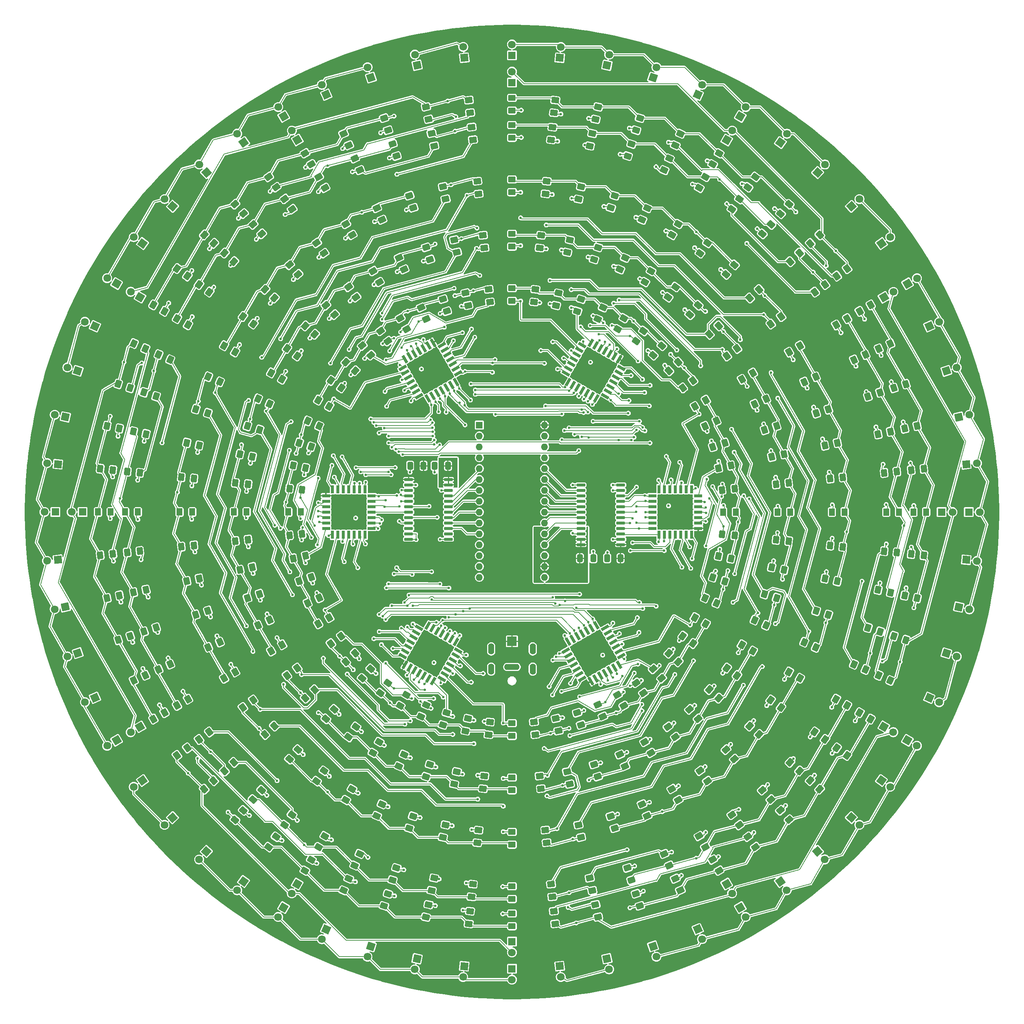
<source format=gbr>
%TF.GenerationSoftware,KiCad,Pcbnew,9.0.7-9.0.7~ubuntu24.04.1*%
%TF.CreationDate,2026-01-21T14:41:36-05:00*%
%TF.ProjectId,Led_clock_sector,4c65645f-636c-46f6-936b-5f736563746f,rev?*%
%TF.SameCoordinates,Original*%
%TF.FileFunction,Copper,L1,Top*%
%TF.FilePolarity,Positive*%
%FSLAX46Y46*%
G04 Gerber Fmt 4.6, Leading zero omitted, Abs format (unit mm)*
G04 Created by KiCad (PCBNEW 9.0.7-9.0.7~ubuntu24.04.1) date 2026-01-21 14:41:36*
%MOMM*%
%LPD*%
G01*
G04 APERTURE LIST*
G04 Aperture macros list*
%AMRoundRect*
0 Rectangle with rounded corners*
0 $1 Rounding radius*
0 $2 $3 $4 $5 $6 $7 $8 $9 X,Y pos of 4 corners*
0 Add a 4 corners polygon primitive as box body*
4,1,4,$2,$3,$4,$5,$6,$7,$8,$9,$2,$3,0*
0 Add four circle primitives for the rounded corners*
1,1,$1+$1,$2,$3*
1,1,$1+$1,$4,$5*
1,1,$1+$1,$6,$7*
1,1,$1+$1,$8,$9*
0 Add four rect primitives between the rounded corners*
20,1,$1+$1,$2,$3,$4,$5,0*
20,1,$1+$1,$4,$5,$6,$7,0*
20,1,$1+$1,$6,$7,$8,$9,0*
20,1,$1+$1,$8,$9,$2,$3,0*%
%AMRotRect*
0 Rectangle, with rotation*
0 The origin of the aperture is its center*
0 $1 length*
0 $2 width*
0 $3 Rotation angle, in degrees counterclockwise*
0 Add horizontal line*
21,1,$1,$2,0,0,$3*%
G04 Aperture macros list end*
%TA.AperFunction,SMDPad,CuDef*%
%ADD10RoundRect,0.250001X-0.676724X-0.382850X0.168304X-0.759080X0.676724X0.382850X-0.168304X0.759080X0*%
%TD*%
%TA.AperFunction,SMDPad,CuDef*%
%ADD11R,0.700000X1.925000*%
%TD*%
%TA.AperFunction,SMDPad,CuDef*%
%ADD12R,1.925000X0.700000*%
%TD*%
%TA.AperFunction,SMDPad,CuDef*%
%ADD13RoundRect,0.250001X0.382850X-0.676724X0.759080X0.168304X-0.382850X0.676724X-0.759080X-0.168304X0*%
%TD*%
%TA.AperFunction,ComponentPad*%
%ADD14RotRect,1.800000X1.800000X150.000000*%
%TD*%
%TA.AperFunction,ComponentPad*%
%ADD15C,1.800000*%
%TD*%
%TA.AperFunction,SMDPad,CuDef*%
%ADD16RoundRect,0.250001X0.394635X0.669919X-0.525296X0.573231X-0.394635X-0.669919X0.525296X-0.573231X0*%
%TD*%
%TA.AperFunction,ComponentPad*%
%ADD17RotRect,1.800000X1.800000X192.000000*%
%TD*%
%TA.AperFunction,ComponentPad*%
%ADD18RotRect,1.800000X1.800000X228.000000*%
%TD*%
%TA.AperFunction,SMDPad,CuDef*%
%ADD19RoundRect,0.250001X0.168304X0.759080X-0.676724X0.382850X-0.168304X-0.759080X0.676724X-0.382850X0*%
%TD*%
%TA.AperFunction,SMDPad,CuDef*%
%ADD20RoundRect,0.250001X0.676724X0.382850X-0.168304X0.759080X-0.676724X-0.382850X0.168304X-0.759080X0*%
%TD*%
%TA.AperFunction,SMDPad,CuDef*%
%ADD21RoundRect,0.250001X0.707500X-0.322448X0.515182X0.582337X-0.707500X0.322448X-0.515182X-0.582337X0*%
%TD*%
%TA.AperFunction,ComponentPad*%
%ADD22R,1.800000X1.800000*%
%TD*%
%TA.AperFunction,SMDPad,CuDef*%
%ADD23RoundRect,0.250001X0.088036X0.772515X-0.713035X0.310016X-0.088036X-0.772515X0.713035X-0.310016X0*%
%TD*%
%TA.AperFunction,SMDPad,CuDef*%
%ADD24RoundRect,0.250001X-0.669919X0.394635X-0.573231X-0.525296X0.669919X-0.394635X0.573231X0.525296X0*%
%TD*%
%TA.AperFunction,SMDPad,CuDef*%
%ADD25RoundRect,0.250001X0.777485X-0.006804X0.233785X0.741535X-0.777485X0.006804X-0.233785X-0.741535X0*%
%TD*%
%TA.AperFunction,SMDPad,CuDef*%
%ADD26RoundRect,0.250001X-0.737329X0.246727X-0.451489X-0.632998X0.737329X-0.246727X0.451489X0.632998X0*%
%TD*%
%TA.AperFunction,SMDPad,CuDef*%
%ADD27RoundRect,0.250001X-0.246727X-0.737329X0.632998X-0.451489X0.246727X0.737329X-0.632998X0.451489X0*%
%TD*%
%TA.AperFunction,SMDPad,CuDef*%
%ADD28RoundRect,0.250001X-0.322448X-0.707500X0.582337X-0.515182X0.322448X0.707500X-0.582337X0.515182X0*%
%TD*%
%TA.AperFunction,SMDPad,CuDef*%
%ADD29RoundRect,0.250001X-0.525296X-0.573231X0.394635X-0.669919X0.525296X0.573231X-0.394635X0.669919X0*%
%TD*%
%TA.AperFunction,ComponentPad*%
%ADD30RotRect,1.800000X1.800000X258.000000*%
%TD*%
%TA.AperFunction,SMDPad,CuDef*%
%ADD31RoundRect,0.250001X0.669919X-0.394635X0.573231X0.525296X-0.669919X0.394635X-0.573231X-0.525296X0*%
%TD*%
%TA.AperFunction,ComponentPad*%
%ADD32RotRect,1.800000X1.800000X300.000000*%
%TD*%
%TA.AperFunction,SMDPad,CuDef*%
%ADD33RoundRect,0.250001X0.322448X0.707500X-0.582337X0.515182X-0.322448X-0.707500X0.582337X-0.515182X0*%
%TD*%
%TA.AperFunction,ComponentPad*%
%ADD34RotRect,1.800000X1.800000X18.000000*%
%TD*%
%TA.AperFunction,SMDPad,CuDef*%
%ADD35RoundRect,0.250001X0.515182X-0.582337X0.707500X0.322448X-0.515182X0.582337X-0.707500X-0.322448X0*%
%TD*%
%TA.AperFunction,SMDPad,CuDef*%
%ADD36RoundRect,0.250001X-0.761910X-0.154993X-0.074502X-0.773937X0.761910X0.154993X0.074502X0.773937X0*%
%TD*%
%TA.AperFunction,SMDPad,CuDef*%
%ADD37RoundRect,0.250001X-0.394635X-0.669919X0.525296X-0.573231X0.394635X0.669919X-0.525296X0.573231X0*%
%TD*%
%TA.AperFunction,SMDPad,CuDef*%
%ADD38RoundRect,0.250001X0.737329X-0.246727X0.451489X0.632998X-0.737329X0.246727X-0.451489X-0.632998X0*%
%TD*%
%TA.AperFunction,SMDPad,CuDef*%
%ADD39RoundRect,0.250001X-0.582337X-0.515182X0.322448X-0.707500X0.582337X0.515182X-0.322448X0.707500X0*%
%TD*%
%TA.AperFunction,SMDPad,CuDef*%
%ADD40RoundRect,0.250001X0.310016X-0.713035X0.772515X0.088036X-0.310016X0.713035X-0.772515X-0.088036X0*%
%TD*%
%TA.AperFunction,ComponentPad*%
%ADD41RotRect,1.800000X1.800000X342.000000*%
%TD*%
%TA.AperFunction,ComponentPad*%
%ADD42RotRect,1.800000X1.800000X354.000000*%
%TD*%
%TA.AperFunction,SMDPad,CuDef*%
%ADD43RoundRect,0.250001X0.074502X-0.773937X0.761910X-0.154993X-0.074502X0.773937X-0.761910X0.154993X0*%
%TD*%
%TA.AperFunction,SMDPad,CuDef*%
%ADD44RoundRect,0.075000X0.955000X0.225000X-0.955000X0.225000X-0.955000X-0.225000X0.955000X-0.225000X0*%
%TD*%
%TA.AperFunction,SMDPad,CuDef*%
%ADD45RoundRect,0.250001X0.773937X0.074502X0.154993X0.761910X-0.773937X-0.074502X-0.154993X-0.761910X0*%
%TD*%
%TA.AperFunction,SMDPad,CuDef*%
%ADD46RoundRect,0.250001X0.761910X0.154993X0.074502X0.773937X-0.761910X-0.154993X-0.074502X-0.773937X0*%
%TD*%
%TA.AperFunction,SMDPad,CuDef*%
%ADD47RoundRect,0.250001X0.713035X0.310016X-0.088036X0.772515X-0.713035X-0.310016X0.088036X-0.772515X0*%
%TD*%
%TA.AperFunction,SMDPad,CuDef*%
%ADD48RoundRect,0.250001X0.759080X-0.168304X0.382850X0.676724X-0.759080X0.168304X-0.382850X-0.676724X0*%
%TD*%
%TA.AperFunction,ComponentPad*%
%ADD49RotRect,1.800000X1.800000X30.000000*%
%TD*%
%TA.AperFunction,SMDPad,CuDef*%
%ADD50RoundRect,0.250000X-0.412500X-0.650000X0.412500X-0.650000X0.412500X0.650000X-0.412500X0.650000X0*%
%TD*%
%TA.AperFunction,ComponentPad*%
%ADD51RotRect,1.800000X1.800000X240.000000*%
%TD*%
%TA.AperFunction,SMDPad,CuDef*%
%ADD52RoundRect,0.250001X-0.233785X0.741535X-0.777485X-0.006804X0.233785X-0.741535X0.777485X0.006804X0*%
%TD*%
%TA.AperFunction,ComponentPad*%
%ADD53RotRect,1.800000X1.800000X276.000000*%
%TD*%
%TA.AperFunction,SMDPad,CuDef*%
%ADD54RoundRect,0.250001X-0.624999X0.462499X-0.624999X-0.462499X0.624999X-0.462499X0.624999X0.462499X0*%
%TD*%
%TA.AperFunction,SMDPad,CuDef*%
%ADD55RoundRect,0.250001X-0.777485X0.006804X-0.233785X-0.741535X0.777485X-0.006804X0.233785X0.741535X0*%
%TD*%
%TA.AperFunction,SMDPad,CuDef*%
%ADD56RoundRect,0.250001X-0.462499X-0.624999X0.462499X-0.624999X0.462499X0.624999X-0.462499X0.624999X0*%
%TD*%
%TA.AperFunction,SMDPad,CuDef*%
%ADD57RoundRect,0.250001X0.006804X0.777485X-0.741535X0.233785X-0.006804X-0.777485X0.741535X-0.233785X0*%
%TD*%
%TA.AperFunction,SMDPad,CuDef*%
%ADD58RoundRect,0.250000X0.412500X0.650000X-0.412500X0.650000X-0.412500X-0.650000X0.412500X-0.650000X0*%
%TD*%
%TA.AperFunction,SMDPad,CuDef*%
%ADD59RoundRect,0.250001X-0.772515X0.088036X-0.310016X-0.713035X0.772515X-0.088036X0.310016X0.713035X0*%
%TD*%
%TA.AperFunction,SMDPad,CuDef*%
%ADD60RoundRect,0.250001X0.582337X0.515182X-0.322448X0.707500X-0.582337X-0.515182X0.322448X-0.707500X0*%
%TD*%
%TA.AperFunction,SMDPad,CuDef*%
%ADD61RoundRect,0.250001X0.246727X0.737329X-0.632998X0.451489X-0.246727X-0.737329X0.632998X-0.451489X0*%
%TD*%
%TA.AperFunction,SMDPad,CuDef*%
%ADD62RoundRect,0.250001X-0.573231X0.525296X-0.669919X-0.394635X0.573231X-0.525296X0.669919X0.394635X0*%
%TD*%
%TA.AperFunction,SMDPad,CuDef*%
%ADD63RoundRect,0.250001X-0.088036X-0.772515X0.713035X-0.310016X0.088036X0.772515X-0.713035X0.310016X0*%
%TD*%
%TA.AperFunction,SMDPad,CuDef*%
%ADD64RoundRect,0.250001X-0.773937X-0.074502X-0.154993X-0.761910X0.773937X0.074502X0.154993X0.761910X0*%
%TD*%
%TA.AperFunction,SMDPad,CuDef*%
%ADD65RoundRect,0.250001X0.741535X0.233785X-0.006804X0.777485X-0.741535X-0.233785X0.006804X-0.777485X0*%
%TD*%
%TA.AperFunction,ComponentPad*%
%ADD66RotRect,1.800000X1.800000X120.000000*%
%TD*%
%TA.AperFunction,SMDPad,CuDef*%
%ADD67RoundRect,0.250001X0.624999X-0.462499X0.624999X0.462499X-0.624999X0.462499X-0.624999X-0.462499X0*%
%TD*%
%TA.AperFunction,ComponentPad*%
%ADD68RotRect,1.800000X1.800000X126.000000*%
%TD*%
%TA.AperFunction,ComponentPad*%
%ADD69RotRect,1.800000X1.800000X294.000000*%
%TD*%
%TA.AperFunction,SMDPad,CuDef*%
%ADD70RoundRect,0.250001X-0.310016X0.713035X-0.772515X-0.088036X0.310016X-0.713035X0.772515X0.088036X0*%
%TD*%
%TA.AperFunction,SMDPad,CuDef*%
%ADD71RoundRect,0.250001X-0.006804X-0.777485X0.741535X-0.233785X0.006804X0.777485X-0.741535X0.233785X0*%
%TD*%
%TA.AperFunction,ComponentPad*%
%ADD72RotRect,1.800000X1.800000X210.000000*%
%TD*%
%TA.AperFunction,ComponentPad*%
%ADD73RotRect,1.800000X1.800000X252.000000*%
%TD*%
%TA.AperFunction,SMDPad,CuDef*%
%ADD74RoundRect,0.250001X-0.074502X0.773937X-0.761910X0.154993X0.074502X-0.773937X0.761910X-0.154993X0*%
%TD*%
%TA.AperFunction,SMDPad,CuDef*%
%ADD75RoundRect,0.250001X-0.451489X0.632998X-0.737329X-0.246727X0.451489X-0.632998X0.737329X0.246727X0*%
%TD*%
%TA.AperFunction,ComponentPad*%
%ADD76RotRect,1.800000X1.800000X36.000000*%
%TD*%
%TA.AperFunction,SMDPad,CuDef*%
%ADD77RoundRect,0.250001X-0.168304X-0.759080X0.676724X-0.382850X0.168304X0.759080X-0.676724X0.382850X0*%
%TD*%
%TA.AperFunction,SMDPad,CuDef*%
%ADD78RoundRect,0.250001X-0.741535X-0.233785X0.006804X-0.777485X0.741535X0.233785X-0.006804X0.777485X0*%
%TD*%
%TA.AperFunction,SMDPad,CuDef*%
%ADD79RoundRect,0.250001X0.154993X-0.761910X0.773937X-0.074502X-0.154993X0.761910X-0.773937X0.074502X0*%
%TD*%
%TA.AperFunction,SMDPad,CuDef*%
%ADD80RoundRect,0.250001X0.525296X0.573231X-0.394635X0.669919X-0.525296X-0.573231X0.394635X-0.669919X0*%
%TD*%
%TA.AperFunction,ComponentPad*%
%ADD81RotRect,1.800000X1.800000X72.000000*%
%TD*%
%TA.AperFunction,ComponentPad*%
%ADD82RotRect,1.800000X1.800000X114.000000*%
%TD*%
%TA.AperFunction,ComponentPad*%
%ADD83RotRect,1.800000X1.800000X198.000000*%
%TD*%
%TA.AperFunction,SMDPad,CuDef*%
%ADD84RoundRect,0.250001X-0.759080X0.168304X-0.382850X-0.676724X0.759080X-0.168304X0.382850X0.676724X0*%
%TD*%
%TA.AperFunction,SMDPad,CuDef*%
%ADD85RoundRect,0.250001X-0.632998X-0.451489X0.246727X-0.737329X0.632998X0.451489X-0.246727X0.737329X0*%
%TD*%
%TA.AperFunction,ComponentPad*%
%ADD86RotRect,1.800000X1.800000X156.000000*%
%TD*%
%TA.AperFunction,ComponentPad*%
%ADD87R,1.600000X1.600000*%
%TD*%
%TA.AperFunction,ComponentPad*%
%ADD88O,1.600000X1.600000*%
%TD*%
%TA.AperFunction,SMDPad,CuDef*%
%ADD89RoundRect,0.250001X0.632998X0.451489X-0.246727X0.737329X-0.632998X-0.451489X0.246727X-0.737329X0*%
%TD*%
%TA.AperFunction,ComponentPad*%
%ADD90RotRect,1.800000X1.800000X138.000000*%
%TD*%
%TA.AperFunction,SMDPad,CuDef*%
%ADD91RoundRect,0.250001X0.462499X0.624999X-0.462499X0.624999X-0.462499X-0.624999X0.462499X-0.624999X0*%
%TD*%
%TA.AperFunction,SMDPad,CuDef*%
%ADD92RoundRect,0.250001X-0.707500X0.322448X-0.515182X-0.582337X0.707500X-0.322448X0.515182X0.582337X0*%
%TD*%
%TA.AperFunction,ComponentPad*%
%ADD93RotRect,1.800000X1.800000X102.000000*%
%TD*%
%TA.AperFunction,ComponentPad*%
%ADD94RotRect,1.800000X1.800000X330.000000*%
%TD*%
%TA.AperFunction,SMDPad,CuDef*%
%ADD95RoundRect,0.250001X-0.154993X0.761910X-0.773937X0.074502X0.154993X-0.761910X0.773937X-0.074502X0*%
%TD*%
%TA.AperFunction,SMDPad,CuDef*%
%ADD96RotRect,0.700000X1.925000X240.000000*%
%TD*%
%TA.AperFunction,SMDPad,CuDef*%
%ADD97RotRect,1.925000X0.700000X240.000000*%
%TD*%
%TA.AperFunction,ComponentPad*%
%ADD98RotRect,1.800000X1.800000X12.000000*%
%TD*%
%TA.AperFunction,ComponentPad*%
%ADD99RotRect,1.800000X1.800000X96.000000*%
%TD*%
%TA.AperFunction,SMDPad,CuDef*%
%ADD100RoundRect,0.250001X0.772515X-0.088036X0.310016X0.713035X-0.772515X0.088036X-0.310016X-0.713035X0*%
%TD*%
%TA.AperFunction,ComponentPad*%
%ADD101RotRect,1.800000X1.800000X336.000000*%
%TD*%
%TA.AperFunction,SMDPad,CuDef*%
%ADD102RoundRect,0.250001X0.573231X-0.525296X0.669919X0.394635X-0.573231X0.525296X-0.669919X-0.394635X0*%
%TD*%
%TA.AperFunction,SMDPad,CuDef*%
%ADD103RoundRect,0.250001X-0.515182X0.582337X-0.707500X-0.322448X0.515182X-0.582337X0.707500X0.322448X0*%
%TD*%
%TA.AperFunction,SMDPad,CuDef*%
%ADD104RoundRect,0.250001X-0.713035X-0.310016X0.088036X-0.772515X0.713035X0.310016X-0.088036X0.772515X0*%
%TD*%
%TA.AperFunction,ComponentPad*%
%ADD105RotRect,1.800000X1.800000X132.000000*%
%TD*%
%TA.AperFunction,ComponentPad*%
%ADD106RotRect,1.800000X1.800000X324.000000*%
%TD*%
%TA.AperFunction,SMDPad,CuDef*%
%ADD107RoundRect,0.250001X-0.382850X0.676724X-0.759080X-0.168304X0.382850X-0.676724X0.759080X0.168304X0*%
%TD*%
%TA.AperFunction,ComponentPad*%
%ADD108RotRect,1.800000X1.800000X66.000000*%
%TD*%
%TA.AperFunction,SMDPad,CuDef*%
%ADD109RoundRect,0.250001X0.451489X-0.632998X0.737329X0.246727X-0.451489X0.632998X-0.737329X-0.246727X0*%
%TD*%
%TA.AperFunction,ComponentPad*%
%ADD110RotRect,1.800000X1.800000X312.000000*%
%TD*%
%TA.AperFunction,ComponentPad*%
%ADD111RotRect,1.800000X1.800000X78.000000*%
%TD*%
%TA.AperFunction,ComponentPad*%
%ADD112RotRect,1.800000X1.800000X168.000000*%
%TD*%
%TA.AperFunction,ComponentPad*%
%ADD113RotRect,1.800000X1.800000X204.000000*%
%TD*%
%TA.AperFunction,ComponentPad*%
%ADD114RotRect,1.800000X1.800000X84.000000*%
%TD*%
%TA.AperFunction,SMDPad,CuDef*%
%ADD115RoundRect,0.250001X0.233785X-0.741535X0.777485X0.006804X-0.233785X0.741535X-0.777485X-0.006804X0*%
%TD*%
%TA.AperFunction,ComponentPad*%
%ADD116RotRect,1.800000X1.800000X186.000000*%
%TD*%
%TA.AperFunction,ComponentPad*%
%ADD117RotRect,1.800000X1.800000X24.000000*%
%TD*%
%TA.AperFunction,ComponentPad*%
%ADD118RotRect,1.800000X1.800000X264.000000*%
%TD*%
%TA.AperFunction,SMDPad,CuDef*%
%ADD119RoundRect,0.075000X-0.955000X-0.225000X0.955000X-0.225000X0.955000X0.225000X-0.955000X0.225000X0*%
%TD*%
%TA.AperFunction,ComponentPad*%
%ADD120RotRect,1.800000X1.800000X216.000000*%
%TD*%
%TA.AperFunction,ComponentPad*%
%ADD121RotRect,1.800000X1.800000X108.000000*%
%TD*%
%TA.AperFunction,ComponentPad*%
%ADD122RotRect,1.800000X1.800000X348.000000*%
%TD*%
%TA.AperFunction,ComponentPad*%
%ADD123RotRect,1.800000X1.800000X144.000000*%
%TD*%
%TA.AperFunction,SMDPad,CuDef*%
%ADD124RotRect,0.700000X1.925000X300.000000*%
%TD*%
%TA.AperFunction,SMDPad,CuDef*%
%ADD125RotRect,1.925000X0.700000X300.000000*%
%TD*%
%TA.AperFunction,ComponentPad*%
%ADD126RotRect,1.800000X1.800000X306.000000*%
%TD*%
%TA.AperFunction,SMDPad,CuDef*%
%ADD127RotRect,0.700000X1.925000X120.000000*%
%TD*%
%TA.AperFunction,SMDPad,CuDef*%
%ADD128RotRect,1.925000X0.700000X120.000000*%
%TD*%
%TA.AperFunction,ComponentPad*%
%ADD129RotRect,1.800000X1.800000X282.000000*%
%TD*%
%TA.AperFunction,ComponentPad*%
%ADD130RotRect,1.800000X1.800000X288.000000*%
%TD*%
%TA.AperFunction,ComponentPad*%
%ADD131RotRect,1.800000X1.800000X162.000000*%
%TD*%
%TA.AperFunction,ComponentPad*%
%ADD132RotRect,1.800000X1.800000X54.000000*%
%TD*%
%TA.AperFunction,ComponentPad*%
%ADD133RotRect,1.800000X1.800000X60.000000*%
%TD*%
%TA.AperFunction,ComponentPad*%
%ADD134RotRect,1.800000X1.800000X174.000000*%
%TD*%
%TA.AperFunction,ComponentPad*%
%ADD135RotRect,1.800000X1.800000X234.000000*%
%TD*%
%TA.AperFunction,ComponentPad*%
%ADD136RotRect,1.800000X1.800000X42.000000*%
%TD*%
%TA.AperFunction,SMDPad,CuDef*%
%ADD137RotRect,0.700000X1.925000X60.000000*%
%TD*%
%TA.AperFunction,SMDPad,CuDef*%
%ADD138RotRect,1.925000X0.700000X60.000000*%
%TD*%
%TA.AperFunction,ComponentPad*%
%ADD139RotRect,1.800000X1.800000X318.000000*%
%TD*%
%TA.AperFunction,ComponentPad*%
%ADD140RotRect,1.800000X1.800000X48.000000*%
%TD*%
%TA.AperFunction,ComponentPad*%
%ADD141RotRect,1.800000X1.800000X222.000000*%
%TD*%
%TA.AperFunction,ComponentPad*%
%ADD142RotRect,1.800000X1.800000X6.000000*%
%TD*%
%TA.AperFunction,ComponentPad*%
%ADD143RotRect,1.800000X1.800000X246.000000*%
%TD*%
%TA.AperFunction,ComponentPad*%
%ADD144R,2.250000X2.250000*%
%TD*%
%TA.AperFunction,ComponentPad*%
%ADD145O,3.600000X1.400000*%
%TD*%
%TA.AperFunction,ComponentPad*%
%ADD146O,1.400000X2.600000*%
%TD*%
%TA.AperFunction,ViaPad*%
%ADD147C,0.600000*%
%TD*%
%TA.AperFunction,Conductor*%
%ADD148C,0.200000*%
%TD*%
G04 APERTURE END LIST*
D10*
%TO.P,D92,1,K*%
%TO.N,/Sector2/Se*%
X212660547Y-165148860D03*
%TO.P,D92,2,A*%
%TO.N,/Sector2/LD7*%
X215378345Y-166358902D03*
%TD*%
D11*
%TO.P,U54,1,c*%
%TO.N,/Sector5/Sc*%
X88900000Y-132322500D03*
%TO.P,U54,2,e*%
%TO.N,/Sector5/Se*%
X90170000Y-132322500D03*
%TO.P,U54,3,b*%
%TO.N,/Sector5/Sb*%
X91440000Y-132322500D03*
%TO.P,U54,4,dp*%
%TO.N,/Sector5/dp*%
X92710000Y-132322500D03*
D12*
%TO.P,U54,5,ID6*%
%TO.N,/D6*%
X94222500Y-130810000D03*
%TO.P,U54,6,ID5*%
%TO.N,/D5*%
X94222500Y-129540001D03*
%TO.P,U54,7,ID7*%
%TO.N,/D7*%
X94222500Y-128270000D03*
%TO.P,U54,8,nWR*%
%TO.N,/~{WR4}*%
X94222500Y-127000000D03*
%TO.P,U54,9,MODE*%
%TO.N,/MODE*%
X94222500Y-125730000D03*
%TO.P,U54,10,ID4*%
%TO.N,/D4*%
X94222500Y-124460000D03*
%TO.P,U54,11,ID1*%
%TO.N,/D1*%
X94222500Y-123190000D03*
D11*
%TO.P,U54,12,ID0*%
%TO.N,/D0*%
X92710000Y-121677500D03*
%TO.P,U54,13,ID2*%
%TO.N,/D2*%
X91440001Y-121677500D03*
%TO.P,U54,14,ID3*%
%TO.N,/D3*%
X90170000Y-121677500D03*
%TO.P,U54,15,d1*%
%TO.N,/Sector5/LD1*%
X88900000Y-121677500D03*
%TO.P,U54,16,d2*%
%TO.N,/Sector5/LD2*%
X87630000Y-121677500D03*
%TO.P,U54,17,d5*%
%TO.N,/Sector5/LD5*%
X86360000Y-121677500D03*
%TO.P,U54,18,d8*%
%TO.N,/Sector5/LD8*%
X85090000Y-121677500D03*
D12*
%TO.P,U54,19,V+*%
%TO.N,+5V*%
X83577500Y-123190000D03*
%TO.P,U54,20,d4*%
%TO.N,/Sector5/LD4*%
X83577500Y-124459999D03*
%TO.P,U54,21,d7*%
%TO.N,/Sector5/LD7*%
X83577500Y-125730000D03*
%TO.P,U54,22,d6*%
%TO.N,/Sector5/LD6*%
X83577500Y-127000000D03*
%TO.P,U54,23,d3*%
%TO.N,/Sector5/LD3*%
X83577500Y-128270000D03*
%TO.P,U54,24,f*%
%TO.N,/Sector5/Sf*%
X83577500Y-129540000D03*
%TO.P,U54,25,d*%
%TO.N,/Sector5/Sd*%
X83577500Y-130810000D03*
D11*
%TO.P,U54,26,g*%
%TO.N,/Sector5/Sg*%
X85090000Y-132322500D03*
%TO.P,U54,27,a*%
%TO.N,/Sector5/Sa*%
X86359999Y-132322500D03*
%TO.P,U54,28,GND*%
%TO.N,GND*%
X87630000Y-132322500D03*
%TD*%
D13*
%TO.P,D25,1,K*%
%TO.N,/Sector1/Se*%
X165136644Y-41343694D03*
%TO.P,D25,2,A*%
%TO.N,/Sector1/LD2*%
X166346686Y-38625896D03*
%TD*%
D14*
%TO.P,D329,1,K*%
%TO.N,/Sector6/Sa*%
X40132830Y-76822784D03*
D15*
%TO.P,D329,2,A*%
%TO.N,/Sector6/LD7*%
X37933125Y-75552784D03*
%TD*%
D16*
%TO.P,D313,1,K*%
%TO.N,/Sector5/Se*%
X77978799Y-132142344D03*
%TO.P,D313,2,A*%
%TO.N,/Sector5/LD6*%
X75020095Y-132453316D03*
%TD*%
D17*
%TO.P,D260,1,K*%
%TO.N,/Sector5/Sd*%
X22672373Y-149167803D03*
D15*
%TO.P,D260,2,A*%
%TO.N,/Sector5/LD1*%
X20187878Y-149695899D03*
%TD*%
D18*
%TO.P,D202,1,K*%
%TO.N,/Sector4/dp*%
X55617147Y-206278690D03*
D15*
%TO.P,D202,2,A*%
%TO.N,/Sector4/LD1*%
X53917555Y-208166278D03*
%TD*%
D19*
%TO.P,D290,1,K*%
%TO.N,/Sector5/Sb*%
X58767894Y-157376095D03*
%TO.P,D290,2,A*%
%TO.N,/Sector5/LD4*%
X56050096Y-158586137D03*
%TD*%
D20*
%TO.P,D288,1,K*%
%TO.N,/Sector5/dp*%
X47165867Y-91433917D03*
%TO.P,D288,2,A*%
%TO.N,/Sector5/LD7*%
X44448069Y-90223875D03*
%TD*%
D21*
%TO.P,D359,1,K*%
%TO.N,/Sector6/Sa*%
X111487558Y-53907933D03*
%TO.P,D359,2,A*%
%TO.N,/Sector6/LD8*%
X110869020Y-50997941D03*
%TD*%
D22*
%TO.P,D205,1,K*%
%TO.N,/Sector4/Sa*%
X127000000Y-227330000D03*
D15*
%TO.P,D205,2,A*%
%TO.N,/Sector4/LD7*%
X127000000Y-229870000D03*
%TD*%
D21*
%TO.P,D369,1,K*%
%TO.N,/Sector6/Sc*%
X114128035Y-66330408D03*
%TO.P,D369,2,A*%
%TO.N,/Sector6/LD8*%
X113509497Y-63420416D03*
%TD*%
D23*
%TO.P,D289,1,K*%
%TO.N,/Sector5/Sa*%
X62318236Y-164344034D03*
%TO.P,D289,2,A*%
%TO.N,/Sector5/LD4*%
X59741810Y-165831534D03*
%TD*%
D24*
%TO.P,D184,1,K*%
%TO.N,/Sector3/Sd*%
X133460913Y-188659604D03*
%TO.P,D184,2,A*%
%TO.N,/Sector3/LD8*%
X133771885Y-191618308D03*
%TD*%
D25*
%TO.P,D375,1,K*%
%TO.N,/Sector6/Se*%
X98035999Y-87093134D03*
%TO.P,D375,2,A*%
%TO.N,/Sector6/LD6*%
X96287337Y-84686308D03*
%TD*%
D26*
%TO.P,D152,1,K*%
%TO.N,/Sector3/dp*%
X155953047Y-216160252D03*
%TO.P,D152,2,A*%
%TO.N,/Sector3/LD2*%
X156872373Y-218989646D03*
%TD*%
D27*
%TO.P,D85,1,K*%
%TO.N,/Sector2/Sc*%
X216177677Y-98038010D03*
%TO.P,D85,2,A*%
%TO.N,/Sector2/LD2*%
X219007071Y-97118684D03*
%TD*%
D28*
%TO.P,D86,1,K*%
%TO.N,/Sector2/Sd*%
X218717804Y-107517897D03*
%TO.P,D86,2,A*%
%TO.N,/Sector2/LD2*%
X221627796Y-106899359D03*
%TD*%
D22*
%TO.P,D268,1,K*%
%TO.N,/Sector5/Sf*%
X26691159Y-126987784D03*
D15*
%TO.P,D268,2,A*%
%TO.N,/Sector5/LD7*%
X24151159Y-126987784D03*
%TD*%
D29*
%TO.P,D129,1,K*%
%TO.N,/Sector2/Sg*%
X176046601Y-132166776D03*
%TO.P,D129,2,A*%
%TO.N,/Sector2/LD6*%
X179005305Y-132477748D03*
%TD*%
D30*
%TO.P,D197,1,K*%
%TO.N,/Sector4/Sc*%
X104819981Y-231348786D03*
D15*
%TO.P,D197,2,A*%
%TO.N,/Sector4/LD1*%
X104291885Y-233833281D03*
%TD*%
D31*
%TO.P,D340,1,K*%
%TO.N,/Sector6/Se*%
X117220309Y-33738926D03*
%TO.P,D340,2,A*%
%TO.N,/Sector6/LD7*%
X116909337Y-30780222D03*
%TD*%
D32*
%TO.P,D138,1,K*%
%TO.N,/Sector3/Sf*%
X180318841Y-219374406D03*
D15*
%TO.P,D138,2,A*%
%TO.N,/Sector3/LD1*%
X181588841Y-221574111D03*
%TD*%
D13*
%TO.P,D35,1,K*%
%TO.N,/Sector1/Se*%
X162553867Y-47144708D03*
%TO.P,D35,2,A*%
%TO.N,/Sector1/LD3*%
X163763909Y-44426910D03*
%TD*%
D33*
%TO.P,D282,1,K*%
%TO.N,/Sector5/Sd*%
X41518833Y-145161864D03*
%TO.P,D282,2,A*%
%TO.N,/Sector5/LD3*%
X38608841Y-145780402D03*
%TD*%
D29*
%TO.P,D99,1,K*%
%TO.N,/Sector2/Sg*%
X213937886Y-136149310D03*
%TO.P,D99,2,A*%
%TO.N,/Sector2/LD3*%
X216896590Y-136460282D03*
%TD*%
D27*
%TO.P,D125,1,K*%
%TO.N,/Sector2/Sc*%
X173903215Y-111773816D03*
%TO.P,D125,2,A*%
%TO.N,/Sector2/LD6*%
X176732609Y-110854490D03*
%TD*%
D34*
%TO.P,D73,1,K*%
%TO.N,/Sector2/Sc*%
X228462950Y-94046283D03*
D15*
%TO.P,D73,2,A*%
%TO.N,/Sector2/LD1*%
X230878634Y-93261380D03*
%TD*%
D35*
%TO.P,D63,1,K*%
%TO.N,/Sector1/Sc*%
X137252645Y-78765098D03*
%TO.P,D63,2,A*%
%TO.N,/Sector1/LD6*%
X137871183Y-75855106D03*
%TD*%
D36*
%TO.P,D147,1,K*%
%TO.N,/Sector3/Sc*%
X196657957Y-189726174D03*
%TO.P,D147,2,A*%
%TO.N,/Sector3/LD2*%
X198868813Y-191716838D03*
%TD*%
D31*
%TO.P,D350,1,K*%
%TO.N,/Sector6/dp*%
X117884065Y-40054139D03*
%TO.P,D350,2,A*%
%TO.N,/Sector6/LD7*%
X117573093Y-37095435D03*
%TD*%
D37*
%TO.P,D107,1,K*%
%TO.N,/Sector2/Se*%
X201307457Y-119202633D03*
%TO.P,D107,2,A*%
%TO.N,/Sector2/LD4*%
X204266161Y-118891661D03*
%TD*%
D28*
%TO.P,D116,1,K*%
%TO.N,/Sector2/Sd*%
X187661618Y-114119092D03*
%TO.P,D116,2,A*%
%TO.N,/Sector2/LD5*%
X190571610Y-113500554D03*
%TD*%
D38*
%TO.P,D358,1,K*%
%TO.N,/Sector6/dp*%
X103933727Y-55931975D03*
%TO.P,D358,2,A*%
%TO.N,/Sector6/LD4*%
X103014401Y-53102581D03*
%TD*%
D39*
%TO.P,D110,1,K*%
%TO.N,/Sector2/dp*%
X200084092Y-142545817D03*
%TO.P,D110,2,A*%
%TO.N,/Sector2/LD4*%
X202994084Y-143164355D03*
%TD*%
D40*
%TO.P,D56,1,K*%
%TO.N,/Sector1/Sf*%
X158006250Y-73295600D03*
%TO.P,D56,2,A*%
%TO.N,/Sector1/LD5*%
X159493750Y-70719174D03*
%TD*%
D41*
%TO.P,D79,1,K*%
%TO.N,/Sector2/Sb*%
X228462950Y-159978149D03*
D15*
%TO.P,D79,2,A*%
%TO.N,/Sector2/LD7*%
X230878634Y-160763052D03*
%TD*%
D42*
%TO.P,D77,1,K*%
%TO.N,/Sector2/Sg*%
X233099837Y-138163313D03*
D15*
%TO.P,D77,2,A*%
%TO.N,/Sector2/LD1*%
X235625923Y-138428816D03*
%TD*%
D10*
%TO.P,D132,1,K*%
%TO.N,/Sector2/Sf*%
X172053451Y-147069416D03*
%TO.P,D132,2,A*%
%TO.N,/Sector2/LD8*%
X174771249Y-148279458D03*
%TD*%
D43*
%TO.P,D69,1,K*%
%TO.N,/Sector1/Se*%
X163646329Y-94003497D03*
%TO.P,D69,2,A*%
%TO.N,/Sector1/LD8*%
X165857185Y-92012833D03*
%TD*%
D44*
%TO.P,U2,1,(5_V)_VCCA*%
%TO.N,+5V*%
X152400000Y-134620000D03*
%TO.P,U2,2,DIR*%
%TO.N,GND*%
X152400000Y-133350000D03*
%TO.P,U2,3,A1*%
%TO.N,/D0*%
X152400000Y-132080000D03*
%TO.P,U2,4,A2*%
%TO.N,/D1*%
X152400000Y-130810000D03*
%TO.P,U2,5,A3*%
%TO.N,/D2*%
X152400000Y-129540000D03*
%TO.P,U2,6,A4*%
%TO.N,/D3*%
X152400000Y-128270000D03*
%TO.P,U2,7,A5*%
%TO.N,/D4*%
X152400000Y-127000000D03*
%TO.P,U2,8,A6*%
%TO.N,/D5*%
X152400000Y-125730000D03*
%TO.P,U2,9,A7*%
%TO.N,/D6*%
X152400000Y-124460000D03*
%TO.P,U2,10,A8*%
%TO.N,/D7*%
X152400000Y-123190000D03*
%TO.P,U2,11,GND*%
%TO.N,GND*%
X152400000Y-121920000D03*
%TO.P,U2,12,GND__1*%
X152400000Y-120650000D03*
%TO.P,U2,13,GND__2*%
X143120000Y-120650000D03*
%TO.P,U2,14,B8*%
%TO.N,/ED7*%
X143120000Y-121920000D03*
%TO.P,U2,15,B7*%
%TO.N,/ED6*%
X143120000Y-123190000D03*
%TO.P,U2,16,B6*%
%TO.N,/ED5*%
X143120000Y-124460000D03*
%TO.P,U2,17,B5*%
%TO.N,/ED4*%
X143120000Y-125730000D03*
%TO.P,U2,18,B4*%
%TO.N,/ED3*%
X143120000Y-127000000D03*
%TO.P,U2,19,B3*%
%TO.N,/ED2*%
X143120000Y-128270000D03*
%TO.P,U2,20,B2*%
%TO.N,/ED1*%
X143120000Y-129540000D03*
%TO.P,U2,21,B1*%
%TO.N,/ED0*%
X143120000Y-130810000D03*
%TO.P,U2,22,~{OE}*%
%TO.N,GND*%
X143120000Y-132080000D03*
%TO.P,U2,23,VCCB_(3.3_V)*%
%TO.N,+3.3V*%
X143120000Y-133350000D03*
%TO.P,U2,24,VCCB_(3.3_V)_2*%
X143120000Y-134620000D03*
%TD*%
D45*
%TO.P,D364,1,K*%
%TO.N,/Sector6/Sd*%
X85526697Y-80903516D03*
%TO.P,D364,2,A*%
%TO.N,/Sector6/LD5*%
X83536033Y-78692660D03*
%TD*%
D46*
%TO.P,D363,1,K*%
%TO.N,/Sector6/Sc*%
X80936890Y-85493323D03*
%TO.P,D363,2,A*%
%TO.N,/Sector6/LD5*%
X78726034Y-83502659D03*
%TD*%
D47*
%TO.P,D331,1,K*%
%TO.N,/Sector6/Sa*%
X45820452Y-80106534D03*
%TO.P,D331,2,A*%
%TO.N,/Sector6/LD2*%
X43244026Y-78619034D03*
%TD*%
D48*
%TO.P,D337,1,K*%
%TO.N,/Sector6/Sg*%
X88884514Y-41331478D03*
%TO.P,D337,2,A*%
%TO.N,/Sector6/LD2*%
X87674472Y-38613680D03*
%TD*%
D49*
%TO.P,D71,1,K*%
%TO.N,/Sector2/Sa*%
X219391831Y-73672216D03*
D15*
%TO.P,D71,2,A*%
%TO.N,/Sector2/LD1*%
X221591536Y-72402216D03*
%TD*%
D50*
%TO.P,C7,1*%
%TO.N,+3.3V*%
X142875000Y-137795000D03*
%TO.P,C7,2*%
%TO.N,GND*%
X146000000Y-137795000D03*
%TD*%
D51*
%TO.P,D206,1,K*%
%TO.N,/Sector4/Sf*%
X76835000Y-213888329D03*
D15*
%TO.P,D206,2,A*%
%TO.N,/Sector4/LD7*%
X75565000Y-216088034D03*
%TD*%
D20*
%TO.P,D278,1,K*%
%TO.N,/Sector5/Se*%
X41364853Y-88851140D03*
%TO.P,D278,2,A*%
%TO.N,/Sector5/LD7*%
X38647055Y-87641098D03*
%TD*%
D52*
%TO.P,D223,1,K*%
%TO.N,/Sector4/Sg*%
X75620222Y-197718198D03*
%TO.P,D223,2,A*%
%TO.N,/Sector4/LD3*%
X73871560Y-200125024D03*
%TD*%
D53*
%TO.P,D142,1,K*%
%TO.N,/Sector3/Sc*%
X138129938Y-233082412D03*
D15*
%TO.P,D142,2,A*%
%TO.N,/Sector3/LD7*%
X138395441Y-235608498D03*
%TD*%
D54*
%TO.P,D217,1,K*%
%TO.N,/Sector4/Sa*%
X127000000Y-214412500D03*
%TO.P,D217,2,A*%
%TO.N,/Sector4/LD3*%
X127000000Y-217387500D03*
%TD*%
D27*
%TO.P,D105,1,K*%
%TO.N,/Sector2/Sc*%
X198060050Y-103924784D03*
%TO.P,D105,2,A*%
%TO.N,/Sector2/LD4*%
X200889444Y-103005458D03*
%TD*%
D55*
%TO.P,D159,1,K*%
%TO.N,/Sector3/Se*%
X178358619Y-197705014D03*
%TO.P,D159,2,A*%
%TO.N,/Sector3/LD3*%
X180107281Y-200111840D03*
%TD*%
D23*
%TO.P,D279,1,K*%
%TO.N,/Sector5/Sa*%
X51319714Y-170694034D03*
%TO.P,D279,2,A*%
%TO.N,/Sector5/LD3*%
X48743288Y-172181534D03*
%TD*%
D56*
%TO.P,D128,1,K*%
%TO.N,/Sector2/Sf*%
X176316741Y-127012216D03*
%TO.P,D128,2,A*%
%TO.N,/Sector2/LD6*%
X179291741Y-127012216D03*
%TD*%
D57*
%TO.P,D246,1,K*%
%TO.N,/Sector4/Sd*%
X76830834Y-163450033D03*
%TO.P,D246,2,A*%
%TO.N,/Sector4/LD8*%
X74424008Y-165198695D03*
%TD*%
D58*
%TO.P,C9,1*%
%TO.N,+5V*%
X106337500Y-116205000D03*
%TO.P,C9,2*%
%TO.N,GND*%
X103212500Y-116205000D03*
%TD*%
D31*
%TO.P,D380,1,K*%
%TO.N,/Sector6/Sf*%
X121866599Y-77945424D03*
%TO.P,D380,2,A*%
%TO.N,/Sector6/LD8*%
X121555627Y-74986720D03*
%TD*%
D11*
%TO.P,U51,1,c*%
%TO.N,/Sector2/Sc*%
X165125400Y-121677500D03*
%TO.P,U51,2,e*%
%TO.N,/Sector2/Se*%
X163855400Y-121677500D03*
%TO.P,U51,3,b*%
%TO.N,/Sector2/Sb*%
X162585400Y-121677500D03*
%TO.P,U51,4,dp*%
%TO.N,/Sector2/dp*%
X161315400Y-121677500D03*
D12*
%TO.P,U51,5,ID6*%
%TO.N,/D6*%
X159802900Y-123190000D03*
%TO.P,U51,6,ID5*%
%TO.N,/D5*%
X159802900Y-124459999D03*
%TO.P,U51,7,ID7*%
%TO.N,/D7*%
X159802900Y-125730000D03*
%TO.P,U51,8,nWR*%
%TO.N,/~{WR1}*%
X159802900Y-127000000D03*
%TO.P,U51,9,MODE*%
%TO.N,/MODE*%
X159802900Y-128270000D03*
%TO.P,U51,10,ID4*%
%TO.N,/D4*%
X159802900Y-129540000D03*
%TO.P,U51,11,ID1*%
%TO.N,/D1*%
X159802900Y-130810000D03*
D11*
%TO.P,U51,12,ID0*%
%TO.N,/D0*%
X161315400Y-132322500D03*
%TO.P,U51,13,ID2*%
%TO.N,/D2*%
X162585399Y-132322500D03*
%TO.P,U51,14,ID3*%
%TO.N,/D3*%
X163855400Y-132322500D03*
%TO.P,U51,15,d1*%
%TO.N,/Sector2/LD1*%
X165125400Y-132322500D03*
%TO.P,U51,16,d2*%
%TO.N,/Sector2/LD2*%
X166395400Y-132322500D03*
%TO.P,U51,17,d5*%
%TO.N,/Sector2/LD5*%
X167665400Y-132322500D03*
%TO.P,U51,18,d8*%
%TO.N,/Sector2/LD8*%
X168935400Y-132322500D03*
D12*
%TO.P,U51,19,V+*%
%TO.N,+5V*%
X170447900Y-130810000D03*
%TO.P,U51,20,d4*%
%TO.N,/Sector2/LD4*%
X170447900Y-129540001D03*
%TO.P,U51,21,d7*%
%TO.N,/Sector2/LD7*%
X170447900Y-128270000D03*
%TO.P,U51,22,d6*%
%TO.N,/Sector2/LD6*%
X170447900Y-127000000D03*
%TO.P,U51,23,d3*%
%TO.N,/Sector2/LD3*%
X170447900Y-125730000D03*
%TO.P,U51,24,f*%
%TO.N,/Sector2/Sf*%
X170447900Y-124460000D03*
%TO.P,U51,25,d*%
%TO.N,/Sector2/Sd*%
X170447900Y-123190000D03*
D11*
%TO.P,U51,26,g*%
%TO.N,/Sector2/Sg*%
X168935400Y-121677500D03*
%TO.P,U51,27,a*%
%TO.N,/Sector2/Sa*%
X167665401Y-121677500D03*
%TO.P,U51,28,GND*%
%TO.N,GND*%
X166395400Y-121677500D03*
%TD*%
D39*
%TO.P,D90,1,K*%
%TO.N,/Sector2/dp*%
X218717804Y-146506535D03*
%TO.P,D90,2,A*%
%TO.N,/Sector2/LD2*%
X221627796Y-147125073D03*
%TD*%
D43*
%TO.P,D59,1,K*%
%TO.N,/Sector1/Sc*%
X173084268Y-85505538D03*
%TO.P,D59,2,A*%
%TO.N,/Sector1/LD8*%
X175295124Y-83514874D03*
%TD*%
D59*
%TO.P,D150,1,K*%
%TO.N,/Sector3/Sf*%
X173860091Y-208187523D03*
%TO.P,D150,2,A*%
%TO.N,/Sector3/LD2*%
X175347591Y-210763949D03*
%TD*%
D60*
%TO.P,D286,1,K*%
%TO.N,/Sector5/dp*%
X41518833Y-108813704D03*
%TO.P,D286,2,A*%
%TO.N,/Sector5/LD3*%
X38608841Y-108195166D03*
%TD*%
D61*
%TO.P,D301,1,K*%
%TO.N,/Sector5/Sc*%
X68043767Y-146150701D03*
%TO.P,D301,2,A*%
%TO.N,/Sector5/LD5*%
X65214373Y-147070027D03*
%TD*%
D62*
%TO.P,D238,1,K*%
%TO.N,/Sector4/Sb*%
X120517929Y-188672789D03*
%TO.P,D238,2,A*%
%TO.N,/Sector4/LD5*%
X120206957Y-191631491D03*
%TD*%
D63*
%TO.P,D113,1,K*%
%TO.N,/Sector2/Sa*%
X180708641Y-96005966D03*
%TO.P,D113,2,A*%
%TO.N,/Sector2/LD5*%
X183285067Y-94518466D03*
%TD*%
D28*
%TO.P,D96,1,K*%
%TO.N,/Sector2/Sd*%
X212506567Y-108838136D03*
%TO.P,D96,2,A*%
%TO.N,/Sector2/LD3*%
X215416559Y-108219598D03*
%TD*%
D10*
%TO.P,D122,1,K*%
%TO.N,/Sector2/Sd*%
X183655479Y-152234971D03*
%TO.P,D122,2,A*%
%TO.N,/Sector2/LD8*%
X186373277Y-153445013D03*
%TD*%
D64*
%TO.P,D168,1,K*%
%TO.N,/Sector3/Sd*%
X176971262Y-182509024D03*
%TO.P,D168,2,A*%
%TO.N,/Sector3/LD4*%
X178961926Y-184719880D03*
%TD*%
D65*
%TO.P,D352,1,K*%
%TO.N,/Sector6/Sb*%
X66577477Y-83072878D03*
%TO.P,D352,2,A*%
%TO.N,/Sector6/LD4*%
X64170651Y-81324218D03*
%TD*%
D66*
%TO.P,D324,1,K*%
%TO.N,/Sector6/Sf*%
X73681159Y-34600194D03*
D15*
%TO.P,D324,2,A*%
%TO.N,/Sector6/LD1*%
X72411159Y-32400489D03*
%TD*%
D63*
%TO.P,D103,1,K*%
%TO.N,/Sector2/Sa*%
X191707164Y-89655966D03*
%TO.P,D103,2,A*%
%TO.N,/Sector2/LD4*%
X194283590Y-88168466D03*
%TD*%
D67*
%TO.P,D21,1,K*%
%TO.N,/Sector1/Sa*%
X127000000Y-33237500D03*
%TO.P,D21,2,A*%
%TO.N,/Sector1/LD2*%
X127000000Y-30262500D03*
%TD*%
D68*
%TO.P,D323,1,K*%
%TO.N,/Sector6/Se*%
X64316229Y-40681851D03*
D15*
%TO.P,D323,2,A*%
%TO.N,/Sector6/LD1*%
X62823254Y-38626948D03*
%TD*%
D38*
%TO.P,D348,1,K*%
%TO.N,/Sector6/dp*%
X100009211Y-43853557D03*
%TO.P,D348,2,A*%
%TO.N,/Sector6/LD3*%
X99089885Y-41024163D03*
%TD*%
D69*
%TO.P,D139,1,K*%
%TO.N,/Sector3/Sg*%
X170369506Y-224443846D03*
D15*
%TO.P,D139,2,A*%
%TO.N,/Sector3/LD1*%
X171402617Y-226764251D03*
%TD*%
D70*
%TO.P,D242,1,K*%
%TO.N,/Sector4/Sf*%
X95993750Y-180704400D03*
%TO.P,D242,2,A*%
%TO.N,/Sector4/LD5*%
X94506250Y-183280826D03*
%TD*%
D26*
%TO.P,D182,1,K*%
%TO.N,/Sector3/dp*%
X146141756Y-185964208D03*
%TO.P,D182,2,A*%
%TO.N,/Sector3/LD5*%
X147061082Y-188793602D03*
%TD*%
D35*
%TO.P,D33,1,K*%
%TO.N,/Sector1/Sc*%
X145174080Y-41497674D03*
%TO.P,D33,2,A*%
%TO.N,/Sector1/LD3*%
X145792618Y-38587682D03*
%TD*%
D71*
%TO.P,D70,1,K*%
%TO.N,/Sector1/Sf*%
X166894650Y-98014840D03*
%TO.P,D70,2,A*%
%TO.N,/Sector1/LD8*%
X169301476Y-96266178D03*
%TD*%
D72*
%TO.P,D267,1,K*%
%TO.N,/Sector5/Sa*%
X40132830Y-177152784D03*
D15*
%TO.P,D267,2,A*%
%TO.N,/Sector5/LD7*%
X37933125Y-178422784D03*
%TD*%
D73*
%TO.P,D198,1,K*%
%TO.N,/Sector4/Sd*%
X94034067Y-228458709D03*
D15*
%TO.P,D198,2,A*%
%TO.N,/Sector4/LD1*%
X93249164Y-230874393D03*
%TD*%
D54*
%TO.P,D237,1,K*%
%TO.N,/Sector4/Sa*%
X127000000Y-189012500D03*
%TO.P,D237,2,A*%
%TO.N,/Sector4/LD5*%
X127000000Y-191987500D03*
%TD*%
D31*
%TO.P,D370,1,K*%
%TO.N,/Sector6/Sd*%
X120539087Y-65314996D03*
%TO.P,D370,2,A*%
%TO.N,/Sector6/LD8*%
X120228115Y-62356292D03*
%TD*%
D61*
%TO.P,D291,1,K*%
%TO.N,/Sector5/Sc*%
X55965350Y-150075216D03*
%TO.P,D291,2,A*%
%TO.N,/Sector5/LD4*%
X53135956Y-150994542D03*
%TD*%
D67*
%TO.P,D61,1,K*%
%TO.N,/Sector1/Sa*%
X127000000Y-77687500D03*
%TO.P,D61,2,A*%
%TO.N,/Sector1/LD6*%
X127000000Y-74712500D03*
%TD*%
D23*
%TO.P,D299,1,K*%
%TO.N,/Sector5/Sa*%
X73316759Y-157994034D03*
%TO.P,D299,2,A*%
%TO.N,/Sector5/LD5*%
X70740333Y-159481534D03*
%TD*%
D37*
%TO.P,D127,1,K*%
%TO.N,/Sector2/Se*%
X176046601Y-121857656D03*
%TO.P,D127,2,A*%
%TO.N,/Sector2/LD6*%
X179005305Y-121546684D03*
%TD*%
D74*
%TO.P,D225,1,K*%
%TO.N,/Sector4/Sg*%
X62039853Y-185490379D03*
%TO.P,D225,2,A*%
%TO.N,/Sector4/LD7*%
X59828997Y-187481043D03*
%TD*%
D75*
%TO.P,D240,1,K*%
%TO.N,/Sector4/Sd*%
X107837084Y-185977392D03*
%TO.P,D240,2,A*%
%TO.N,/Sector4/LD5*%
X106917758Y-188806786D03*
%TD*%
D33*
%TO.P,D272,1,K*%
%TO.N,/Sector5/Sd*%
X35307596Y-146482103D03*
%TO.P,D272,2,A*%
%TO.N,/Sector5/LD2*%
X32397604Y-147100641D03*
%TD*%
D76*
%TO.P,D10,1,K*%
%TO.N,/Sector1/Sc*%
X213305933Y-64295069D03*
D15*
%TO.P,D10,2,A*%
%TO.N,/Sector1/LD7*%
X215360836Y-62802094D03*
%TD*%
D77*
%TO.P,D104,1,K*%
%TO.N,/Sector2/Sb*%
X195257506Y-96623905D03*
%TO.P,D104,2,A*%
%TO.N,/Sector2/LD4*%
X197975304Y-95413863D03*
%TD*%
D71*
%TO.P,D40,1,K*%
%TO.N,/Sector1/dp*%
X197718198Y-75620222D03*
%TO.P,D40,2,A*%
%TO.N,/Sector1/LD7*%
X200125024Y-73871560D03*
%TD*%
D67*
%TO.P,D31,1,K*%
%TO.N,/Sector1/Sa*%
X127000000Y-39587500D03*
%TO.P,D31,2,A*%
%TO.N,/Sector1/LD3*%
X127000000Y-36612500D03*
%TD*%
D60*
%TO.P,D316,1,K*%
%TO.N,/Sector5/dp*%
X78786257Y-116735139D03*
%TO.P,D316,2,A*%
%TO.N,/Sector5/LD6*%
X75876265Y-116116601D03*
%TD*%
D78*
%TO.P,D186,1,K*%
%TO.N,/Sector3/Sb*%
X166873491Y-155971977D03*
%TO.P,D186,2,A*%
%TO.N,/Sector3/LD6*%
X169280317Y-157720637D03*
%TD*%
D21*
%TO.P,D339,1,K*%
%TO.N,/Sector6/Sd*%
X107526840Y-35274221D03*
%TO.P,D339,2,A*%
%TO.N,/Sector6/LD7*%
X106908302Y-32364229D03*
%TD*%
D48*
%TO.P,D367,1,K*%
%TO.N,/Sector6/Sg*%
X101798404Y-70336546D03*
%TO.P,D367,2,A*%
%TO.N,/Sector6/LD5*%
X100588362Y-67618748D03*
%TD*%
D24*
%TO.P,D164,1,K*%
%TO.N,/Sector3/dp*%
X136115935Y-213920461D03*
%TO.P,D164,2,A*%
%TO.N,/Sector3/LD7*%
X136426907Y-216879165D03*
%TD*%
D33*
%TO.P,D292,1,K*%
%TO.N,/Sector5/Sd*%
X53941307Y-142521386D03*
%TO.P,D292,2,A*%
%TO.N,/Sector5/LD4*%
X51031315Y-143139924D03*
%TD*%
D79*
%TO.P,D58,1,K*%
%TO.N,/Sector1/dp*%
X168494462Y-80915732D03*
%TO.P,D58,2,A*%
%TO.N,/Sector1/LD5*%
X170485126Y-78704876D03*
%TD*%
D80*
%TO.P,D315,1,K*%
%TO.N,/Sector5/Sg*%
X77978799Y-121833224D03*
%TO.P,D315,2,A*%
%TO.N,/Sector5/LD6*%
X75020095Y-121522252D03*
%TD*%
D36*
%TO.P,D157,1,K*%
%TO.N,/Sector3/Sc*%
X191938988Y-185477195D03*
%TO.P,D157,2,A*%
%TO.N,/Sector3/LD3*%
X194149844Y-187467859D03*
%TD*%
D77*
%TO.P,D84,1,K*%
%TO.N,/Sector2/Sb*%
X212660547Y-88875571D03*
%TO.P,D84,2,A*%
%TO.N,/Sector2/LD2*%
X215378345Y-87665529D03*
%TD*%
D81*
%TO.P,D4,1,K*%
%TO.N,/Sector1/Sd*%
X159965933Y-25541291D03*
D15*
%TO.P,D4,2,A*%
%TO.N,/Sector1/LD1*%
X160750836Y-23125607D03*
%TD*%
D82*
%TO.P,D325,1,K*%
%TO.N,/Sector6/Sg*%
X83630494Y-29530754D03*
D15*
%TO.P,D325,2,A*%
%TO.N,/Sector6/LD1*%
X82597383Y-27210349D03*
%TD*%
D83*
%TO.P,D259,1,K*%
%TO.N,/Sector5/Sc*%
X25562450Y-159953717D03*
D15*
%TO.P,D259,2,A*%
%TO.N,/Sector5/LD1*%
X23146766Y-160738620D03*
%TD*%
D84*
%TO.P,D161,1,K*%
%TO.N,/Sector3/Sg*%
X162532708Y-206842108D03*
%TO.P,D161,2,A*%
%TO.N,/Sector3/LD3*%
X163742750Y-209559906D03*
%TD*%
D85*
%TO.P,D131,1,K*%
%TO.N,/Sector2/Se*%
X173903215Y-142250616D03*
%TO.P,D131,2,A*%
%TO.N,/Sector2/LD8*%
X176732609Y-143169942D03*
%TD*%
D48*
%TO.P,D347,1,K*%
%TO.N,/Sector6/Sg*%
X91467292Y-47132492D03*
%TO.P,D347,2,A*%
%TO.N,/Sector6/LD3*%
X90257250Y-44414694D03*
%TD*%
D45*
%TO.P,D354,1,K*%
%TO.N,/Sector6/Sd*%
X77028738Y-71465576D03*
%TO.P,D354,2,A*%
%TO.N,/Sector6/LD4*%
X75038074Y-69254720D03*
%TD*%
D20*
%TO.P,D298,1,K*%
%TO.N,/Sector5/Sb*%
X58767894Y-96599473D03*
%TO.P,D298,2,A*%
%TO.N,/Sector5/LD8*%
X56050096Y-95389431D03*
%TD*%
D86*
%TO.P,D266,1,K*%
%TO.N,/Sector5/Sc*%
X29564129Y-83597119D03*
D15*
%TO.P,D266,2,A*%
%TO.N,/Sector5/LD7*%
X27243724Y-82564008D03*
%TD*%
D37*
%TO.P,D97,1,K*%
%TO.N,/Sector2/Se*%
X213937886Y-117875122D03*
%TO.P,D97,2,A*%
%TO.N,/Sector2/LD3*%
X216896590Y-117564150D03*
%TD*%
D64*
%TO.P,D158,1,K*%
%TO.N,/Sector3/Sd*%
X185469220Y-191946963D03*
%TO.P,D158,2,A*%
%TO.N,/Sector3/LD3*%
X187459884Y-194157819D03*
%TD*%
D87*
%TO.P,A1,1,D1/TX*%
%TO.N,unconnected-(A1-D1{slash}TX-Pad1)*%
X119380000Y-106680000D03*
D88*
%TO.P,A1,2,D0/RX*%
%TO.N,unconnected-(A1-D0{slash}RX-Pad2)*%
X119380000Y-109220000D03*
%TO.P,A1,3,~{RESET}*%
%TO.N,unconnected-(A1-~{RESET}-Pad3)*%
X119380000Y-111760000D03*
%TO.P,A1,4,GND*%
%TO.N,GND*%
X119380000Y-114300000D03*
%TO.P,A1,5,D2*%
%TO.N,/~{EWR0}*%
X119380000Y-116840000D03*
%TO.P,A1,6,D3*%
%TO.N,/~{EWR1}*%
X119380000Y-119380000D03*
%TO.P,A1,7,D4*%
%TO.N,/~{EWR2}*%
X119380000Y-121920000D03*
%TO.P,A1,8,D5*%
%TO.N,/~{EWR3}*%
X119380000Y-124460000D03*
%TO.P,A1,9,D6*%
%TO.N,/~{EWR4}*%
X119380000Y-127000000D03*
%TO.P,A1,10,D7*%
%TO.N,/~{EWR5}*%
X119380000Y-129540000D03*
%TO.P,A1,11,D8*%
%TO.N,/EMODE*%
X119380000Y-132080000D03*
%TO.P,A1,12,D9*%
%TO.N,unconnected-(A1-D9-Pad12)*%
X119380000Y-134620000D03*
%TO.P,A1,13,D10/CS*%
%TO.N,unconnected-(A1-D10{slash}CS-Pad13)*%
X119380000Y-137160000D03*
%TO.P,A1,14,D11/COPI*%
%TO.N,unconnected-(A1-D11{slash}COPI-Pad14)*%
X119380000Y-139700000D03*
%TO.P,A1,15,D12/CIPO*%
%TO.N,unconnected-(A1-D12{slash}CIPO-Pad15)*%
X119380000Y-142240000D03*
%TO.P,A1,16,D13/SCK*%
%TO.N,unconnected-(A1-D13{slash}SCK-Pad16)*%
X134620000Y-142240000D03*
%TO.P,A1,17,3V3*%
%TO.N,+3.3V*%
X134620000Y-139700000D03*
%TO.P,A1,18,B0*%
%TO.N,unconnected-(A1-B0-Pad18)*%
X134620000Y-137160000D03*
%TO.P,A1,19,A0*%
%TO.N,/ED0*%
X134620000Y-134620000D03*
%TO.P,A1,20,A1*%
%TO.N,/ED1*%
X134620000Y-132080000D03*
%TO.P,A1,21,A2*%
%TO.N,/ED2*%
X134620000Y-129540000D03*
%TO.P,A1,22,A3*%
%TO.N,/ED3*%
X134620000Y-127000000D03*
%TO.P,A1,23,SDA/A4*%
%TO.N,/ED4*%
X134620000Y-124460000D03*
%TO.P,A1,24,SCL/A5*%
%TO.N,/ED5*%
X134620000Y-121920000D03*
%TO.P,A1,25,A6*%
%TO.N,/ED6*%
X134620000Y-119380000D03*
%TO.P,A1,26,A7*%
%TO.N,/ED7*%
X134620000Y-116840000D03*
%TO.P,A1,27,VUSB/5V*%
%TO.N,unconnected-(A1-VUSB{slash}5V-Pad27)*%
X134620000Y-114300000D03*
%TO.P,A1,28,B1*%
%TO.N,unconnected-(A1-B1-Pad28)*%
X134620000Y-111760000D03*
%TO.P,A1,29,GND*%
%TO.N,GND*%
X134620000Y-109220000D03*
%TO.P,A1,30,VIN*%
%TO.N,+5V*%
X134620000Y-106680000D03*
%TD*%
D62*
%TO.P,D228,1,K*%
%TO.N,/Sector4/Sb*%
X119190417Y-201303217D03*
%TO.P,D228,2,A*%
%TO.N,/Sector4/LD4*%
X118879445Y-204261919D03*
%TD*%
D89*
%TO.P,D287,1,K*%
%TO.N,/Sector5/Sg*%
X43886932Y-99975836D03*
%TO.P,D287,2,A*%
%TO.N,/Sector5/LD7*%
X41057538Y-99056510D03*
%TD*%
D90*
%TO.P,D321,1,K*%
%TO.N,/Sector6/Sc*%
X47742469Y-55604931D03*
D15*
%TO.P,D321,2,A*%
%TO.N,/Sector6/LD1*%
X45854881Y-53905339D03*
%TD*%
D91*
%TO.P,D294,1,K*%
%TO.N,/Sector5/Sf*%
X52308659Y-126987784D03*
%TO.P,D294,2,A*%
%TO.N,/Sector5/LD4*%
X49333659Y-126987784D03*
%TD*%
D24*
%TO.P,D154,1,K*%
%TO.N,/Sector3/Se*%
X136779691Y-220235674D03*
%TO.P,D154,2,A*%
%TO.N,/Sector3/LD7*%
X137090663Y-223194378D03*
%TD*%
D31*
%TO.P,D360,1,K*%
%TO.N,/Sector6/Sb*%
X119211576Y-52684568D03*
%TO.P,D360,2,A*%
%TO.N,/Sector6/LD8*%
X118900604Y-49725864D03*
%TD*%
D43*
%TO.P,D49,1,K*%
%TO.N,/Sector1/Sa*%
X182522208Y-77007580D03*
%TO.P,D49,2,A*%
%TO.N,/Sector1/LD8*%
X184733064Y-75016916D03*
%TD*%
D52*
%TO.P,D243,1,K*%
%TO.N,/Sector4/Sg*%
X90549967Y-177169166D03*
%TO.P,D243,2,A*%
%TO.N,/Sector4/LD5*%
X88801305Y-179575992D03*
%TD*%
D57*
%TO.P,D226,1,K*%
%TO.N,/Sector4/dp*%
X56281802Y-178379778D03*
%TO.P,D226,2,A*%
%TO.N,/Sector4/LD7*%
X53874976Y-180128440D03*
%TD*%
D92*
%TO.P,D153,1,K*%
%TO.N,/Sector3/Sd*%
X146473160Y-218700379D03*
%TO.P,D153,2,A*%
%TO.N,/Sector3/LD7*%
X147091698Y-221610371D03*
%TD*%
D93*
%TO.P,D327,1,K*%
%TO.N,/Sector6/Sb*%
X104841140Y-22638998D03*
D15*
%TO.P,D327,2,A*%
%TO.N,/Sector6/LD7*%
X104313044Y-20154503D03*
%TD*%
D94*
%TO.P,D143,1,K*%
%TO.N,/Sector3/Sa*%
X213867170Y-177151816D03*
D15*
%TO.P,D143,2,A*%
%TO.N,/Sector3/LD7*%
X216066875Y-178421816D03*
%TD*%
D47*
%TO.P,D341,1,K*%
%TO.N,/Sector6/Sa*%
X51319714Y-83281534D03*
%TO.P,D341,2,A*%
%TO.N,/Sector6/LD3*%
X48743288Y-81794034D03*
%TD*%
D95*
%TO.P,D244,1,K*%
%TO.N,/Sector4/dp*%
X85505538Y-173084268D03*
%TO.P,D244,2,A*%
%TO.N,/Sector4/LD5*%
X83514874Y-175295124D03*
%TD*%
D96*
%TO.P,U53,1,c*%
%TO.N,/Sector4/Sc*%
X112559420Y-162681250D03*
%TO.P,U53,2,e*%
%TO.N,/Sector4/Se*%
X113194420Y-161581398D03*
%TO.P,U53,3,b*%
%TO.N,/Sector4/Sb*%
X113829420Y-160481545D03*
%TO.P,U53,4,dp*%
%TO.N,/Sector4/dp*%
X114464420Y-159381693D03*
D97*
%TO.P,U53,5,ID6*%
%TO.N,/D6*%
X113910807Y-157315580D03*
%TO.P,U53,6,ID5*%
%TO.N,/D5*%
X112810955Y-156680580D03*
%TO.P,U53,7,ID7*%
%TO.N,/D7*%
X111711102Y-156045580D03*
%TO.P,U53,8,nWR*%
%TO.N,/~{WR3}*%
X110611250Y-155410580D03*
%TO.P,U53,9,MODE*%
%TO.N,/MODE*%
X109511398Y-154775580D03*
%TO.P,U53,10,ID4*%
%TO.N,/D4*%
X108411545Y-154140580D03*
%TO.P,U53,11,ID1*%
%TO.N,/D1*%
X107311693Y-153505580D03*
D96*
%TO.P,U53,12,ID0*%
%TO.N,/D0*%
X105245580Y-154059193D03*
%TO.P,U53,13,ID2*%
%TO.N,/D2*%
X104610580Y-155159045D03*
%TO.P,U53,14,ID3*%
%TO.N,/D3*%
X103975580Y-156258898D03*
%TO.P,U53,15,d1*%
%TO.N,/Sector4/LD1*%
X103340580Y-157358750D03*
%TO.P,U53,16,d2*%
%TO.N,/Sector4/LD2*%
X102705580Y-158458602D03*
%TO.P,U53,17,d5*%
%TO.N,/Sector4/LD5*%
X102070580Y-159558455D03*
%TO.P,U53,18,d8*%
%TO.N,/Sector4/LD8*%
X101435580Y-160658307D03*
D97*
%TO.P,U53,19,V+*%
%TO.N,+5V*%
X101989193Y-162724420D03*
%TO.P,U53,20,d4*%
%TO.N,/Sector4/LD4*%
X103089045Y-163359420D03*
%TO.P,U53,21,d7*%
%TO.N,/Sector4/LD7*%
X104188898Y-163994420D03*
%TO.P,U53,22,d6*%
%TO.N,/Sector4/LD6*%
X105288750Y-164629420D03*
%TO.P,U53,23,d3*%
%TO.N,/Sector4/LD3*%
X106388602Y-165264420D03*
%TO.P,U53,24,f*%
%TO.N,/Sector4/Sf*%
X107488455Y-165899420D03*
%TO.P,U53,25,d*%
%TO.N,/Sector4/Sd*%
X108588307Y-166534420D03*
D96*
%TO.P,U53,26,g*%
%TO.N,/Sector4/Sg*%
X110654420Y-165980807D03*
%TO.P,U53,27,a*%
%TO.N,/Sector4/Sa*%
X111289420Y-164880955D03*
%TO.P,U53,28,GND*%
%TO.N,GND*%
X111924420Y-163781102D03*
%TD*%
D38*
%TO.P,D368,1,K*%
%TO.N,/Sector6/dp*%
X107858244Y-68010392D03*
%TO.P,D368,2,A*%
%TO.N,/Sector6/LD5*%
X106938918Y-65180998D03*
%TD*%
D40*
%TO.P,D26,1,K*%
%TO.N,/Sector1/Sf*%
X173881250Y-45799293D03*
%TO.P,D26,2,A*%
%TO.N,/Sector1/LD2*%
X175368750Y-43222867D03*
%TD*%
D21*
%TO.P,D379,1,K*%
%TO.N,/Sector6/Se*%
X116768514Y-78752882D03*
%TO.P,D379,2,A*%
%TO.N,/Sector6/LD8*%
X116149976Y-75842890D03*
%TD*%
D79*
%TO.P,D68,1,K*%
%TO.N,/Sector1/dp*%
X159996503Y-90353671D03*
%TO.P,D68,2,A*%
%TO.N,/Sector1/LD6*%
X161987167Y-88142815D03*
%TD*%
D98*
%TO.P,D74,1,K*%
%TO.N,/Sector2/Sd*%
X231353027Y-104832197D03*
D15*
%TO.P,D74,2,A*%
%TO.N,/Sector2/LD1*%
X233837522Y-104304101D03*
%TD*%
D67*
%TO.P,D51,1,K*%
%TO.N,/Sector1/Sa*%
X127000000Y-64987500D03*
%TO.P,D51,2,A*%
%TO.N,/Sector1/LD5*%
X127000000Y-62012500D03*
%TD*%
D59*
%TO.P,D180,1,K*%
%TO.N,/Sector3/Sf*%
X157985091Y-180691216D03*
%TO.P,D180,2,A*%
%TO.N,/Sector3/LD5*%
X159472591Y-183267642D03*
%TD*%
D99*
%TO.P,D328,1,K*%
%TO.N,/Sector6/Sc*%
X115870062Y-20892188D03*
D15*
%TO.P,D328,2,A*%
%TO.N,/Sector6/LD7*%
X115604559Y-18366102D03*
%TD*%
D70*
%TO.P,D252,1,K*%
%TO.N,/Sector4/Sf*%
X102343750Y-169705878D03*
%TO.P,D252,2,A*%
%TO.N,/Sector4/LD6*%
X100856250Y-172282304D03*
%TD*%
D62*
%TO.P,D208,1,K*%
%TO.N,/Sector4/Sb*%
X117199150Y-220248860D03*
%TO.P,D208,2,A*%
%TO.N,/Sector4/LD2*%
X116888178Y-223207562D03*
%TD*%
D70*
%TO.P,D222,1,K*%
%TO.N,/Sector4/Sf*%
X83293750Y-202701445D03*
%TO.P,D222,2,A*%
%TO.N,/Sector4/LD3*%
X81806250Y-205277871D03*
%TD*%
D25*
%TO.P,D335,1,K*%
%TO.N,/Sector6/Se*%
X71908944Y-51132329D03*
%TO.P,D335,2,A*%
%TO.N,/Sector6/LD2*%
X70160282Y-48725503D03*
%TD*%
D14*
%TO.P,D319,1,K*%
%TO.N,/Sector6/Sa*%
X34633569Y-73647784D03*
D15*
%TO.P,D319,2,A*%
%TO.N,/Sector6/LD1*%
X32433864Y-72377784D03*
%TD*%
D91*
%TO.P,D304,1,K*%
%TO.N,/Sector5/Sf*%
X65008659Y-126987784D03*
%TO.P,D304,2,A*%
%TO.N,/Sector5/LD5*%
X62033659Y-126987784D03*
%TD*%
D100*
%TO.P,D356,1,K*%
%TO.N,/Sector6/Sf*%
X89664909Y-62284861D03*
%TO.P,D356,2,A*%
%TO.N,/Sector6/LD4*%
X88177409Y-59708435D03*
%TD*%
D101*
%TO.P,D80,1,K*%
%TO.N,/Sector2/Sc*%
X224461271Y-170402881D03*
D15*
%TO.P,D80,2,A*%
%TO.N,/Sector2/LD7*%
X226781676Y-171435992D03*
%TD*%
D94*
%TO.P,D133,1,K*%
%TO.N,/Sector3/Sa*%
X219366431Y-180326816D03*
D15*
%TO.P,D133,2,A*%
%TO.N,/Sector3/LD1*%
X221566136Y-181596816D03*
%TD*%
D40*
%TO.P,D66,1,K*%
%TO.N,/Sector1/Sf*%
X151656250Y-84294122D03*
%TO.P,D66,2,A*%
%TO.N,/Sector1/LD6*%
X153143750Y-81717696D03*
%TD*%
D80*
%TO.P,D305,1,K*%
%TO.N,/Sector5/Sg*%
X65348371Y-120505712D03*
%TO.P,D305,2,A*%
%TO.N,/Sector5/LD5*%
X62389667Y-120194740D03*
%TD*%
D102*
%TO.P,D62,1,K*%
%TO.N,/Sector1/Sb*%
X132154560Y-77957639D03*
%TO.P,D62,2,A*%
%TO.N,/Sector1/LD6*%
X132465532Y-74998937D03*
%TD*%
D57*
%TO.P,D216,1,K*%
%TO.N,/Sector4/Se*%
X51144544Y-182112214D03*
%TO.P,D216,2,A*%
%TO.N,/Sector4/LD7*%
X48737718Y-183860876D03*
%TD*%
D55*
%TO.P,D189,1,K*%
%TO.N,/Sector3/Se*%
X155964001Y-166881466D03*
%TO.P,D189,2,A*%
%TO.N,/Sector3/LD6*%
X157712663Y-169288292D03*
%TD*%
D103*
%TO.P,D249,1,K*%
%TO.N,/Sector4/Sc*%
X116747355Y-175234902D03*
%TO.P,D249,2,A*%
%TO.N,/Sector4/LD6*%
X116128817Y-178144894D03*
%TD*%
D104*
%TO.P,D145,1,K*%
%TO.N,/Sector3/Sa*%
X208179548Y-173868066D03*
%TO.P,D145,2,A*%
%TO.N,/Sector3/LD2*%
X210755974Y-175355566D03*
%TD*%
D105*
%TO.P,D322,1,K*%
%TO.N,/Sector6/Sd*%
X55638306Y-47709094D03*
D15*
%TO.P,D322,2,A*%
%TO.N,/Sector6/LD1*%
X53938714Y-45821506D03*
%TD*%
D74*
%TO.P,D245,1,K*%
%TO.N,/Sector4/Sc*%
X80915732Y-168494462D03*
%TO.P,D245,2,A*%
%TO.N,/Sector4/LD8*%
X78704876Y-170485126D03*
%TD*%
D57*
%TO.P,D236,1,K*%
%TO.N,/Sector4/Sb*%
X66556318Y-170914905D03*
%TO.P,D236,2,A*%
%TO.N,/Sector4/LD8*%
X64149492Y-172663567D03*
%TD*%
D27*
%TO.P,D115,1,K*%
%TO.N,/Sector2/Sc*%
X185981633Y-107849299D03*
%TO.P,D115,2,A*%
%TO.N,/Sector2/LD5*%
X188811027Y-106929973D03*
%TD*%
D79*
%TO.P,D38,1,K*%
%TO.N,/Sector1/dp*%
X185490379Y-62039853D03*
%TO.P,D38,2,A*%
%TO.N,/Sector1/LD3*%
X187481043Y-59828997D03*
%TD*%
D55*
%TO.P,D179,1,K*%
%TO.N,/Sector3/Se*%
X163428874Y-177155982D03*
%TO.P,D179,2,A*%
%TO.N,/Sector3/LD5*%
X165177536Y-179562808D03*
%TD*%
D85*
%TO.P,D111,1,K*%
%TO.N,/Sector2/Sa*%
X198060050Y-150099648D03*
%TO.P,D111,2,A*%
%TO.N,/Sector2/LD8*%
X200889444Y-151018974D03*
%TD*%
D89*
%TO.P,D277,1,K*%
%TO.N,/Sector5/Sd*%
X37847723Y-98013578D03*
%TO.P,D277,2,A*%
%TO.N,/Sector5/LD7*%
X35018329Y-97094252D03*
%TD*%
D40*
%TO.P,D36,1,K*%
%TO.N,/Sector1/Sf*%
X170706250Y-51298555D03*
%TO.P,D36,2,A*%
%TO.N,/Sector1/LD3*%
X172193750Y-48722129D03*
%TD*%
D19*
%TO.P,D280,1,K*%
%TO.N,/Sector5/Sb*%
X47165867Y-162541651D03*
%TO.P,D280,2,A*%
%TO.N,/Sector5/LD3*%
X44448069Y-163751693D03*
%TD*%
D106*
%TO.P,D134,1,K*%
%TO.N,/Sector3/Sb*%
X213284774Y-189691746D03*
D15*
%TO.P,D134,2,A*%
%TO.N,/Sector3/LD1*%
X215339678Y-191184720D03*
%TD*%
D107*
%TO.P,D241,1,K*%
%TO.N,/Sector4/Se*%
X101777244Y-183651238D03*
%TO.P,D241,2,A*%
%TO.N,/Sector4/LD5*%
X100567202Y-186369036D03*
%TD*%
D108*
%TO.P,D5,1,K*%
%TO.N,/Sector1/Se*%
X170390665Y-29542971D03*
D15*
%TO.P,D5,2,A*%
%TO.N,/Sector1/LD1*%
X171423776Y-27222566D03*
%TD*%
D78*
%TO.P,D166,1,K*%
%TO.N,/Sector3/Sb*%
X187422523Y-170901722D03*
%TO.P,D166,2,A*%
%TO.N,/Sector3/LD4*%
X189829349Y-172650382D03*
%TD*%
D71*
%TO.P,D30,1,K*%
%TO.N,/Sector1/Se*%
X202855456Y-71887786D03*
%TO.P,D30,2,A*%
%TO.N,/Sector1/LD7*%
X205262282Y-70139124D03*
%TD*%
D74*
%TO.P,D215,1,K*%
%TO.N,/Sector4/Sd*%
X57320883Y-189739358D03*
%TO.P,D215,2,A*%
%TO.N,/Sector4/LD7*%
X55110027Y-191730022D03*
%TD*%
D39*
%TO.P,D120,1,K*%
%TO.N,/Sector2/dp*%
X187661617Y-139905340D03*
%TO.P,D120,2,A*%
%TO.N,/Sector2/LD5*%
X190571609Y-140523878D03*
%TD*%
D26*
%TO.P,D162,1,K*%
%TO.N,/Sector3/dp*%
X153990789Y-210121043D03*
%TO.P,D162,2,A*%
%TO.N,/Sector3/LD3*%
X154910115Y-212950437D03*
%TD*%
D13*
%TO.P,D65,1,K*%
%TO.N,/Sector1/Se*%
X147057200Y-81950790D03*
%TO.P,D65,2,A*%
%TO.N,/Sector1/LD6*%
X148267242Y-79232992D03*
%TD*%
D71*
%TO.P,D60,1,K*%
%TO.N,/Sector1/Sd*%
X177169166Y-90549967D03*
%TO.P,D60,2,A*%
%TO.N,/Sector1/LD8*%
X179575992Y-88801305D03*
%TD*%
D100*
%TO.P,D346,1,K*%
%TO.N,/Sector6/Sf*%
X83314909Y-51286339D03*
%TO.P,D346,2,A*%
%TO.N,/Sector6/LD3*%
X81827409Y-48709913D03*
%TD*%
D32*
%TO.P,D144,1,K*%
%TO.N,/Sector3/Sf*%
X177143841Y-213875145D03*
D15*
%TO.P,D144,2,A*%
%TO.N,/Sector3/LD7*%
X178413841Y-216074850D03*
%TD*%
D80*
%TO.P,D275,1,K*%
%TO.N,/Sector5/Sg*%
X33772300Y-117186934D03*
%TO.P,D275,2,A*%
%TO.N,/Sector5/LD2*%
X30813596Y-116875962D03*
%TD*%
D58*
%TO.P,C8,1*%
%TO.N,+5V*%
X152350000Y-137795000D03*
%TO.P,C8,2*%
%TO.N,GND*%
X149225000Y-137795000D03*
%TD*%
D19*
%TO.P,D310,1,K*%
%TO.N,/Sector5/Sb*%
X81971949Y-147044984D03*
%TO.P,D310,2,A*%
%TO.N,/Sector5/LD6*%
X79254151Y-148255026D03*
%TD*%
D26*
%TO.P,D192,1,K*%
%TO.N,/Sector3/dp*%
X142217241Y-173885790D03*
%TO.P,D192,2,A*%
%TO.N,/Sector3/LD6*%
X143136567Y-176715184D03*
%TD*%
D109*
%TO.P,D54,1,K*%
%TO.N,/Sector1/Sd*%
X146162916Y-68022608D03*
%TO.P,D54,2,A*%
%TO.N,/Sector1/LD5*%
X147082242Y-65193214D03*
%TD*%
D75*
%TO.P,D250,1,K*%
%TO.N,/Sector4/Sd*%
X111761600Y-173898974D03*
%TO.P,D250,2,A*%
%TO.N,/Sector4/LD6*%
X110842274Y-176728368D03*
%TD*%
D60*
%TO.P,D296,1,K*%
%TO.N,/Sector5/dp*%
X53941308Y-111454183D03*
%TO.P,D296,2,A*%
%TO.N,/Sector5/LD4*%
X51031316Y-110835645D03*
%TD*%
D84*
%TO.P,D191,1,K*%
%TO.N,/Sector3/Sg*%
X147036041Y-172036026D03*
%TO.P,D191,2,A*%
%TO.N,/Sector3/LD6*%
X148246083Y-174753824D03*
%TD*%
D92*
%TO.P,D183,1,K*%
%TO.N,/Sector3/Sc*%
X139871965Y-187644192D03*
%TO.P,D183,2,A*%
%TO.N,/Sector3/LD8*%
X140490503Y-190554184D03*
%TD*%
D107*
%TO.P,D231,1,K*%
%TO.N,/Sector4/Se*%
X96611689Y-195253265D03*
%TO.P,D231,2,A*%
%TO.N,/Sector4/LD4*%
X95401647Y-197971063D03*
%TD*%
D40*
%TO.P,D46,1,K*%
%TO.N,/Sector1/Sf*%
X164356250Y-62297077D03*
%TO.P,D46,2,A*%
%TO.N,/Sector1/LD4*%
X165843750Y-59720651D03*
%TD*%
D29*
%TO.P,D119,1,K*%
%TO.N,/Sector2/Sg*%
X188677029Y-133494288D03*
%TO.P,D119,2,A*%
%TO.N,/Sector2/LD5*%
X191635733Y-133805260D03*
%TD*%
D104*
%TO.P,D185,1,K*%
%TO.N,/Sector3/Sa*%
X169684718Y-151643066D03*
%TO.P,D185,2,A*%
%TO.N,/Sector3/LD6*%
X172261144Y-153130566D03*
%TD*%
D100*
%TO.P,D336,1,K*%
%TO.N,/Sector6/Sf*%
X80139909Y-45787077D03*
%TO.P,D336,2,A*%
%TO.N,/Sector6/LD2*%
X78652409Y-43210651D03*
%TD*%
D58*
%TO.P,C10,1*%
%TO.N,+3.3V*%
X112052500Y-116205000D03*
%TO.P,C10,2*%
%TO.N,GND*%
X108927500Y-116205000D03*
%TD*%
D59*
%TO.P,D160,1,K*%
%TO.N,/Sector3/Sf*%
X170685091Y-202688261D03*
%TO.P,D160,2,A*%
%TO.N,/Sector3/LD3*%
X172172591Y-205264687D03*
%TD*%
D75*
%TO.P,D220,1,K*%
%TO.N,/Sector4/Sd*%
X99988052Y-210134227D03*
%TO.P,D220,2,A*%
%TO.N,/Sector4/LD3*%
X99068726Y-212963621D03*
%TD*%
D70*
%TO.P,D212,1,K*%
%TO.N,/Sector4/Sf*%
X80118750Y-208200707D03*
%TO.P,D212,2,A*%
%TO.N,/Sector4/LD2*%
X78631250Y-210777133D03*
%TD*%
D110*
%TO.P,D136,1,K*%
%TO.N,/Sector3/Sd*%
X198361694Y-206265506D03*
D15*
%TO.P,D136,2,A*%
%TO.N,/Sector3/LD1*%
X200061286Y-208153094D03*
%TD*%
D37*
%TO.P,D117,1,K*%
%TO.N,/Sector2/Se*%
X188677030Y-120530144D03*
%TO.P,D117,2,A*%
%TO.N,/Sector2/LD5*%
X191635734Y-120219172D03*
%TD*%
D111*
%TO.P,D3,1,K*%
%TO.N,/Sector1/Sc*%
X149180019Y-22651214D03*
D15*
%TO.P,D3,2,A*%
%TO.N,/Sector1/LD1*%
X149708115Y-20166719D03*
%TD*%
D60*
%TO.P,D306,1,K*%
%TO.N,/Sector5/dp*%
X66363783Y-114094660D03*
%TO.P,D306,2,A*%
%TO.N,/Sector5/LD5*%
X63453791Y-113476122D03*
%TD*%
D13*
%TO.P,D45,1,K*%
%TO.N,/Sector1/Se*%
X157388311Y-58746735D03*
%TO.P,D45,2,A*%
%TO.N,/Sector1/LD4*%
X158598353Y-56028937D03*
%TD*%
D84*
%TO.P,D171,1,K*%
%TO.N,/Sector3/Sg*%
X157367152Y-195240081D03*
%TO.P,D171,2,A*%
%TO.N,/Sector3/LD4*%
X158577194Y-197957879D03*
%TD*%
D85*
%TO.P,D101,1,K*%
%TO.N,/Sector2/Sg*%
X210138468Y-154024164D03*
%TO.P,D101,2,A*%
%TO.N,/Sector2/LD7*%
X212967862Y-154943490D03*
%TD*%
D89*
%TO.P,D317,1,K*%
%TO.N,/Sector5/Se*%
X80122185Y-111749384D03*
%TO.P,D317,2,A*%
%TO.N,/Sector5/LD8*%
X77292791Y-110830058D03*
%TD*%
D100*
%TO.P,D366,1,K*%
%TO.N,/Sector6/Sf*%
X96014909Y-73283384D03*
%TO.P,D366,2,A*%
%TO.N,/Sector6/LD5*%
X94527409Y-70706958D03*
%TD*%
D61*
%TO.P,D271,1,K*%
%TO.N,/Sector5/Sc*%
X37847723Y-155961990D03*
%TO.P,D271,2,A*%
%TO.N,/Sector5/LD2*%
X35018329Y-156881316D03*
%TD*%
D92*
%TO.P,D173,1,K*%
%TO.N,/Sector3/Sa*%
X142512442Y-200066667D03*
%TO.P,D173,2,A*%
%TO.N,/Sector3/LD8*%
X143130980Y-202976659D03*
%TD*%
D112*
%TO.P,D264,1,K*%
%TO.N,/Sector5/dp*%
X22672373Y-104807765D03*
D15*
%TO.P,D264,2,A*%
%TO.N,/Sector5/LD1*%
X20187878Y-104279669D03*
%TD*%
D92*
%TO.P,D163,1,K*%
%TO.N,/Sector3/Sg*%
X145152921Y-212489142D03*
%TO.P,D163,2,A*%
%TO.N,/Sector3/LD7*%
X145771459Y-215399134D03*
%TD*%
D24*
%TO.P,D174,1,K*%
%TO.N,/Sector3/Sb*%
X134788424Y-201290032D03*
%TO.P,D174,2,A*%
%TO.N,/Sector3/LD8*%
X135099396Y-204248736D03*
%TD*%
D100*
%TO.P,D376,1,K*%
%TO.N,/Sector6/Sf*%
X102364909Y-84281906D03*
%TO.P,D376,2,A*%
%TO.N,/Sector6/LD6*%
X100877409Y-81705480D03*
%TD*%
D10*
%TO.P,D102,1,K*%
%TO.N,/Sector2/dp*%
X206859533Y-162566083D03*
%TO.P,D102,2,A*%
%TO.N,/Sector2/LD7*%
X209577331Y-163776125D03*
%TD*%
D54*
%TO.P,D227,1,K*%
%TO.N,/Sector4/Sa*%
X127000000Y-201712500D03*
%TO.P,D227,2,A*%
%TO.N,/Sector4/LD4*%
X127000000Y-204687500D03*
%TD*%
D61*
%TO.P,D281,1,K*%
%TO.N,/Sector5/Sc*%
X43886932Y-153999732D03*
%TO.P,D281,2,A*%
%TO.N,/Sector5/LD3*%
X41057538Y-154919058D03*
%TD*%
D65*
%TO.P,D332,1,K*%
%TO.N,/Sector6/Sb*%
X51165703Y-71875569D03*
%TO.P,D332,2,A*%
%TO.N,/Sector6/LD2*%
X48758877Y-70126909D03*
%TD*%
D109*
%TO.P,D34,1,K*%
%TO.N,/Sector1/Sd*%
X154011948Y-43865773D03*
%TO.P,D34,2,A*%
%TO.N,/Sector1/LD3*%
X154931274Y-41036379D03*
%TD*%
D91*
%TO.P,D284,1,K*%
%TO.N,/Sector5/Sf*%
X39608659Y-126987784D03*
%TO.P,D284,2,A*%
%TO.N,/Sector5/LD3*%
X36633659Y-126987784D03*
%TD*%
D104*
%TO.P,D165,1,K*%
%TO.N,/Sector3/Sa*%
X191681764Y-164343066D03*
%TO.P,D165,2,A*%
%TO.N,/Sector3/LD4*%
X194258190Y-165830566D03*
%TD*%
D56*
%TO.P,D88,1,K*%
%TO.N,/Sector2/Sf*%
X220766741Y-127012216D03*
%TO.P,D88,2,A*%
%TO.N,/Sector2/LD2*%
X223741741Y-127012216D03*
%TD*%
D28*
%TO.P,D126,1,K*%
%TO.N,/Sector2/Sd*%
X175239143Y-116759571D03*
%TO.P,D126,2,A*%
%TO.N,/Sector2/LD6*%
X178149135Y-116141033D03*
%TD*%
D39*
%TO.P,D130,1,K*%
%TO.N,/Sector2/dp*%
X175239143Y-137264861D03*
%TO.P,D130,2,A*%
%TO.N,/Sector2/LD6*%
X178149135Y-137883399D03*
%TD*%
D67*
%TO.P,D41,1,K*%
%TO.N,/Sector1/Sa*%
X127000000Y-52287500D03*
%TO.P,D41,2,A*%
%TO.N,/Sector1/LD4*%
X127000000Y-49312500D03*
%TD*%
D113*
%TO.P,D258,1,K*%
%TO.N,/Sector5/Sb*%
X29564130Y-170378450D03*
D15*
%TO.P,D258,2,A*%
%TO.N,/Sector5/LD1*%
X27243724Y-171411562D03*
%TD*%
D109*
%TO.P,D64,1,K*%
%TO.N,/Sector1/Sd*%
X142238400Y-80101026D03*
%TO.P,D64,2,A*%
%TO.N,/Sector1/LD6*%
X143157726Y-77271632D03*
%TD*%
D114*
%TO.P,D2,1,K*%
%TO.N,/Sector1/Sb*%
X138151096Y-20904404D03*
D15*
%TO.P,D2,2,A*%
%TO.N,/Sector1/LD1*%
X138416598Y-18378318D03*
%TD*%
D80*
%TO.P,D285,1,K*%
%TO.N,/Sector5/Sg*%
X40087514Y-117850690D03*
%TO.P,D285,2,A*%
%TO.N,/Sector5/LD3*%
X37128810Y-117539718D03*
%TD*%
D103*
%TO.P,D219,1,K*%
%TO.N,/Sector4/Sc*%
X108825920Y-212502326D03*
%TO.P,D219,2,A*%
%TO.N,/Sector4/LD3*%
X108207382Y-215412318D03*
%TD*%
D115*
%TO.P,D47,1,K*%
%TO.N,/Sector1/Sg*%
X170914905Y-66556318D03*
%TO.P,D47,2,A*%
%TO.N,/Sector1/LD4*%
X172663567Y-64149492D03*
%TD*%
D116*
%TO.P,D261,1,K*%
%TO.N,/Sector5/Se*%
X20925564Y-138138880D03*
D15*
%TO.P,D261,2,A*%
%TO.N,/Sector5/LD1*%
X18399479Y-138404382D03*
%TD*%
D43*
%TO.P,D29,1,K*%
%TO.N,/Sector1/Sd*%
X196679117Y-64260642D03*
%TO.P,D29,2,A*%
%TO.N,/Sector1/LD7*%
X198889973Y-62269978D03*
%TD*%
D117*
%TO.P,D72,1,K*%
%TO.N,/Sector2/Sb*%
X224461270Y-83621550D03*
D15*
%TO.P,D72,2,A*%
%TO.N,/Sector2/LD1*%
X226781676Y-82588438D03*
%TD*%
D56*
%TO.P,D98,1,K*%
%TO.N,/Sector2/Sf*%
X214416741Y-127012216D03*
%TO.P,D98,2,A*%
%TO.N,/Sector2/LD3*%
X217391741Y-127012216D03*
%TD*%
D65*
%TO.P,D372,1,K*%
%TO.N,/Sector6/Sb*%
X87126509Y-98002623D03*
%TO.P,D372,2,A*%
%TO.N,/Sector6/LD6*%
X84719683Y-96253963D03*
%TD*%
D38*
%TO.P,D338,1,K*%
%TO.N,/Sector6/dp*%
X98046953Y-37814348D03*
%TO.P,D338,2,A*%
%TO.N,/Sector6/LD2*%
X97127627Y-34984954D03*
%TD*%
D25*
%TO.P,D365,1,K*%
%TO.N,/Sector6/Se*%
X90571126Y-76818618D03*
%TO.P,D365,2,A*%
%TO.N,/Sector6/LD5*%
X88822464Y-74411792D03*
%TD*%
D118*
%TO.P,D196,1,K*%
%TO.N,/Sector4/Sb*%
X115848904Y-233095596D03*
D15*
%TO.P,D196,2,A*%
%TO.N,/Sector4/LD1*%
X115583402Y-235621682D03*
%TD*%
D57*
%TO.P,D256,1,K*%
%TO.N,/Sector4/Sf*%
X87105350Y-155985160D03*
%TO.P,D256,2,A*%
%TO.N,/Sector4/LD8*%
X84698524Y-157733822D03*
%TD*%
D102*
%TO.P,D42,1,K*%
%TO.N,/Sector1/Sb*%
X134809583Y-52696783D03*
%TO.P,D42,2,A*%
%TO.N,/Sector1/LD4*%
X135120555Y-49738081D03*
%TD*%
D104*
%TO.P,D175,1,K*%
%TO.N,/Sector3/Sa*%
X180683241Y-157993066D03*
%TO.P,D175,2,A*%
%TO.N,/Sector3/LD5*%
X183259667Y-159480566D03*
%TD*%
D80*
%TO.P,D295,1,K*%
%TO.N,/Sector5/Sg*%
X52717943Y-119178201D03*
%TO.P,D295,2,A*%
%TO.N,/Sector5/LD4*%
X49759239Y-118867229D03*
%TD*%
D115*
%TO.P,D27,1,K*%
%TO.N,/Sector1/Sg*%
X182112214Y-51144544D03*
%TO.P,D27,2,A*%
%TO.N,/Sector1/LD2*%
X183860876Y-48737718D03*
%TD*%
D119*
%TO.P,U3,1,(5_V)_VCCA*%
%TO.N,+5V*%
X102870000Y-119380000D03*
%TO.P,U3,2,DIR*%
%TO.N,GND*%
X102870000Y-120650000D03*
%TO.P,U3,3,A1*%
%TO.N,/~{WR0}*%
X102870000Y-121920000D03*
%TO.P,U3,4,A2*%
%TO.N,/~{WR1}*%
X102870000Y-123190000D03*
%TO.P,U3,5,A3*%
%TO.N,/~{WR2}*%
X102870000Y-124460000D03*
%TO.P,U3,6,A4*%
%TO.N,/~{WR3}*%
X102870000Y-125730000D03*
%TO.P,U3,7,A5*%
%TO.N,/~{WR4}*%
X102870000Y-127000000D03*
%TO.P,U3,8,A6*%
%TO.N,/~{WR5}*%
X102870000Y-128270000D03*
%TO.P,U3,9,A7*%
%TO.N,/MODE*%
X102870000Y-129540000D03*
%TO.P,U3,10,A8*%
%TO.N,unconnected-(U3-A8-Pad10)*%
X102870000Y-130810000D03*
%TO.P,U3,11,GND*%
%TO.N,GND*%
X102870000Y-132080000D03*
%TO.P,U3,12,GND__1*%
X102870000Y-133350000D03*
%TO.P,U3,13,GND__2*%
X112150000Y-133350000D03*
%TO.P,U3,14,B8*%
%TO.N,unconnected-(U3-B8-Pad14)*%
X112150000Y-132080000D03*
%TO.P,U3,15,B7*%
%TO.N,/EMODE*%
X112150000Y-130810000D03*
%TO.P,U3,16,B6*%
%TO.N,/~{EWR5}*%
X112150000Y-129540000D03*
%TO.P,U3,17,B5*%
%TO.N,/~{EWR4}*%
X112150000Y-128270000D03*
%TO.P,U3,18,B4*%
%TO.N,/~{EWR3}*%
X112150000Y-127000000D03*
%TO.P,U3,19,B3*%
%TO.N,/~{EWR2}*%
X112150000Y-125730000D03*
%TO.P,U3,20,B2*%
%TO.N,/~{EWR1}*%
X112150000Y-124460000D03*
%TO.P,U3,21,B1*%
%TO.N,/~{EWR0}*%
X112150000Y-123190000D03*
%TO.P,U3,22,~{OE}*%
%TO.N,GND*%
X112150000Y-121920000D03*
%TO.P,U3,23,VCCB_(3.3_V)*%
%TO.N,+3.3V*%
X112150000Y-120650000D03*
%TO.P,U3,24,VCCB_(3.3_V)_2*%
X112150000Y-119380000D03*
%TD*%
D120*
%TO.P,D204,1,K*%
%TO.N,/Sector4/Sc*%
X40694067Y-189704931D03*
D15*
%TO.P,D204,2,A*%
%TO.N,/Sector4/LD7*%
X38639164Y-191197906D03*
%TD*%
D51*
%TO.P,D200,1,K*%
%TO.N,/Sector4/Sf*%
X73660000Y-219387590D03*
D15*
%TO.P,D200,2,A*%
%TO.N,/Sector4/LD1*%
X72390000Y-221587295D03*
%TD*%
D121*
%TO.P,D326,1,K*%
%TO.N,/Sector6/dp*%
X94055226Y-25529075D03*
D15*
%TO.P,D326,2,A*%
%TO.N,/Sector6/LD1*%
X93270323Y-23113391D03*
%TD*%
D21*
%TO.P,D349,1,K*%
%TO.N,/Sector6/Sg*%
X108847079Y-41485458D03*
%TO.P,D349,2,A*%
%TO.N,/Sector6/LD7*%
X108228541Y-38575466D03*
%TD*%
D65*
%TO.P,D342,1,K*%
%TO.N,/Sector6/Sb*%
X56302961Y-75608006D03*
%TO.P,D342,2,A*%
%TO.N,/Sector6/LD3*%
X53896135Y-73859346D03*
%TD*%
D70*
%TO.P,D232,1,K*%
%TO.N,/Sector4/Sf*%
X89643750Y-191702923D03*
%TO.P,D232,2,A*%
%TO.N,/Sector4/LD4*%
X88156250Y-194279349D03*
%TD*%
D109*
%TO.P,D44,1,K*%
%TO.N,/Sector1/Sd*%
X150087432Y-55944190D03*
%TO.P,D44,2,A*%
%TO.N,/Sector1/LD4*%
X151006758Y-53114796D03*
%TD*%
D23*
%TO.P,D309,1,K*%
%TO.N,/Sector5/Sa*%
X84315282Y-151644034D03*
%TO.P,D309,2,A*%
%TO.N,/Sector5/LD6*%
X81738856Y-153131534D03*
%TD*%
D16*
%TO.P,D283,1,K*%
%TO.N,/Sector5/Se*%
X40087514Y-136124878D03*
%TO.P,D283,2,A*%
%TO.N,/Sector5/LD3*%
X37128810Y-136435850D03*
%TD*%
D77*
%TO.P,D114,1,K*%
%TO.N,/Sector2/Sb*%
X183655478Y-101789460D03*
%TO.P,D114,2,A*%
%TO.N,/Sector2/LD5*%
X186373276Y-100579418D03*
%TD*%
D92*
%TO.P,D193,1,K*%
%TO.N,/Sector3/Se*%
X137231486Y-175221718D03*
%TO.P,D193,2,A*%
%TO.N,/Sector3/LD8*%
X137850024Y-178131710D03*
%TD*%
D95*
%TO.P,D214,1,K*%
%TO.N,/Sector4/dp*%
X64260642Y-196679117D03*
%TO.P,D214,2,A*%
%TO.N,/Sector4/LD2*%
X62269978Y-198889973D03*
%TD*%
D25*
%TO.P,D345,1,K*%
%TO.N,/Sector6/Se*%
X75641381Y-56269586D03*
%TO.P,D345,2,A*%
%TO.N,/Sector6/LD3*%
X73892719Y-53862760D03*
%TD*%
D60*
%TO.P,D276,1,K*%
%TO.N,/Sector5/dp*%
X35307596Y-107493465D03*
%TO.P,D276,2,A*%
%TO.N,/Sector5/LD2*%
X32397604Y-106874927D03*
%TD*%
D75*
%TO.P,D210,1,K*%
%TO.N,/Sector4/Sd*%
X98025794Y-216173436D03*
%TO.P,D210,2,A*%
%TO.N,/Sector4/LD2*%
X97106468Y-219002830D03*
%TD*%
D25*
%TO.P,D355,1,K*%
%TO.N,/Sector6/Se*%
X83106254Y-66544102D03*
%TO.P,D355,2,A*%
%TO.N,/Sector6/LD4*%
X81357592Y-64137276D03*
%TD*%
D95*
%TO.P,D254,1,K*%
%TO.N,/Sector4/dp*%
X94003497Y-163646329D03*
%TO.P,D254,2,A*%
%TO.N,/Sector4/LD6*%
X92012833Y-165857185D03*
%TD*%
D59*
%TO.P,D170,1,K*%
%TO.N,/Sector3/Sf*%
X164335091Y-191689739D03*
%TO.P,D170,2,A*%
%TO.N,/Sector3/LD4*%
X165822591Y-194266165D03*
%TD*%
D63*
%TO.P,D83,1,K*%
%TO.N,/Sector2/Sa*%
X208204948Y-80130966D03*
%TO.P,D83,2,A*%
%TO.N,/Sector2/LD2*%
X210781374Y-78643466D03*
%TD*%
D65*
%TO.P,D362,1,K*%
%TO.N,/Sector6/Sb*%
X76851993Y-90537751D03*
%TO.P,D362,2,A*%
%TO.N,/Sector6/LD5*%
X74445167Y-88789091D03*
%TD*%
D35*
%TO.P,D53,1,K*%
%TO.N,/Sector1/Sc*%
X139893123Y-66342623D03*
%TO.P,D53,2,A*%
%TO.N,/Sector1/LD5*%
X140511661Y-63432631D03*
%TD*%
D122*
%TO.P,D78,1,K*%
%TO.N,/Sector2/dp*%
X231353027Y-149192235D03*
D15*
%TO.P,D78,2,A*%
%TO.N,/Sector2/LD1*%
X233837522Y-149720331D03*
%TD*%
D36*
%TO.P,D187,1,K*%
%TO.N,/Sector3/Sc*%
X163625170Y-159983319D03*
%TO.P,D187,2,A*%
%TO.N,/Sector3/LD6*%
X165836026Y-161973983D03*
%TD*%
D47*
%TO.P,D371,1,K*%
%TO.N,/Sector6/Sa*%
X84315282Y-102331534D03*
%TO.P,D371,2,A*%
%TO.N,/Sector6/LD6*%
X81738856Y-100844034D03*
%TD*%
D56*
%TO.P,D118,1,K*%
%TO.N,/Sector2/Sf*%
X189016741Y-127012216D03*
%TO.P,D118,2,A*%
%TO.N,/Sector2/LD5*%
X191991741Y-127012216D03*
%TD*%
D123*
%TO.P,D320,1,K*%
%TO.N,/Sector6/Sb*%
X40715226Y-64282854D03*
D15*
%TO.P,D320,2,A*%
%TO.N,/Sector6/LD1*%
X38660322Y-62789880D03*
%TD*%
D124*
%TO.P,U52,1,c*%
%TO.N,/Sector3/Sc*%
X150659420Y-157333350D03*
%TO.P,U52,2,e*%
%TO.N,/Sector3/Se*%
X150024420Y-156233498D03*
%TO.P,U52,3,b*%
%TO.N,/Sector3/Sb*%
X149389420Y-155133645D03*
%TO.P,U52,4,dp*%
%TO.N,/Sector3/dp*%
X148754420Y-154033793D03*
D125*
%TO.P,U52,5,ID6*%
%TO.N,/D6*%
X146688307Y-153480180D03*
%TO.P,U52,6,ID5*%
%TO.N,/D5*%
X145588455Y-154115179D03*
%TO.P,U52,7,ID7*%
%TO.N,/D7*%
X144488602Y-154750180D03*
%TO.P,U52,8,nWR*%
%TO.N,/~{WR2}*%
X143388750Y-155385180D03*
%TO.P,U52,9,MODE*%
%TO.N,/MODE*%
X142288898Y-156020180D03*
%TO.P,U52,10,ID4*%
%TO.N,/D4*%
X141189045Y-156655180D03*
%TO.P,U52,11,ID1*%
%TO.N,/D1*%
X140089193Y-157290180D03*
D124*
%TO.P,U52,12,ID0*%
%TO.N,/D0*%
X139535580Y-159356293D03*
%TO.P,U52,13,ID2*%
%TO.N,/D2*%
X140170579Y-160456145D03*
%TO.P,U52,14,ID3*%
%TO.N,/D3*%
X140805580Y-161555998D03*
%TO.P,U52,15,d1*%
%TO.N,/Sector3/LD1*%
X141440580Y-162655850D03*
%TO.P,U52,16,d2*%
%TO.N,/Sector3/LD2*%
X142075580Y-163755702D03*
%TO.P,U52,17,d5*%
%TO.N,/Sector3/LD5*%
X142710580Y-164855555D03*
%TO.P,U52,18,d8*%
%TO.N,/Sector3/LD8*%
X143345580Y-165955407D03*
D125*
%TO.P,U52,19,V+*%
%TO.N,+5V*%
X145411693Y-166509020D03*
%TO.P,U52,20,d4*%
%TO.N,/Sector3/LD4*%
X146511545Y-165874021D03*
%TO.P,U52,21,d7*%
%TO.N,/Sector3/LD7*%
X147611398Y-165239020D03*
%TO.P,U52,22,d6*%
%TO.N,/Sector3/LD6*%
X148711250Y-164604020D03*
%TO.P,U52,23,d3*%
%TO.N,/Sector3/LD3*%
X149811102Y-163969020D03*
%TO.P,U52,24,f*%
%TO.N,/Sector3/Sf*%
X150910955Y-163334020D03*
%TO.P,U52,25,d*%
%TO.N,/Sector3/Sd*%
X152010807Y-162699020D03*
D124*
%TO.P,U52,26,g*%
%TO.N,/Sector3/Sg*%
X152564420Y-160632907D03*
%TO.P,U52,27,a*%
%TO.N,/Sector3/Sa*%
X151929421Y-159533055D03*
%TO.P,U52,28,GND*%
%TO.N,GND*%
X151294420Y-158433202D03*
%TD*%
D52*
%TO.P,D213,1,K*%
%TO.N,/Sector4/Sg*%
X71887786Y-202855456D03*
%TO.P,D213,2,A*%
%TO.N,/Sector4/LD2*%
X70139124Y-205262282D03*
%TD*%
D46*
%TO.P,D353,1,K*%
%TO.N,/Sector6/Sc*%
X71498952Y-76995364D03*
%TO.P,D353,2,A*%
%TO.N,/Sector6/LD4*%
X69288096Y-75004700D03*
%TD*%
D72*
%TO.P,D257,1,K*%
%TO.N,/Sector5/Sa*%
X34633569Y-180327784D03*
D15*
%TO.P,D257,2,A*%
%TO.N,/Sector5/LD1*%
X32433864Y-181597784D03*
%TD*%
D64*
%TO.P,D188,1,K*%
%TO.N,/Sector3/Sd*%
X159975344Y-163633145D03*
%TO.P,D188,2,A*%
%TO.N,/Sector3/LD6*%
X161966008Y-165844001D03*
%TD*%
D54*
%TO.P,D247,1,K*%
%TO.N,/Sector4/Sa*%
X127000000Y-176312500D03*
%TO.P,D247,2,A*%
%TO.N,/Sector4/LD6*%
X127000000Y-179287500D03*
%TD*%
D77*
%TO.P,D94,1,K*%
%TO.N,/Sector2/Sb*%
X206859533Y-91458349D03*
%TO.P,D94,2,A*%
%TO.N,/Sector2/LD3*%
X209577331Y-90248307D03*
%TD*%
D64*
%TO.P,D178,1,K*%
%TO.N,/Sector3/Sd*%
X168473303Y-173071084D03*
%TO.P,D178,2,A*%
%TO.N,/Sector3/LD5*%
X170463967Y-175281940D03*
%TD*%
D46*
%TO.P,D373,1,K*%
%TO.N,/Sector6/Sc*%
X90374830Y-93991281D03*
%TO.P,D373,2,A*%
%TO.N,/Sector6/LD6*%
X88163974Y-92000617D03*
%TD*%
D103*
%TO.P,D209,1,K*%
%TO.N,/Sector4/Sc*%
X107505680Y-218713563D03*
%TO.P,D209,2,A*%
%TO.N,/Sector4/LD2*%
X106887142Y-221623555D03*
%TD*%
D23*
%TO.P,D269,1,K*%
%TO.N,/Sector5/Sa*%
X45820452Y-173869034D03*
%TO.P,D269,2,A*%
%TO.N,/Sector5/LD2*%
X43244026Y-175356534D03*
%TD*%
D78*
%TO.P,D156,1,K*%
%TO.N,/Sector3/Sb*%
X197697039Y-178366594D03*
%TO.P,D156,2,A*%
%TO.N,/Sector3/LD3*%
X200103865Y-180115254D03*
%TD*%
D102*
%TO.P,D32,1,K*%
%TO.N,/Sector1/Sb*%
X136137094Y-40066355D03*
%TO.P,D32,2,A*%
%TO.N,/Sector1/LD3*%
X136448066Y-37107653D03*
%TD*%
D22*
%TO.P,D262,1,K*%
%TO.N,/Sector5/Sf*%
X20341159Y-126987784D03*
D15*
%TO.P,D262,2,A*%
%TO.N,/Sector5/LD1*%
X17801159Y-126987784D03*
%TD*%
D10*
%TO.P,D112,1,K*%
%TO.N,/Sector2/Sb*%
X195257506Y-157400527D03*
%TO.P,D112,2,A*%
%TO.N,/Sector2/LD8*%
X197975304Y-158610569D03*
%TD*%
D63*
%TO.P,D123,1,K*%
%TO.N,/Sector2/Sa*%
X169710118Y-102355966D03*
%TO.P,D123,2,A*%
%TO.N,/Sector2/LD6*%
X172286544Y-100868466D03*
%TD*%
D43*
%TO.P,D39,1,K*%
%TO.N,/Sector1/Sg*%
X191960147Y-68509621D03*
%TO.P,D39,2,A*%
%TO.N,/Sector1/LD7*%
X194171003Y-66518957D03*
%TD*%
D55*
%TO.P,D149,1,K*%
%TO.N,/Sector3/Se*%
X182091056Y-202842271D03*
%TO.P,D149,2,A*%
%TO.N,/Sector3/LD2*%
X183839718Y-205249097D03*
%TD*%
D84*
%TO.P,D151,1,K*%
%TO.N,/Sector3/Sg*%
X165115486Y-212643122D03*
%TO.P,D151,2,A*%
%TO.N,/Sector3/LD2*%
X166325528Y-215360920D03*
%TD*%
D24*
%TO.P,D194,1,K*%
%TO.N,/Sector3/Sf*%
X132133401Y-176029176D03*
%TO.P,D194,2,A*%
%TO.N,/Sector3/LD8*%
X132444373Y-178987880D03*
%TD*%
D22*
%TO.P,D195,1,K*%
%TO.N,/Sector4/Sa*%
X127000000Y-233680000D03*
D15*
%TO.P,D195,2,A*%
%TO.N,/Sector4/LD1*%
X127000000Y-236220000D03*
%TD*%
D59*
%TO.P,D190,1,K*%
%TO.N,/Sector3/Sf*%
X151635091Y-169692694D03*
%TO.P,D190,2,A*%
%TO.N,/Sector3/LD6*%
X153122591Y-172269120D03*
%TD*%
D26*
%TO.P,D172,1,K*%
%TO.N,/Sector3/dp*%
X150066273Y-198042625D03*
%TO.P,D172,2,A*%
%TO.N,/Sector3/LD4*%
X150985599Y-200872019D03*
%TD*%
D47*
%TO.P,D361,1,K*%
%TO.N,/Sector6/Sa*%
X73316759Y-95981534D03*
%TO.P,D361,2,A*%
%TO.N,/Sector6/LD5*%
X70740333Y-94494034D03*
%TD*%
D62*
%TO.P,D248,1,K*%
%TO.N,/Sector4/Sb*%
X121845440Y-176042361D03*
%TO.P,D248,2,A*%
%TO.N,/Sector4/LD6*%
X121534468Y-179001063D03*
%TD*%
D48*
%TO.P,D357,1,K*%
%TO.N,/Sector6/Sg*%
X96632848Y-58734519D03*
%TO.P,D357,2,A*%
%TO.N,/Sector6/LD4*%
X95422806Y-56016721D03*
%TD*%
D38*
%TO.P,D378,1,K*%
%TO.N,/Sector6/dp*%
X111782759Y-80088810D03*
%TO.P,D378,2,A*%
%TO.N,/Sector6/LD6*%
X110863433Y-77259416D03*
%TD*%
D33*
%TO.P,D302,1,K*%
%TO.N,/Sector5/Sd*%
X66363782Y-139880908D03*
%TO.P,D302,2,A*%
%TO.N,/Sector5/LD5*%
X63453790Y-140499446D03*
%TD*%
D47*
%TO.P,D351,1,K*%
%TO.N,/Sector6/Sa*%
X62318236Y-89631534D03*
%TO.P,D351,2,A*%
%TO.N,/Sector6/LD4*%
X59741810Y-88144034D03*
%TD*%
D126*
%TO.P,D137,1,K*%
%TO.N,/Sector3/Se*%
X189683771Y-213292749D03*
D15*
%TO.P,D137,2,A*%
%TO.N,/Sector3/LD1*%
X191176746Y-215347652D03*
%TD*%
D91*
%TO.P,D274,1,K*%
%TO.N,/Sector5/Sf*%
X33258659Y-126987784D03*
%TO.P,D274,2,A*%
%TO.N,/Sector5/LD2*%
X30283659Y-126987784D03*
%TD*%
D16*
%TO.P,D303,1,K*%
%TO.N,/Sector5/Se*%
X65348370Y-133469856D03*
%TO.P,D303,2,A*%
%TO.N,/Sector5/LD5*%
X62389666Y-133780828D03*
%TD*%
D85*
%TO.P,D91,1,K*%
%TO.N,/Sector2/Sd*%
X216177677Y-155986422D03*
%TO.P,D91,2,A*%
%TO.N,/Sector2/LD7*%
X219007071Y-156905748D03*
%TD*%
D64*
%TO.P,D148,1,K*%
%TO.N,/Sector3/Sd*%
X189718199Y-196665933D03*
%TO.P,D148,2,A*%
%TO.N,/Sector3/LD2*%
X191708863Y-198876789D03*
%TD*%
D62*
%TO.P,D218,1,K*%
%TO.N,/Sector4/Sb*%
X117862906Y-213933645D03*
%TO.P,D218,2,A*%
%TO.N,/Sector4/LD3*%
X117551934Y-216892347D03*
%TD*%
D66*
%TO.P,D330,1,K*%
%TO.N,/Sector6/Sf*%
X76856159Y-40099455D03*
D15*
%TO.P,D330,2,A*%
%TO.N,/Sector6/LD7*%
X75586159Y-37899750D03*
%TD*%
D115*
%TO.P,D57,1,K*%
%TO.N,/Sector1/Sg*%
X163450033Y-76830834D03*
%TO.P,D57,2,A*%
%TO.N,/Sector1/LD5*%
X165198695Y-74424008D03*
%TD*%
D85*
%TO.P,D121,1,K*%
%TO.N,/Sector2/Sc*%
X185981633Y-146175131D03*
%TO.P,D121,2,A*%
%TO.N,/Sector2/LD8*%
X188811027Y-147094457D03*
%TD*%
D79*
%TO.P,D28,1,K*%
%TO.N,/Sector1/dp*%
X189739358Y-57320883D03*
%TO.P,D28,2,A*%
%TO.N,/Sector1/LD2*%
X191730022Y-55110027D03*
%TD*%
D52*
%TO.P,D233,1,K*%
%TO.N,/Sector4/Sg*%
X83085095Y-187443682D03*
%TO.P,D233,2,A*%
%TO.N,/Sector4/LD4*%
X81336433Y-189850508D03*
%TD*%
D45*
%TO.P,D344,1,K*%
%TO.N,/Sector6/Sd*%
X68530780Y-62027637D03*
%TO.P,D344,2,A*%
%TO.N,/Sector6/LD3*%
X66540116Y-59816781D03*
%TD*%
D79*
%TO.P,D48,1,K*%
%TO.N,/Sector1/dp*%
X176992420Y-71477792D03*
%TO.P,D48,2,A*%
%TO.N,/Sector1/LD4*%
X178983084Y-69266936D03*
%TD*%
D89*
%TO.P,D307,1,K*%
%TO.N,/Sector5/Sc*%
X68043767Y-107824869D03*
%TO.P,D307,2,A*%
%TO.N,/Sector5/LD8*%
X65214373Y-106905543D03*
%TD*%
D33*
%TO.P,D312,1,K*%
%TO.N,/Sector5/Sd*%
X78786257Y-137240429D03*
%TO.P,D312,2,A*%
%TO.N,/Sector5/LD6*%
X75876265Y-137858967D03*
%TD*%
D103*
%TO.P,D229,1,K*%
%TO.N,/Sector4/Sc*%
X111466398Y-200079851D03*
%TO.P,D229,2,A*%
%TO.N,/Sector4/LD4*%
X110847860Y-202989843D03*
%TD*%
D127*
%TO.P,U55,1,c*%
%TO.N,/Sector6/Sc*%
X103340580Y-96641250D03*
%TO.P,U55,2,e*%
%TO.N,/Sector6/Se*%
X103975580Y-97741102D03*
%TO.P,U55,3,b*%
%TO.N,/Sector6/Sb*%
X104610580Y-98840955D03*
%TO.P,U55,4,dp*%
%TO.N,/Sector6/dp*%
X105245580Y-99940807D03*
D128*
%TO.P,U55,5,ID6*%
%TO.N,/D6*%
X107311693Y-100494420D03*
%TO.P,U55,6,ID5*%
%TO.N,/D5*%
X108411545Y-99859421D03*
%TO.P,U55,7,ID7*%
%TO.N,/D7*%
X109511398Y-99224420D03*
%TO.P,U55,8,nWR*%
%TO.N,/~{WR5}*%
X110611250Y-98589420D03*
%TO.P,U55,9,MODE*%
%TO.N,/MODE*%
X111711102Y-97954420D03*
%TO.P,U55,10,ID4*%
%TO.N,/D4*%
X112810955Y-97319420D03*
%TO.P,U55,11,ID1*%
%TO.N,/D1*%
X113910807Y-96684420D03*
D127*
%TO.P,U55,12,ID0*%
%TO.N,/D0*%
X114464420Y-94618307D03*
%TO.P,U55,13,ID2*%
%TO.N,/D2*%
X113829421Y-93518455D03*
%TO.P,U55,14,ID3*%
%TO.N,/D3*%
X113194420Y-92418602D03*
%TO.P,U55,15,d1*%
%TO.N,/Sector6/LD1*%
X112559420Y-91318750D03*
%TO.P,U55,16,d2*%
%TO.N,/Sector6/LD2*%
X111924420Y-90218898D03*
%TO.P,U55,17,d5*%
%TO.N,/Sector6/LD5*%
X111289420Y-89119045D03*
%TO.P,U55,18,d8*%
%TO.N,/Sector6/LD8*%
X110654420Y-88019193D03*
D128*
%TO.P,U55,19,V+*%
%TO.N,+5V*%
X108588307Y-87465580D03*
%TO.P,U55,20,d4*%
%TO.N,/Sector6/LD4*%
X107488455Y-88100579D03*
%TO.P,U55,21,d7*%
%TO.N,/Sector6/LD7*%
X106388602Y-88735580D03*
%TO.P,U55,22,d6*%
%TO.N,/Sector6/LD6*%
X105288750Y-89370580D03*
%TO.P,U55,23,d3*%
%TO.N,/Sector6/LD3*%
X104188898Y-90005580D03*
%TO.P,U55,24,f*%
%TO.N,/Sector6/Sf*%
X103089045Y-90640580D03*
%TO.P,U55,25,d*%
%TO.N,/Sector6/Sd*%
X101989193Y-91275580D03*
D127*
%TO.P,U55,26,g*%
%TO.N,/Sector6/Sg*%
X101435580Y-93341693D03*
%TO.P,U55,27,a*%
%TO.N,/Sector6/Sa*%
X102070579Y-94441545D03*
%TO.P,U55,28,GND*%
%TO.N,GND*%
X102705580Y-95541398D03*
%TD*%
D104*
%TO.P,D155,1,K*%
%TO.N,/Sector3/Sa*%
X202680286Y-170693066D03*
%TO.P,D155,2,A*%
%TO.N,/Sector3/LD3*%
X205256712Y-172180566D03*
%TD*%
D102*
%TO.P,D22,1,K*%
%TO.N,/Sector1/Sb*%
X136800850Y-33751140D03*
%TO.P,D22,2,A*%
%TO.N,/Sector1/LD2*%
X137111822Y-30792438D03*
%TD*%
D20*
%TO.P,D308,1,K*%
%TO.N,/Sector5/Sd*%
X70369921Y-101765029D03*
%TO.P,D308,2,A*%
%TO.N,/Sector5/LD8*%
X67652123Y-100554987D03*
%TD*%
D16*
%TO.P,D293,1,K*%
%TO.N,/Sector5/Se*%
X52717943Y-134797367D03*
%TO.P,D293,2,A*%
%TO.N,/Sector5/LD4*%
X49759239Y-135108339D03*
%TD*%
D36*
%TO.P,D177,1,K*%
%TO.N,/Sector3/Sc*%
X173063110Y-168481277D03*
%TO.P,D177,2,A*%
%TO.N,/Sector3/LD5*%
X175273966Y-170471941D03*
%TD*%
D35*
%TO.P,D43,1,K*%
%TO.N,/Sector1/Sc*%
X142533602Y-53920149D03*
%TO.P,D43,2,A*%
%TO.N,/Sector1/LD4*%
X143152140Y-51010157D03*
%TD*%
D129*
%TO.P,D141,1,K*%
%TO.N,/Sector3/Sb*%
X149158860Y-231335602D03*
D15*
%TO.P,D141,2,A*%
%TO.N,/Sector3/LD7*%
X149686956Y-233820097D03*
%TD*%
D75*
%TO.P,D230,1,K*%
%TO.N,/Sector4/Sd*%
X103912568Y-198055810D03*
%TO.P,D230,2,A*%
%TO.N,/Sector4/LD4*%
X102993242Y-200885204D03*
%TD*%
D74*
%TO.P,D255,1,K*%
%TO.N,/Sector4/Se*%
X90353671Y-159996503D03*
%TO.P,D255,2,A*%
%TO.N,/Sector4/LD8*%
X88142815Y-161987167D03*
%TD*%
D77*
%TO.P,D124,1,K*%
%TO.N,/Sector2/Sb*%
X172053451Y-106955016D03*
%TO.P,D124,2,A*%
%TO.N,/Sector2/LD6*%
X174771249Y-105744974D03*
%TD*%
D35*
%TO.P,D23,1,K*%
%TO.N,/Sector1/Sc*%
X146494320Y-35286437D03*
%TO.P,D23,2,A*%
%TO.N,/Sector1/LD2*%
X147112858Y-32376445D03*
%TD*%
D28*
%TO.P,D106,1,K*%
%TO.N,/Sector2/Sd*%
X200084093Y-111478614D03*
%TO.P,D106,2,A*%
%TO.N,/Sector2/LD4*%
X202994085Y-110860076D03*
%TD*%
D130*
%TO.P,D140,1,K*%
%TO.N,/Sector3/dp*%
X159944774Y-228445525D03*
D15*
%TO.P,D140,2,A*%
%TO.N,/Sector3/LD1*%
X160729677Y-230861209D03*
%TD*%
D45*
%TO.P,D334,1,K*%
%TO.N,/Sector6/Sd*%
X64281801Y-57308667D03*
%TO.P,D334,2,A*%
%TO.N,/Sector6/LD2*%
X62291137Y-55097811D03*
%TD*%
D37*
%TO.P,D87,1,K*%
%TO.N,/Sector2/Se*%
X220253100Y-117211365D03*
%TO.P,D87,2,A*%
%TO.N,/Sector2/LD2*%
X223211804Y-116900393D03*
%TD*%
D103*
%TO.P,D239,1,K*%
%TO.N,/Sector4/Sc*%
X114106877Y-187657377D03*
%TO.P,D239,2,A*%
%TO.N,/Sector4/LD5*%
X113488339Y-190567369D03*
%TD*%
D131*
%TO.P,D265,1,K*%
%TO.N,/Sector5/Sb*%
X25562450Y-94021851D03*
D15*
%TO.P,D265,2,A*%
%TO.N,/Sector5/LD7*%
X23146766Y-93236948D03*
%TD*%
D63*
%TO.P,D93,1,K*%
%TO.N,/Sector2/Sa*%
X202705686Y-83305966D03*
%TO.P,D93,2,A*%
%TO.N,/Sector2/LD3*%
X205282112Y-81818466D03*
%TD*%
D107*
%TO.P,D211,1,K*%
%TO.N,/Sector4/Se*%
X88863356Y-212656306D03*
%TO.P,D211,2,A*%
%TO.N,/Sector4/LD2*%
X87653314Y-215374104D03*
%TD*%
D115*
%TO.P,D67,1,K*%
%TO.N,/Sector1/Sg*%
X155985160Y-87105350D03*
%TO.P,D67,2,A*%
%TO.N,/Sector1/LD6*%
X157733822Y-84698524D03*
%TD*%
D22*
%TO.P,D82,1,K*%
%TO.N,/Sector2/Sf*%
X227334241Y-127012216D03*
D15*
%TO.P,D82,2,A*%
%TO.N,/Sector2/LD7*%
X229874241Y-127012216D03*
%TD*%
D13*
%TO.P,D55,1,K*%
%TO.N,/Sector1/Se*%
X152222756Y-70348762D03*
%TO.P,D55,2,A*%
%TO.N,/Sector1/LD5*%
X153432798Y-67630964D03*
%TD*%
D19*
%TO.P,D270,1,K*%
%TO.N,/Sector5/Sb*%
X41364853Y-165124429D03*
%TO.P,D270,2,A*%
%TO.N,/Sector5/LD2*%
X38647055Y-166334471D03*
%TD*%
D107*
%TO.P,D251,1,K*%
%TO.N,/Sector4/Se*%
X106942800Y-172049210D03*
%TO.P,D251,2,A*%
%TO.N,/Sector4/LD6*%
X105732758Y-174767008D03*
%TD*%
D16*
%TO.P,D273,1,K*%
%TO.N,/Sector5/Se*%
X33772300Y-136788635D03*
%TO.P,D273,2,A*%
%TO.N,/Sector5/LD2*%
X30813596Y-137099607D03*
%TD*%
D132*
%TO.P,D7,1,K*%
%TO.N,/Sector1/Sg*%
X189704931Y-40694067D03*
D15*
%TO.P,D7,2,A*%
%TO.N,/Sector1/LD1*%
X191197906Y-38639164D03*
%TD*%
D29*
%TO.P,D109,1,K*%
%TO.N,/Sector2/Sg*%
X201307457Y-134821799D03*
%TO.P,D109,2,A*%
%TO.N,/Sector2/LD4*%
X204266161Y-135132771D03*
%TD*%
%TO.P,D89,1,K*%
%TO.N,/Sector2/Sg*%
X220253100Y-136813066D03*
%TO.P,D89,2,A*%
%TO.N,/Sector2/LD2*%
X223211804Y-137124038D03*
%TD*%
D133*
%TO.P,D6,1,K*%
%TO.N,/Sector1/Sf*%
X180340000Y-34612410D03*
D15*
%TO.P,D6,2,A*%
%TO.N,/Sector1/LD1*%
X181610000Y-32412705D03*
%TD*%
D115*
%TO.P,D37,1,K*%
%TO.N,/Sector1/Sg*%
X178379778Y-56281802D03*
%TO.P,D37,2,A*%
%TO.N,/Sector1/LD3*%
X180128440Y-53874976D03*
%TD*%
D134*
%TO.P,D263,1,K*%
%TO.N,/Sector5/Sg*%
X20925563Y-115836687D03*
D15*
%TO.P,D263,2,A*%
%TO.N,/Sector5/LD1*%
X18399477Y-115571184D03*
%TD*%
D107*
%TO.P,D221,1,K*%
%TO.N,/Sector4/Se*%
X91446133Y-206855292D03*
%TO.P,D221,2,A*%
%TO.N,/Sector4/LD3*%
X90236091Y-209573090D03*
%TD*%
D78*
%TO.P,D146,1,K*%
%TO.N,/Sector3/Sb*%
X202834297Y-182099031D03*
%TO.P,D146,2,A*%
%TO.N,/Sector3/LD2*%
X205241123Y-183847691D03*
%TD*%
D36*
%TO.P,D167,1,K*%
%TO.N,/Sector3/Sc*%
X182501048Y-176979236D03*
%TO.P,D167,2,A*%
%TO.N,/Sector3/LD4*%
X184711904Y-178969900D03*
%TD*%
D52*
%TO.P,D253,1,K*%
%TO.N,/Sector4/Sg*%
X98014840Y-166894650D03*
%TO.P,D253,2,A*%
%TO.N,/Sector4/LD6*%
X96266178Y-169301476D03*
%TD*%
D135*
%TO.P,D201,1,K*%
%TO.N,/Sector4/Sg*%
X64295069Y-213305933D03*
D15*
%TO.P,D201,2,A*%
%TO.N,/Sector4/LD1*%
X62802094Y-215360836D03*
%TD*%
D91*
%TO.P,D314,1,K*%
%TO.N,/Sector5/Sf*%
X77708659Y-126987784D03*
%TO.P,D314,2,A*%
%TO.N,/Sector5/LD6*%
X74733659Y-126987784D03*
%TD*%
D95*
%TO.P,D224,1,K*%
%TO.N,/Sector4/dp*%
X68509621Y-191960147D03*
%TO.P,D224,2,A*%
%TO.N,/Sector4/LD3*%
X66518957Y-194171003D03*
%TD*%
D136*
%TO.P,D9,1,K*%
%TO.N,/Sector1/Sb*%
X206278690Y-55617147D03*
D15*
%TO.P,D9,2,A*%
%TO.N,/Sector1/LD7*%
X208166278Y-53917555D03*
%TD*%
D54*
%TO.P,D207,1,K*%
%TO.N,/Sector4/Sa*%
X127000000Y-220762500D03*
%TO.P,D207,2,A*%
%TO.N,/Sector4/LD2*%
X127000000Y-223737500D03*
%TD*%
D71*
%TO.P,D50,1,K*%
%TO.N,/Sector1/Sb*%
X187443682Y-83085095D03*
%TO.P,D50,2,A*%
%TO.N,/Sector1/LD8*%
X189850508Y-81336433D03*
%TD*%
D137*
%TO.P,U1,1,c*%
%TO.N,/Sector1/Sc*%
X141440580Y-91318750D03*
%TO.P,U1,2,e*%
%TO.N,/Sector1/Se*%
X140805580Y-92418602D03*
%TO.P,U1,3,b*%
%TO.N,/Sector1/Sb*%
X140170579Y-93518454D03*
%TO.P,U1,4,dp*%
%TO.N,/Sector1/dp*%
X139535580Y-94618307D03*
D138*
%TO.P,U1,5,ID6*%
%TO.N,/D6*%
X140089193Y-96684420D03*
%TO.P,U1,6,ID5*%
%TO.N,/D5*%
X141189045Y-97319420D03*
%TO.P,U1,7,ID7*%
%TO.N,/D7*%
X142288898Y-97954420D03*
%TO.P,U1,8,nWR*%
%TO.N,/~{WR0}*%
X143388750Y-98589420D03*
%TO.P,U1,9,MODE*%
%TO.N,/MODE*%
X144488602Y-99224420D03*
%TO.P,U1,10,ID4*%
%TO.N,/D4*%
X145588454Y-99859421D03*
%TO.P,U1,11,ID1*%
%TO.N,/D1*%
X146688307Y-100494420D03*
D137*
%TO.P,U1,12,ID0*%
%TO.N,/D0*%
X148754420Y-99940807D03*
%TO.P,U1,13,ID2*%
%TO.N,/D2*%
X149389420Y-98840955D03*
%TO.P,U1,14,ID3*%
%TO.N,/D3*%
X150024420Y-97741102D03*
%TO.P,U1,15,d1*%
%TO.N,/Sector1/LD1*%
X150659420Y-96641250D03*
%TO.P,U1,16,d2*%
%TO.N,/Sector1/LD2*%
X151294420Y-95541398D03*
%TO.P,U1,17,d5*%
%TO.N,/Sector1/LD5*%
X151929421Y-94441546D03*
%TO.P,U1,18,d8*%
%TO.N,/Sector1/LD8*%
X152564420Y-93341693D03*
D138*
%TO.P,U1,19,V+*%
%TO.N,+5V*%
X152010807Y-91275580D03*
%TO.P,U1,20,d4*%
%TO.N,/Sector1/LD4*%
X150910955Y-90640580D03*
%TO.P,U1,21,d7*%
%TO.N,/Sector1/LD7*%
X149811102Y-90005580D03*
%TO.P,U1,22,d6*%
%TO.N,/Sector1/LD6*%
X148711250Y-89370580D03*
%TO.P,U1,23,d3*%
%TO.N,/Sector1/LD3*%
X147611398Y-88735580D03*
%TO.P,U1,24,f*%
%TO.N,/Sector1/Sf*%
X146511546Y-88100579D03*
%TO.P,U1,25,d*%
%TO.N,/Sector1/Sd*%
X145411693Y-87465580D03*
D137*
%TO.P,U1,26,g*%
%TO.N,/Sector1/Sg*%
X143345580Y-88019193D03*
%TO.P,U1,27,a*%
%TO.N,/Sector1/Sa*%
X142710580Y-89119045D03*
%TO.P,U1,28,GND*%
%TO.N,GND*%
X142075580Y-90218898D03*
%TD*%
D139*
%TO.P,D135,1,K*%
%TO.N,/Sector3/Sc*%
X206257531Y-198369669D03*
D15*
%TO.P,D135,2,A*%
%TO.N,/Sector3/LD1*%
X208145119Y-200069261D03*
%TD*%
D39*
%TO.P,D100,1,K*%
%TO.N,/Sector2/dp*%
X212506567Y-145186296D03*
%TO.P,D100,2,A*%
%TO.N,/Sector2/LD3*%
X215416559Y-145804834D03*
%TD*%
D140*
%TO.P,D8,1,K*%
%TO.N,/Sector1/dp*%
X198382853Y-47721310D03*
D15*
%TO.P,D8,2,A*%
%TO.N,/Sector1/LD1*%
X200082445Y-45833722D03*
%TD*%
D45*
%TO.P,D374,1,K*%
%TO.N,/Sector6/Sd*%
X94024656Y-90341455D03*
%TO.P,D374,2,A*%
%TO.N,/Sector6/LD6*%
X92033992Y-88130599D03*
%TD*%
D84*
%TO.P,D181,1,K*%
%TO.N,/Sector3/Sg*%
X152201596Y-183638054D03*
%TO.P,D181,2,A*%
%TO.N,/Sector3/LD5*%
X153411638Y-186355852D03*
%TD*%
D46*
%TO.P,D343,1,K*%
%TO.N,/Sector6/Sc*%
X62061012Y-68497405D03*
%TO.P,D343,2,A*%
%TO.N,/Sector6/LD3*%
X59850156Y-66506741D03*
%TD*%
D22*
%TO.P,D11,1,K*%
%TO.N,/Sector1/Sa*%
X127000000Y-26670000D03*
D15*
%TO.P,D11,2,A*%
%TO.N,/Sector1/LD7*%
X127000000Y-24130000D03*
%TD*%
D141*
%TO.P,D203,1,K*%
%TO.N,/Sector4/Sb*%
X47721310Y-198382853D03*
D15*
%TO.P,D203,2,A*%
%TO.N,/Sector4/LD7*%
X45833722Y-200082445D03*
%TD*%
D61*
%TO.P,D311,1,K*%
%TO.N,/Sector5/Sc*%
X80122185Y-142226184D03*
%TO.P,D311,2,A*%
%TO.N,/Sector5/LD6*%
X77292791Y-143145510D03*
%TD*%
D142*
%TO.P,D75,1,K*%
%TO.N,/Sector2/Se*%
X233099836Y-115861120D03*
D15*
%TO.P,D75,2,A*%
%TO.N,/Sector2/LD1*%
X235625921Y-115595618D03*
%TD*%
D89*
%TO.P,D297,1,K*%
%TO.N,/Sector5/Sa*%
X55965350Y-103900352D03*
%TO.P,D297,2,A*%
%TO.N,/Sector5/LD8*%
X53135956Y-102981026D03*
%TD*%
D46*
%TO.P,D333,1,K*%
%TO.N,/Sector6/Sc*%
X57342043Y-64248426D03*
%TO.P,D333,2,A*%
%TO.N,/Sector6/LD2*%
X55131187Y-62257762D03*
%TD*%
D74*
%TO.P,D235,1,K*%
%TO.N,/Sector4/Sa*%
X71477792Y-176992420D03*
%TO.P,D235,2,A*%
%TO.N,/Sector4/LD8*%
X69266936Y-178983084D03*
%TD*%
D27*
%TO.P,D95,1,K*%
%TO.N,/Sector2/Sc*%
X210138468Y-100000268D03*
%TO.P,D95,2,A*%
%TO.N,/Sector2/LD3*%
X212967862Y-99080942D03*
%TD*%
D22*
%TO.P,D1,1,K*%
%TO.N,/Sector1/Sa*%
X127000000Y-20320000D03*
D15*
%TO.P,D1,2,A*%
%TO.N,/Sector1/LD1*%
X127000000Y-17780000D03*
%TD*%
D133*
%TO.P,D12,1,K*%
%TO.N,/Sector1/Sf*%
X177165000Y-40111671D03*
D15*
%TO.P,D12,2,A*%
%TO.N,/Sector1/LD7*%
X178435000Y-37911966D03*
%TD*%
D49*
%TO.P,D81,1,K*%
%TO.N,/Sector2/Sa*%
X213892570Y-76847216D03*
D15*
%TO.P,D81,2,A*%
%TO.N,/Sector2/LD7*%
X216092275Y-75577216D03*
%TD*%
D95*
%TO.P,D234,1,K*%
%TO.N,/Sector4/dp*%
X77007580Y-182522208D03*
%TO.P,D234,2,A*%
%TO.N,/Sector4/LD4*%
X75016916Y-184733064D03*
%TD*%
D109*
%TO.P,D24,1,K*%
%TO.N,/Sector1/Sd*%
X155974206Y-37826564D03*
%TO.P,D24,2,A*%
%TO.N,/Sector1/LD2*%
X156893532Y-34997170D03*
%TD*%
D20*
%TO.P,D318,1,K*%
%TO.N,/Sector5/Sf*%
X81971949Y-106930584D03*
%TO.P,D318,2,A*%
%TO.N,/Sector5/LD8*%
X79254151Y-105720542D03*
%TD*%
D102*
%TO.P,D52,1,K*%
%TO.N,/Sector1/Sb*%
X133482071Y-65327211D03*
%TO.P,D52,2,A*%
%TO.N,/Sector1/LD5*%
X133793043Y-62368509D03*
%TD*%
D22*
%TO.P,D76,1,K*%
%TO.N,/Sector2/Sf*%
X233684241Y-127012216D03*
D15*
%TO.P,D76,2,A*%
%TO.N,/Sector2/LD1*%
X236224241Y-127012216D03*
%TD*%
D19*
%TO.P,D300,1,K*%
%TO.N,/Sector5/Sb*%
X70369922Y-152210540D03*
%TO.P,D300,2,A*%
%TO.N,/Sector5/LD5*%
X67652124Y-153420582D03*
%TD*%
D56*
%TO.P,D108,1,K*%
%TO.N,/Sector2/Sf*%
X201716741Y-127012216D03*
%TO.P,D108,2,A*%
%TO.N,/Sector2/LD4*%
X204691741Y-127012216D03*
%TD*%
D143*
%TO.P,D199,1,K*%
%TO.N,/Sector4/Se*%
X83609335Y-224457029D03*
D15*
%TO.P,D199,2,A*%
%TO.N,/Sector4/LD1*%
X82576224Y-226777434D03*
%TD*%
D78*
%TO.P,D176,1,K*%
%TO.N,/Sector3/Sb*%
X177148007Y-163436849D03*
%TO.P,D176,2,A*%
%TO.N,/Sector3/LD5*%
X179554833Y-165185509D03*
%TD*%
D48*
%TO.P,D377,1,K*%
%TO.N,/Sector6/Sg*%
X106963959Y-81938574D03*
%TO.P,D377,2,A*%
%TO.N,/Sector6/LD6*%
X105753917Y-79220776D03*
%TD*%
D55*
%TO.P,D169,1,K*%
%TO.N,/Sector3/Se*%
X170893746Y-187430498D03*
%TO.P,D169,2,A*%
%TO.N,/Sector3/LD4*%
X172642408Y-189837324D03*
%TD*%
D144*
%TO.P,J2,1*%
%TO.N,+5V*%
X127000000Y-157195000D03*
D145*
%TO.P,J2,2*%
%TO.N,GND*%
X127000000Y-163195000D03*
D146*
%TO.P,J2,SH1,SHIELD*%
X131850000Y-163695000D03*
%TO.P,J2,SH2,SHIELD__1*%
X122150000Y-163695000D03*
%TO.P,J2,SH3,SHIELD__2*%
X131850000Y-158995000D03*
%TO.P,J2,SH4,SHIELD__3*%
X122150000Y-158995000D03*
%TD*%
D147*
%TO.N,GND*%
X110225000Y-133375000D03*
X104625000Y-133450000D03*
%TO.N,/Sector1/Sa*%
X129032000Y-77724000D03*
X129032000Y-64770000D03*
X129032000Y-52324000D03*
X129032000Y-77724000D03*
X129032000Y-58293000D03*
X129159000Y-39497000D03*
X129159000Y-33147000D03*
%TO.N,/Sector1/Sb*%
X135001000Y-59944000D03*
X135001000Y-65532000D03*
X136398000Y-52832000D03*
X138430000Y-34036000D03*
X133731000Y-89281000D03*
X185801000Y-80899000D03*
X133477000Y-78105000D03*
X137668000Y-40386000D03*
%TO.N,/Sector1/Sc*%
X140970000Y-53721000D03*
X135890000Y-72898000D03*
X136525000Y-87249000D03*
X135890000Y-78359000D03*
X144018000Y-41275000D03*
X144907000Y-35052000D03*
X180340000Y-86741000D03*
X138557000Y-65786000D03*
%TO.N,/Sector1/Sd*%
X154432000Y-37338000D03*
X140843000Y-75057000D03*
X200406000Y-69469000D03*
X140843000Y-79248000D03*
X144780000Y-67437000D03*
X176149000Y-89027000D03*
X152273000Y-43434000D03*
X148463000Y-55626000D03*
%TO.N,/Sector1/Se*%
X160655000Y-46355000D03*
X148336000Y-82804000D03*
X155956000Y-58166000D03*
X139065000Y-91059000D03*
X162687000Y-92710000D03*
X145923000Y-81153000D03*
X163576000Y-40640000D03*
X165481000Y-89154000D03*
X150749000Y-69596000D03*
X150749000Y-78232000D03*
%TO.N,/Sector1/Sf*%
X156845000Y-72517000D03*
X172593000Y-44958000D03*
X147447000Y-86868000D03*
X169164000Y-50419000D03*
X150368000Y-83439000D03*
X162941000Y-61341000D03*
%TO.N,/Sector1/Sg*%
X162179000Y-75692000D03*
X143637000Y-87122000D03*
X169672000Y-65278000D03*
X145288000Y-83439000D03*
X154559000Y-85852000D03*
X180721000Y-50292000D03*
X177165000Y-54991000D03*
%TO.N,/Sector1/dp*%
X156464000Y-91694000D03*
X188341000Y-56134000D03*
X137668000Y-93599000D03*
X184277000Y-60833000D03*
X143065500Y-83756500D03*
X181864000Y-64262000D03*
X167386000Y-79756000D03*
X158750000Y-89281000D03*
X175768000Y-70358000D03*
%TO.N,/Sector2/Sa*%
X181913002Y-97656979D03*
X170694509Y-104133979D03*
X187522248Y-94418479D03*
X170694509Y-104133979D03*
X192691554Y-91433979D03*
X209362823Y-81955465D03*
X203863562Y-85130465D03*
%TO.N,/Sector2/Sb*%
X184237590Y-103207285D03*
X196329378Y-154884876D03*
X163035353Y-113981933D03*
X189076940Y-100413285D03*
X172587053Y-108173962D03*
X207348165Y-92943975D03*
X195934613Y-98067123D03*
X213228427Y-90428886D03*
%TO.N,/Sector2/Sc*%
X178302947Y-107660182D03*
X209753269Y-98887736D03*
X185795620Y-106413871D03*
X173573583Y-110390682D03*
X215587045Y-96546133D03*
X166192117Y-115385608D03*
X197450717Y-102471091D03*
X188539558Y-153076511D03*
%TO.N,/Sector2/Sd*%
X218369811Y-105938025D03*
X187477312Y-112628648D03*
X184464324Y-150589998D03*
X175280186Y-115124605D03*
X178909699Y-113029105D03*
X213530548Y-161818177D03*
X199547438Y-109912719D03*
X212011020Y-107116276D03*
%TO.N,/Sector2/Se*%
X213672360Y-115835801D03*
X174543752Y-140773064D03*
X181113068Y-123195453D03*
X164162560Y-119490312D03*
X175947100Y-123391734D03*
X201094234Y-117671847D03*
X188592063Y-118877453D03*
X176170408Y-120476515D03*
X179020338Y-141414739D03*
X220082195Y-115507961D03*
%TO.N,/Sector2/Sf*%
X220851197Y-125475912D03*
X176413174Y-125468997D03*
X201837103Y-125308535D03*
X214407332Y-125236811D03*
X189110403Y-125617244D03*
X171983072Y-124653837D03*
%TO.N,/Sector2/Sg*%
X201793061Y-133106252D03*
X176418954Y-130305010D03*
X169858102Y-121481280D03*
X214448364Y-134451880D03*
X173873174Y-121069588D03*
X189027772Y-131824124D03*
X220295818Y-135181967D03*
%TO.N,/Sector2/dp*%
X175544853Y-135649022D03*
X172312134Y-134875788D03*
X172486961Y-119303597D03*
X188111745Y-138365518D03*
X219046497Y-144702080D03*
X212945044Y-143532053D03*
X200441652Y-140925543D03*
X208768943Y-143156834D03*
X161264355Y-119550475D03*
%TO.N,/Sector3/Sa*%
X190634154Y-166084579D03*
X179855602Y-159861579D03*
X207178423Y-175783065D03*
X185464848Y-163100079D03*
X201679162Y-172608065D03*
X168637109Y-153384579D03*
X168637109Y-153384579D03*
%TO.N,/Sector3/Sb*%
X176211190Y-164649885D03*
X156278953Y-151675533D03*
X186511213Y-172209723D03*
X166084653Y-157043562D03*
X201773027Y-183367486D03*
X196654765Y-179532575D03*
X137502978Y-200960476D03*
X181050540Y-167443885D03*
%TO.N,/Sector3/Sc*%
X169387547Y-161736782D03*
X197654645Y-188468733D03*
X183455317Y-175724691D03*
X156641717Y-155111208D03*
X135174158Y-193310111D03*
X174213220Y-167602471D03*
X192709869Y-184587336D03*
X164658183Y-159006282D03*
%TO.N,/Sector3/Sd*%
X190912411Y-195574625D03*
X161411786Y-162851205D03*
X165041299Y-164946705D03*
X135289924Y-188537598D03*
X169671912Y-172166248D03*
X178059038Y-181261319D03*
X186712620Y-190656876D03*
X140099148Y-219323777D03*
%TO.N,/Sector3/Se*%
X157222008Y-166298115D03*
X179991960Y-196455401D03*
X172112834Y-186480447D03*
X152072160Y-155405912D03*
X164817663Y-176256053D03*
X183480795Y-201842561D03*
X138831352Y-175037664D03*
X140513938Y-179235339D03*
X157338668Y-171938053D03*
X154585700Y-167562334D03*
%TO.N,/Sector3/Sf*%
X175232797Y-207492512D03*
X151510672Y-164760437D03*
X172217932Y-201792411D03*
X153019774Y-169004597D03*
X165870703Y-190942135D03*
X159240003Y-180074844D03*
%TO.N,/Sector3/Sg*%
X159095661Y-194802852D03*
X153823372Y-183106724D03*
X148834554Y-171427610D03*
X155559774Y-164605188D03*
X153195702Y-161333880D03*
X164257964Y-206435480D03*
X166549418Y-211864567D03*
%TO.N,/Sector3/dp*%
X156396061Y-162521697D03*
X157680097Y-215542680D03*
X150570955Y-152926075D03*
X142822734Y-170156388D03*
X151648252Y-197542143D03*
X153879543Y-205869434D03*
X147700345Y-185584118D03*
X143769453Y-173342622D03*
X155642644Y-209673653D03*
%TO.N,/Sector4/Sa*%
X124968000Y-189230000D03*
X124968000Y-201676000D03*
X124968000Y-195707000D03*
X124968000Y-176276000D03*
X124968000Y-176276000D03*
X124841000Y-220853000D03*
X124841000Y-214503000D03*
%TO.N,/Sector4/Sb*%
X118999000Y-194056000D03*
X117602000Y-201168000D03*
X115570000Y-219964000D03*
X120523000Y-175895000D03*
X68199000Y-173101000D03*
X116332000Y-213614000D03*
X120269000Y-164719000D03*
X118999000Y-188468000D03*
%TO.N,/Sector4/Sc*%
X117475000Y-166751000D03*
X73660000Y-167259000D03*
X109093000Y-218948000D03*
X115443000Y-188214000D03*
X118110000Y-181102000D03*
X113030000Y-200279000D03*
X118110000Y-175641000D03*
X109982000Y-212725000D03*
%TO.N,/Sector4/Sd*%
X105537000Y-198374000D03*
X101727000Y-210566000D03*
X109220000Y-186563000D03*
X53594000Y-184531000D03*
X113157000Y-174752000D03*
X99568000Y-216662000D03*
X77851000Y-164973000D03*
X113157000Y-178943000D03*
%TO.N,/Sector4/Se*%
X90424000Y-213360000D03*
X108077000Y-172847000D03*
X91313000Y-161290000D03*
X114935000Y-162941000D03*
X103251000Y-184404000D03*
X88519000Y-164846000D03*
X105664000Y-171196000D03*
X103251000Y-175768000D03*
X93345000Y-207645000D03*
X98044000Y-195834000D03*
%TO.N,/Sector4/Sf*%
X103632000Y-170561000D03*
X84836000Y-203581000D03*
X81407000Y-209042000D03*
X91059000Y-192659000D03*
X106553000Y-167132000D03*
X97155000Y-181483000D03*
%TO.N,/Sector4/Sg*%
X91821000Y-178308000D03*
X110363000Y-166878000D03*
X84328000Y-188722000D03*
X73279000Y-203708000D03*
X99441000Y-168148000D03*
X76835000Y-199009000D03*
X108712000Y-170561000D03*
%TO.N,/Sector4/dp*%
X86614000Y-174244000D03*
X95250000Y-164719000D03*
X116332000Y-160401000D03*
X110934500Y-170243500D03*
X69723000Y-193167000D03*
X97536000Y-162306000D03*
X72136000Y-189738000D03*
X65659000Y-197866000D03*
X78232000Y-183642000D03*
%TO.N,/Sector5/Sa*%
X83330891Y-149866021D03*
X44662577Y-172044535D03*
X72112398Y-156343021D03*
X50161838Y-168869535D03*
X61333846Y-162566021D03*
X66503152Y-159581521D03*
X83330891Y-149866021D03*
%TO.N,/Sector5/Sb*%
X81438347Y-145826038D03*
X90990047Y-140018067D03*
X46677235Y-161056025D03*
X57696022Y-99115124D03*
X69787810Y-150792715D03*
X64948460Y-153586715D03*
X40796973Y-163571114D03*
X58090787Y-155932877D03*
%TO.N,/Sector5/Sc*%
X80451817Y-143609318D03*
X75722453Y-146339818D03*
X38438355Y-157453867D03*
X56574683Y-151528909D03*
X87833283Y-138614392D03*
X44272131Y-155112264D03*
X65485842Y-100923489D03*
X68229780Y-147586129D03*
%TO.N,/Sector5/Sd*%
X69561076Y-103410002D03*
X35655589Y-148061975D03*
X66548088Y-141371352D03*
X75115701Y-140970895D03*
X42014380Y-146883724D03*
X78745214Y-138875395D03*
X54477962Y-144087281D03*
X40494852Y-92181823D03*
%TO.N,/Sector5/Se*%
X40353040Y-138164199D03*
X75005062Y-112585261D03*
X72912332Y-130804547D03*
X89862840Y-134509688D03*
X79481648Y-113226936D03*
X65433337Y-135122547D03*
X52931166Y-136328153D03*
X78078300Y-130608266D03*
X33943205Y-138492039D03*
X77854992Y-133523485D03*
%TO.N,/Sector5/Sf*%
X33174203Y-128524088D03*
X64914997Y-128382756D03*
X39618068Y-128763189D03*
X77612226Y-128531003D03*
X82042328Y-129346163D03*
X52188297Y-128691465D03*
%TO.N,/Sector5/Sg*%
X52232339Y-120893748D03*
X77606446Y-123694990D03*
X80152226Y-132930412D03*
X84167298Y-132518720D03*
X64997628Y-122175876D03*
X33729582Y-118818033D03*
X39577036Y-119548120D03*
%TO.N,/Sector5/dp*%
X45256457Y-110843166D03*
X92761045Y-134449525D03*
X41080356Y-110467947D03*
X78480547Y-118350978D03*
X81713266Y-119124212D03*
X81538439Y-134696403D03*
X34978903Y-109297920D03*
X65913655Y-115634482D03*
X53583748Y-113074457D03*
%TO.N,/Sector6/Sa*%
X63365846Y-87890021D03*
X85362891Y-100590021D03*
X68535152Y-90874521D03*
X52320838Y-81366535D03*
X46821577Y-78191535D03*
X74144398Y-94113021D03*
X85362891Y-100590021D03*
%TO.N,/Sector6/Sb*%
X116497022Y-53014124D03*
X67488787Y-81764877D03*
X77788810Y-89324715D03*
X87915347Y-96931038D03*
X52226973Y-70607114D03*
X72949460Y-86530715D03*
X97721047Y-102299067D03*
X57345235Y-74442025D03*
%TO.N,/Sector6/Sc*%
X118825842Y-60664489D03*
X89341817Y-94968318D03*
X56345355Y-65505867D03*
X84612453Y-92237818D03*
X97358283Y-98863392D03*
X70544683Y-78249909D03*
X79786780Y-86372129D03*
X61290131Y-69387264D03*
%TO.N,/Sector6/Sd*%
X118710076Y-65437002D03*
X84328088Y-81808352D03*
X88958701Y-89027895D03*
X63087589Y-58399975D03*
X75940962Y-72713281D03*
X67287380Y-63317724D03*
X113900852Y-34650823D03*
X92588214Y-91123395D03*
%TO.N,/Sector6/Se*%
X70519205Y-52132039D03*
X89182337Y-77718547D03*
X81887166Y-67494153D03*
X113486062Y-74739261D03*
X101927840Y-98568688D03*
X96777992Y-87676485D03*
X74008040Y-57519199D03*
X99414300Y-86412266D03*
X115168648Y-78936936D03*
X96661332Y-82036547D03*
%TO.N,/Sector6/Sf*%
X78767203Y-46482088D03*
X102489328Y-89214163D03*
X100980226Y-84970003D03*
X81782068Y-52182189D03*
X88129297Y-63032465D03*
X94759997Y-73899756D03*
%TO.N,/Sector6/Sg*%
X100804298Y-92640720D03*
X87450582Y-42110033D03*
X105165446Y-82546990D03*
X100176628Y-70867876D03*
X94904339Y-59171748D03*
X98440226Y-89369412D03*
X89742036Y-47539120D03*
%TO.N,/Sector6/dp*%
X111177266Y-83818212D03*
X103429045Y-101048525D03*
X96319903Y-38431920D03*
X110230547Y-80631978D03*
X106299655Y-68390482D03*
X100120457Y-48105166D03*
X98357356Y-44300947D03*
X102351748Y-56432457D03*
X97603939Y-91452903D03*
%TO.N,GND*%
X103200200Y-117703600D03*
X113157000Y-164719000D03*
X166591353Y-120141105D03*
X145973800Y-136220200D03*
X141147800Y-131953000D03*
X149301200Y-136423400D03*
X148183600Y-160426400D03*
X101277047Y-96139895D03*
X150622000Y-133400800D03*
X110505000Y-121945400D03*
X140843000Y-89281000D03*
X108940600Y-117703600D03*
X152722953Y-157834705D03*
X145338800Y-91998800D03*
X90500200Y-128397000D03*
X87434047Y-133858895D03*
X163576000Y-125552200D03*
X108788200Y-162179000D03*
X150622000Y-121920000D03*
X104546400Y-120700800D03*
X150545800Y-120700800D03*
X141173200Y-120675400D03*
X105841800Y-93599000D03*
%TO.N,/Sector1/LD1*%
X157988000Y-99060000D03*
%TO.N,/Sector1/LD7*%
X147320000Y-85471000D03*
X197358000Y-70993000D03*
X202612497Y-65992503D03*
X152019000Y-77470000D03*
X171069000Y-92837000D03*
%TO.N,/Sector1/LD2*%
X159258000Y-97409000D03*
X193294000Y-56896000D03*
%TO.N,/Sector1/LD3*%
X148717000Y-87249000D03*
X175514000Y-49276000D03*
%TO.N,/Sector1/LD4*%
X170053000Y-61595000D03*
X151511000Y-88900000D03*
%TO.N,/Sector1/LD8*%
X186055000Y-76454000D03*
X167259000Y-93345000D03*
X176403000Y-84836000D03*
X157480000Y-96012000D03*
X164084000Y-90170000D03*
%TO.N,/Sector1/LD5*%
X154813000Y-95123000D03*
X172212000Y-80137000D03*
%TO.N,/Sector1/LD6*%
X149860000Y-87884000D03*
X155448000Y-82423000D03*
%TO.N,/Sector2/LD1*%
X166694991Y-139878611D03*
%TO.N,/Sector2/LD7*%
X173129410Y-123845352D03*
X178624767Y-148095589D03*
X182407979Y-123914305D03*
X217644532Y-161990811D03*
X210686726Y-159940531D03*
%TO.N,/Sector2/LD2*%
X168759799Y-140152963D03*
X220863086Y-149372504D03*
%TO.N,/Sector2/LD3*%
X218572199Y-130164572D03*
X172288117Y-125944190D03*
%TO.N,/Sector2/LD4*%
X205173132Y-131594708D03*
X172255309Y-129189364D03*
%TO.N,/Sector2/LD8*%
X188220836Y-148714469D03*
X176279826Y-145050033D03*
X177441957Y-140712902D03*
X169080636Y-137914670D03*
X200305861Y-152882346D03*
%TO.N,/Sector2/LD5*%
X190194789Y-142735456D03*
X168517033Y-135160480D03*
%TO.N,/Sector2/LD6*%
X172309691Y-127251557D03*
X179833055Y-129360407D03*
%TO.N,/Sector3/LD1*%
X135681591Y-167793211D03*
%TO.N,/Sector3/LD7*%
X142006635Y-222972908D03*
X152784010Y-165348952D03*
X140303326Y-215922131D03*
X157363579Y-173418905D03*
X134530367Y-182233189D03*
%TO.N,/Sector3/LD2*%
X136476399Y-169718563D03*
X154543686Y-219451104D03*
%TO.N,/Sector3/LD3*%
X170032799Y-207863172D03*
X150545717Y-165669790D03*
%TO.N,/Sector3/LD4*%
X162094733Y-196974308D03*
X147718909Y-167263964D03*
%TO.N,/Sector3/LD8*%
X138575236Y-168877270D03*
X141225461Y-203402946D03*
X138792436Y-190853069D03*
X135995426Y-178679633D03*
X140332557Y-177517502D03*
%TO.N,/Sector3/LD5*%
X140678633Y-167012080D03*
X144957389Y-189573056D03*
%TO.N,/Sector3/LD6*%
X151359655Y-173912007D03*
X149424291Y-166342157D03*
%TO.N,/Sector4/LD1*%
X96012000Y-154940000D03*
%TO.N,/Sector4/LD7*%
X51387503Y-188007497D03*
X101981000Y-176530000D03*
X106680000Y-168529000D03*
X56642000Y-183007000D03*
X82931000Y-161163000D03*
%TO.N,/Sector4/LD2*%
X94742000Y-156591000D03*
X60706000Y-197104000D03*
%TO.N,/Sector4/LD3*%
X105283000Y-166751000D03*
X78486000Y-204724000D03*
%TO.N,/Sector4/LD4*%
X83947000Y-192405000D03*
X102489000Y-165100000D03*
%TO.N,/Sector4/LD8*%
X86741000Y-160655000D03*
X67945000Y-177546000D03*
X89916000Y-163830000D03*
X77597000Y-169164000D03*
X96520000Y-157988000D03*
%TO.N,/Sector4/LD5*%
X99187000Y-158877000D03*
X81788000Y-173863000D03*
%TO.N,/Sector4/LD6*%
X98552000Y-171577000D03*
X104140000Y-166116000D03*
%TO.N,/Sector5/LD1*%
X87330409Y-114121389D03*
%TO.N,/Sector5/LD7*%
X71617421Y-130085695D03*
X80895990Y-130154648D03*
X75400633Y-105904411D03*
X43338674Y-94059469D03*
X36380868Y-92009189D03*
%TO.N,/Sector5/LD2*%
X33162314Y-104627496D03*
X85265601Y-113847037D03*
%TO.N,/Sector5/LD3*%
X81737283Y-128055810D03*
X35453201Y-123835428D03*
%TO.N,/Sector5/LD4*%
X48852267Y-122405292D03*
X81770091Y-124810636D03*
%TO.N,/Sector5/LD8*%
X77745574Y-108949967D03*
X84944764Y-116085330D03*
X65804564Y-105285531D03*
X76583443Y-113287098D03*
X53719539Y-101117654D03*
%TO.N,/Sector5/LD5*%
X63830611Y-111264544D03*
X85508367Y-118839520D03*
%TO.N,/Sector5/LD6*%
X81715709Y-126748443D03*
X74192345Y-124639593D03*
%TO.N,/Sector6/LD1*%
X118318409Y-86181389D03*
%TO.N,/Sector6/LD7*%
X119469633Y-71741411D03*
X96636421Y-80555695D03*
X113696674Y-38052469D03*
X111993365Y-31001692D03*
X101215990Y-88625648D03*
%TO.N,/Sector6/LD2*%
X117523601Y-84256037D03*
X99456314Y-34523496D03*
%TO.N,/Sector6/LD3*%
X83967201Y-46111428D03*
X103454283Y-88304810D03*
%TO.N,/Sector6/LD4*%
X91905267Y-57000292D03*
X106281091Y-86710636D03*
%TO.N,/Sector6/LD8*%
X112774539Y-50571654D03*
X113667443Y-76457098D03*
X118004574Y-75294967D03*
X115207564Y-63121531D03*
X115424764Y-85097330D03*
%TO.N,/Sector6/LD5*%
X113321367Y-86962520D03*
X109042611Y-64401544D03*
%TO.N,/Sector6/LD6*%
X102640345Y-80062593D03*
X104575709Y-87632443D03*
%TO.N,/D4*%
X113474173Y-98635852D03*
X98171000Y-109296200D03*
X108508800Y-109245400D03*
X97521000Y-124231400D03*
X140525827Y-155338748D03*
X156068000Y-129514600D03*
X110185200Y-143814800D03*
X98171000Y-143764000D03*
X143271000Y-103051366D03*
X144703800Y-103632000D03*
X155981400Y-126974600D03*
X144780000Y-101092000D03*
X144881600Y-109575600D03*
X115941136Y-102090640D03*
X143271000Y-109423200D03*
X155515600Y-109547909D03*
X110820200Y-152273000D03*
%TO.N,/D6*%
X114808000Y-155829000D03*
X108150513Y-102014702D03*
X158066887Y-123156298D03*
X158064200Y-108026200D03*
X145849487Y-151959898D03*
X117424200Y-97104200D03*
X95727916Y-130869131D03*
X139380260Y-97825800D03*
X117119400Y-149529800D03*
X94005400Y-105257600D03*
X139242800Y-107950000D03*
X95958513Y-150949513D03*
%TO.N,/D2*%
X154305000Y-100965000D03*
X137287000Y-160832800D03*
X154584400Y-129565400D03*
X98907600Y-148920200D03*
X122453400Y-92176600D03*
X102616000Y-148854400D03*
X162560000Y-136017000D03*
X91440000Y-120243600D03*
X91668600Y-117602000D03*
X98196400Y-110845600D03*
X98171000Y-117652800D03*
X154175000Y-103925000D03*
X137129866Y-148352800D03*
X154660600Y-136017000D03*
X102565200Y-153847800D03*
X108839000Y-110185200D03*
X134594600Y-92252800D03*
X134850000Y-102200000D03*
X162534600Y-133807200D03*
%TO.N,/D1*%
X108229400Y-140944600D03*
X95961200Y-108534200D03*
X108508800Y-108280200D03*
X139395200Y-147751800D03*
X156718000Y-130810000D03*
X156779200Y-148102800D03*
X145796000Y-101854000D03*
X108254800Y-147432000D03*
X117297200Y-100838000D03*
X95846084Y-123282971D03*
X139357916Y-155837629D03*
X156768800Y-105816400D03*
X100076000Y-140030200D03*
X109372253Y-152770600D03*
X100101400Y-123139200D03*
X114642084Y-98136971D03*
X145948400Y-105816400D03*
%TO.N,/D7*%
X141605000Y-108839000D03*
X118440200Y-99517200D03*
X156068000Y-125704600D03*
X111610020Y-103685220D03*
X112522000Y-154813000D03*
X141478000Y-99187000D03*
X97510600Y-152120600D03*
X108432600Y-106146600D03*
X156068000Y-121175790D03*
X110173394Y-100542968D03*
X96555800Y-128854200D03*
X143826606Y-153431632D03*
X95326200Y-106781600D03*
X113842800Y-150901400D03*
X156068000Y-107821578D03*
%TO.N,/D5*%
X107975400Y-105435400D03*
X158198446Y-124400165D03*
X115595400Y-150164800D03*
X144838046Y-152695765D03*
X109880400Y-103555800D03*
X96124000Y-129646180D03*
X157515626Y-107207508D03*
X94716600Y-106070400D03*
X109161954Y-101278835D03*
X96809800Y-151317634D03*
X140335000Y-107340400D03*
X140335000Y-98679000D03*
X113665000Y-155321000D03*
X118414800Y-98475800D03*
%TO.N,/D3*%
X90195400Y-120294400D03*
X155194000Y-128473200D03*
X110083600Y-111302800D03*
X155194000Y-134162800D03*
X90576400Y-116636800D03*
X138653764Y-104097800D03*
X154867086Y-110175954D03*
X99847400Y-112318800D03*
X123139200Y-104180400D03*
X101930200Y-148132800D03*
X136550400Y-161594800D03*
X136499600Y-146974800D03*
X99720400Y-116611400D03*
X101142800Y-154127200D03*
X138633200Y-110134400D03*
X151968200Y-110210600D03*
X151942800Y-99390200D03*
X123037600Y-91389200D03*
%TO.N,/D0*%
X160680400Y-148996400D03*
X103682800Y-141594600D03*
X98780600Y-118287800D03*
X99466400Y-141452600D03*
X103860600Y-148854400D03*
X159080200Y-102209600D03*
X108813600Y-111201200D03*
X92837000Y-118287800D03*
X138078798Y-160085127D03*
X103886000Y-153162000D03*
X98958400Y-111912400D03*
X92807202Y-120051473D03*
X150114000Y-100838000D03*
X161218198Y-133948527D03*
X138099800Y-148752800D03*
X122428000Y-94361000D03*
X116009331Y-94168455D03*
%TO.N,/~{WR0}*%
X142595600Y-112674400D03*
X142621000Y-99949000D03*
X101447600Y-113553000D03*
X101244400Y-121894600D03*
%TO.N,/MODE*%
X142036800Y-149377400D03*
X143745284Y-103756745D03*
X108458000Y-107289600D03*
X97205800Y-125739950D03*
X97180400Y-107431600D03*
X158199668Y-128212280D03*
X110459196Y-153522136D03*
X157556200Y-149555200D03*
X143789400Y-100660200D03*
X141537268Y-154602880D03*
X100689722Y-129148082D03*
X112462732Y-99371720D03*
X114744008Y-101470471D03*
X97663000Y-144703800D03*
X112268000Y-144754600D03*
X100726000Y-125677144D03*
X112242600Y-151587200D03*
%TO.N,/~{WR1}*%
X158241594Y-127014899D03*
X101066600Y-123012200D03*
X159232600Y-110871000D03*
X100584000Y-112903000D03*
%TO.N,/~{WR2}*%
X102946200Y-146405600D03*
X142798800Y-146202400D03*
X142595194Y-154040499D03*
X101142800Y-124485400D03*
%TO.N,/~{WR3}*%
X107645200Y-125653800D03*
X111379000Y-154051000D03*
%TO.N,/~{WR5}*%
X109524800Y-128244600D03*
X116027200Y-106654600D03*
X111404806Y-99934101D03*
%TO.N,+5V*%
X109335766Y-87007783D03*
X152323800Y-136271000D03*
X144664234Y-166966817D03*
X110007400Y-94284800D03*
X83554766Y-122313783D03*
X105867200Y-160528000D03*
X166725600Y-125526800D03*
X152781000Y-91694000D03*
X101219000Y-162306000D03*
X148310600Y-93446600D03*
X106299000Y-117729000D03*
X150596600Y-134620000D03*
X87337500Y-125539900D03*
X145415000Y-162204400D03*
X104470200Y-119329200D03*
X170470634Y-131686217D03*
%TO.N,+3.3V*%
X113665000Y-117475000D03*
X113665000Y-116205000D03*
X113665000Y-114935000D03*
%TD*%
D148*
%TO.N,GND*%
X112150000Y-133350000D02*
X110250000Y-133350000D01*
X110250000Y-133350000D02*
X110225000Y-133375000D01*
X102870000Y-132080000D02*
X104680000Y-132080000D01*
X104680000Y-132080000D02*
X104700000Y-132100000D01*
X104700000Y-132100000D02*
X104625000Y-132175000D01*
X104625000Y-132175000D02*
X104625000Y-133450000D01*
X102870000Y-133350000D02*
X104525000Y-133350000D01*
X104525000Y-133350000D02*
X104625000Y-133450000D01*
%TO.N,/Sector1/Sa*%
X129286000Y-58547000D02*
X129032000Y-58293000D01*
X182522208Y-77007580D02*
X176575580Y-77007580D01*
X127090500Y-33147000D02*
X127000000Y-33237500D01*
X127036500Y-52324000D02*
X127000000Y-52287500D01*
X160655000Y-66675000D02*
X155956000Y-61976000D01*
X144653000Y-58547000D02*
X129286000Y-58547000D01*
X142710580Y-88862580D02*
X136017000Y-82169000D01*
X176575580Y-77007580D02*
X166243000Y-66675000D01*
X127090500Y-39497000D02*
X127000000Y-39587500D01*
X129032000Y-77724000D02*
X127036500Y-77724000D01*
X136017000Y-82169000D02*
X129159000Y-82169000D01*
X129032000Y-52324000D02*
X127036500Y-52324000D01*
X129032000Y-82042000D02*
X129032000Y-77724000D01*
X129159000Y-39497000D02*
X127090500Y-39497000D01*
X148082000Y-61976000D02*
X144653000Y-58547000D01*
X129032000Y-64770000D02*
X127217500Y-64770000D01*
X142710580Y-89119045D02*
X142710580Y-88862580D01*
X129159000Y-33147000D02*
X127090500Y-33147000D01*
X155956000Y-61976000D02*
X148082000Y-61976000D01*
X129159000Y-82169000D02*
X129032000Y-82042000D01*
X127036500Y-77724000D02*
X127000000Y-77687500D01*
X166243000Y-66675000D02*
X160655000Y-66675000D01*
X127217500Y-64770000D02*
X127000000Y-64987500D01*
%TO.N,/Sector1/Sb*%
X138430000Y-34036000D02*
X137085710Y-34036000D01*
X161290000Y-69469000D02*
X155321000Y-63500000D01*
X164973000Y-69469000D02*
X161290000Y-69469000D01*
X137668000Y-40386000D02*
X136456739Y-40386000D01*
X140170579Y-93518454D02*
X139619454Y-93518454D01*
X136456739Y-40386000D02*
X136137094Y-40066355D01*
X139619454Y-93518454D02*
X135382000Y-89281000D01*
X135001000Y-65532000D02*
X133686860Y-65532000D01*
X133686860Y-65532000D02*
X133482071Y-65327211D01*
X137085710Y-34036000D02*
X136800850Y-33751140D01*
X187443682Y-82541682D02*
X187443682Y-83085095D01*
X185801000Y-80899000D02*
X176403000Y-80899000D01*
X132301921Y-78105000D02*
X132154560Y-77957639D01*
X135382000Y-89281000D02*
X133731000Y-89281000D01*
X142494000Y-59944000D02*
X135001000Y-59944000D01*
X136398000Y-52832000D02*
X134944800Y-52832000D01*
X146050000Y-63500000D02*
X142494000Y-59944000D01*
X134944800Y-52832000D02*
X134809583Y-52696783D01*
X185801000Y-80899000D02*
X187443682Y-82541682D01*
X155321000Y-63500000D02*
X146050000Y-63500000D01*
X176403000Y-80899000D02*
X164973000Y-69469000D01*
X133477000Y-78105000D02*
X132301921Y-78105000D01*
%TO.N,/Sector1/Sc*%
X141440580Y-91318750D02*
X137370830Y-87249000D01*
X147193000Y-74930000D02*
X145161000Y-72898000D01*
X172847000Y-83185000D02*
X172847000Y-85268270D01*
X144907000Y-35052000D02*
X146259884Y-35052000D01*
X142334454Y-53721000D02*
X142533602Y-53920148D01*
X140970000Y-53721000D02*
X142334454Y-53721000D01*
X145161000Y-72898000D02*
X135890000Y-72898000D01*
X180340000Y-86741000D02*
X180340000Y-85979000D01*
X139336501Y-65786000D02*
X139893123Y-66342622D01*
X167801538Y-85505538D02*
X157226000Y-74930000D01*
X157226000Y-74930000D02*
X147193000Y-74930000D01*
X137370830Y-87249000D02*
X136525000Y-87249000D01*
X144018000Y-41275000D02*
X144951407Y-41275000D01*
X136846548Y-78359000D02*
X137252645Y-78765097D01*
X138557000Y-65786000D02*
X139336501Y-65786000D01*
X174752000Y-81280000D02*
X172847000Y-83185000D01*
X175641000Y-81280000D02*
X174752000Y-81280000D01*
X172847000Y-85268270D02*
X173084268Y-85505538D01*
X135890000Y-78359000D02*
X136846548Y-78359000D01*
X144951407Y-41275000D02*
X145174080Y-41497673D01*
X146259884Y-35052000D02*
X146494320Y-35286436D01*
X173084268Y-85505538D02*
X167801538Y-85505538D01*
X180340000Y-85979000D02*
X175641000Y-81280000D01*
%TO.N,/Sector1/Sd*%
X148463000Y-55626000D02*
X149769242Y-55626000D01*
X145034000Y-76073000D02*
X144018000Y-75057000D01*
X145411693Y-87372693D02*
X142240000Y-84201000D01*
X145577308Y-67437000D02*
X146162916Y-68022608D01*
X176149000Y-89027000D02*
X169672000Y-89027000D01*
X156718000Y-76073000D02*
X145034000Y-76073000D01*
X141385374Y-79248000D02*
X142238400Y-80101026D01*
X196679117Y-64260642D02*
X196679117Y-64726117D01*
X176149000Y-89529801D02*
X177169166Y-90549967D01*
X142240000Y-82961239D02*
X142238400Y-82959639D01*
X154432000Y-37338000D02*
X155485642Y-37338000D01*
X152273000Y-43434000D02*
X153580175Y-43434000D01*
X145411693Y-87465580D02*
X145411693Y-87372693D01*
X144780000Y-67437000D02*
X145577308Y-67437000D01*
X200406000Y-68453000D02*
X200406000Y-69469000D01*
X196679117Y-64726117D02*
X200406000Y-68453000D01*
X142238400Y-82959639D02*
X142238400Y-80101026D01*
X155485642Y-37338000D02*
X155974206Y-37826564D01*
X144018000Y-75057000D02*
X140843000Y-75057000D01*
X153580175Y-43434000D02*
X154011948Y-43865773D01*
X142240000Y-84201000D02*
X142240000Y-82961239D01*
X140843000Y-79248000D02*
X141385374Y-79248000D01*
X149769242Y-55626000D02*
X150087432Y-55944190D01*
X176149000Y-89027000D02*
X176149000Y-89529801D01*
X169672000Y-89027000D02*
X156718000Y-76073000D01*
%TO.N,/Sector1/Se*%
X146259410Y-81153000D02*
X147057200Y-81950790D01*
X184658000Y-54737000D02*
X182880000Y-54737000D01*
X162687000Y-92710000D02*
X162687000Y-93044168D01*
X145923000Y-81153000D02*
X146259410Y-81153000D01*
X155702000Y-78232000D02*
X158242000Y-80772000D01*
X150749000Y-69596000D02*
X151469994Y-69596000D01*
X182880000Y-54737000D02*
X175209047Y-47066047D01*
X147482790Y-81950790D02*
X148336000Y-82804000D01*
X201681786Y-71887786D02*
X184658000Y-54864000D01*
X150749000Y-78232000D02*
X155702000Y-78232000D01*
X156807576Y-58166000D02*
X157388311Y-58746735D01*
X163576000Y-40640000D02*
X164432950Y-40640000D01*
X158242000Y-80772000D02*
X158242000Y-81915000D01*
X140805580Y-92418602D02*
X139445978Y-91059000D01*
X175209047Y-47066047D02*
X171500953Y-47066047D01*
X155956000Y-58166000D02*
X156807576Y-58166000D01*
X162687000Y-93044168D02*
X163646329Y-94003497D01*
X171323000Y-47244000D02*
X165422694Y-41343694D01*
X139445978Y-91059000D02*
X139065000Y-91059000D01*
X161444708Y-47144708D02*
X162553867Y-47144708D01*
X165422694Y-41343694D02*
X165136644Y-41343694D01*
X171500953Y-47066047D02*
X171323000Y-47244000D01*
X158242000Y-81915000D02*
X165481000Y-89154000D01*
X184658000Y-54864000D02*
X184658000Y-54737000D01*
X151469994Y-69596000D02*
X152222756Y-70348762D01*
X164432950Y-40640000D02*
X165136644Y-41343694D01*
X202855456Y-71887786D02*
X201681786Y-71887786D01*
X160655000Y-46355000D02*
X161444708Y-47144708D01*
X147057200Y-81950790D02*
X147482790Y-81950790D01*
%TO.N,/Sector1/Sf*%
X166894650Y-98014840D02*
X165832840Y-98014840D01*
X154779122Y-84294122D02*
X151656250Y-84294122D01*
X146511546Y-87803454D02*
X147447000Y-86868000D01*
X150801128Y-83439000D02*
X151656250Y-84294122D01*
X169164000Y-50419000D02*
X169826695Y-50419000D01*
X163400173Y-61341000D02*
X164356250Y-62297077D01*
X150368000Y-83439000D02*
X150801128Y-83439000D01*
X157227650Y-72517000D02*
X158006250Y-73295600D01*
X157480000Y-91567000D02*
X157480000Y-86995000D01*
X169826695Y-50419000D02*
X170706250Y-51298555D01*
X163957000Y-96139000D02*
X162052000Y-96139000D01*
X172593000Y-44958000D02*
X173039957Y-44958000D01*
X157480000Y-86995000D02*
X154779122Y-84294122D01*
X165832840Y-98014840D02*
X163957000Y-96139000D01*
X162941000Y-61341000D02*
X163400173Y-61341000D01*
X162052000Y-96139000D02*
X157480000Y-91567000D01*
X156845000Y-72517000D02*
X157227650Y-72517000D01*
X146511546Y-88100579D02*
X146511546Y-87803454D01*
X173039957Y-44958000D02*
X173881250Y-45799293D01*
%TO.N,/Sector1/Sg*%
X178379778Y-56281802D02*
X178379778Y-57729778D01*
X154559000Y-85852000D02*
X151257000Y-85852000D01*
X151257000Y-85852000D02*
X148844000Y-83439000D01*
X154559000Y-85852000D02*
X154731810Y-85852000D01*
X189159621Y-68509621D02*
X191960147Y-68509621D01*
X169672000Y-65278000D02*
X169672000Y-65313413D01*
X180721000Y-50292000D02*
X181259670Y-50292000D01*
X143637000Y-87122000D02*
X143637000Y-87727773D01*
X162311199Y-75692000D02*
X163450033Y-76830834D01*
X178379778Y-57729778D02*
X189159621Y-68509621D01*
X181259670Y-50292000D02*
X182112214Y-51144544D01*
X154731810Y-85852000D02*
X155985160Y-87105350D01*
X177165000Y-55067024D02*
X178379778Y-56281802D01*
X148844000Y-83439000D02*
X145288000Y-83439000D01*
X177165000Y-54991000D02*
X177165000Y-55067024D01*
X162179000Y-75692000D02*
X162311199Y-75692000D01*
X169672000Y-65313413D02*
X170914905Y-66556318D01*
X143637000Y-87727773D02*
X143345580Y-88019193D01*
%TO.N,/Sector1/dp*%
X184283526Y-60833000D02*
X185490379Y-62039853D01*
X188341000Y-56134000D02*
X188552475Y-56134000D01*
X175872628Y-70358000D02*
X176992420Y-71477792D01*
X137668000Y-93599000D02*
X138516273Y-93599000D01*
X149606000Y-84836000D02*
X144145000Y-84836000D01*
X167386000Y-79807270D02*
X168494462Y-80915732D01*
X188552475Y-56134000D02*
X189739358Y-57320883D01*
X193222222Y-75620222D02*
X181864000Y-64262000D01*
X184277000Y-60833000D02*
X184283526Y-60833000D01*
X156464000Y-91694000D02*
X149606000Y-84836000D01*
X144145000Y-84836000D02*
X143065500Y-83756500D01*
X138516273Y-93599000D02*
X139535580Y-94618307D01*
X197718198Y-75620222D02*
X193222222Y-75620222D01*
X158923832Y-89281000D02*
X159996503Y-90353671D01*
X175768000Y-70358000D02*
X175872628Y-70358000D01*
X167386000Y-79756000D02*
X167386000Y-79807270D01*
X158750000Y-89281000D02*
X158923832Y-89281000D01*
%TO.N,/Sector2/Sa*%
X181005752Y-96085576D02*
X180708641Y-96005966D01*
X193857677Y-112757763D02*
X195112778Y-108073662D01*
X208328573Y-80164091D02*
X208204948Y-80130966D01*
X167665400Y-121677500D02*
X167887506Y-121549267D01*
X187429278Y-94765450D02*
X187522248Y-94418479D01*
X197794677Y-119576847D02*
X193857677Y-112757763D01*
X203863562Y-85130465D02*
X202829312Y-83339091D01*
X169696759Y-102405826D02*
X169710119Y-102355966D01*
X166908526Y-106466465D02*
X166955011Y-106292979D01*
X209362823Y-81955465D02*
X208328573Y-80164091D01*
X170337526Y-112405667D02*
X166908526Y-106466465D01*
X192691554Y-91433979D02*
X191693804Y-89705826D01*
X202829312Y-83339091D02*
X202705687Y-83305966D01*
X191693804Y-89705826D02*
X191707164Y-89655966D01*
X195086737Y-144949718D02*
X198868723Y-130835151D01*
X198060051Y-150099648D02*
X195086737Y-144949718D01*
X167887506Y-121549267D02*
X170337526Y-112405667D01*
X196074723Y-125995801D02*
X197794677Y-119576847D01*
X170694509Y-104133979D02*
X169696759Y-102405826D01*
X195112778Y-108073662D02*
X187429278Y-94765450D01*
X166955011Y-106292979D02*
X170694509Y-104133979D01*
X181913002Y-97656979D02*
X181005752Y-96085576D01*
X198868723Y-130835151D02*
X196074723Y-125995801D01*
%TO.N,/Sector2/Sb*%
X196329378Y-154884876D02*
X191630378Y-146745969D01*
X184237590Y-103207285D02*
X183580520Y-102069206D01*
X195934613Y-98067123D02*
X195208013Y-96808614D01*
X195728115Y-157128821D02*
X195257505Y-157400527D01*
X196329378Y-154884876D02*
X195728115Y-157128821D01*
X206742535Y-91894992D02*
X206859533Y-91458349D01*
X207348165Y-92943975D02*
X206742535Y-91894992D01*
X162585400Y-121677499D02*
X162309837Y-121200211D01*
X192823440Y-106902413D02*
X189076940Y-100413285D01*
X191630378Y-146745969D02*
X195814048Y-131132298D01*
X195814048Y-131132298D02*
X193972548Y-127942727D01*
X163860853Y-115411741D02*
X163035353Y-113981933D01*
X193972548Y-127942727D02*
X196157354Y-119788921D01*
X195208013Y-96808614D02*
X195257506Y-96623905D01*
X183580520Y-102069206D02*
X183655478Y-101789459D01*
X191521854Y-111760000D02*
X192823440Y-106902413D01*
X172587053Y-108173962D02*
X171999514Y-107156314D01*
X196157354Y-119788921D02*
X191521854Y-111760000D01*
X213228427Y-90428886D02*
X212556282Y-89264697D01*
X162309837Y-121200211D02*
X163860853Y-115411741D01*
X171999514Y-107156314D02*
X172053451Y-106955015D01*
X212556282Y-89264697D02*
X212660548Y-88875571D01*
%TO.N,/Sector2/Sc*%
X209753269Y-98887736D02*
X210219972Y-99696090D01*
X197450717Y-102471091D02*
X198132944Y-103652743D01*
X189199469Y-152695511D02*
X190919422Y-146276557D01*
X186185371Y-107088939D02*
X185981633Y-107849299D01*
X174051857Y-111219077D02*
X173903215Y-111773815D01*
X198132944Y-103652743D02*
X198060050Y-103924784D01*
X182194684Y-118464867D02*
X182938447Y-115689103D01*
X210219972Y-99696090D02*
X210138468Y-100000267D01*
X185795620Y-106413871D02*
X186185371Y-107088939D01*
X188539558Y-153076511D02*
X189199469Y-152695511D01*
X182938447Y-115689103D02*
X178302947Y-107660182D01*
X187872644Y-144809383D02*
X186068479Y-145851018D01*
X187211184Y-127153700D02*
X182194684Y-118464867D01*
X185981633Y-146175132D02*
X183340268Y-141600153D01*
X165125400Y-121677500D02*
X166615032Y-116118118D01*
X215587045Y-96546133D02*
X216263487Y-97717765D01*
X190474922Y-145506661D02*
X187872644Y-144809383D01*
X173573583Y-110390682D02*
X174051857Y-111219077D01*
X166615032Y-116118118D02*
X166192117Y-115385608D01*
X190919422Y-146276557D02*
X190474922Y-145506661D01*
X186068479Y-145851018D02*
X185981633Y-146175132D01*
X216263487Y-97717765D02*
X216177677Y-98038010D01*
X183340268Y-141600153D02*
X187211184Y-127153700D01*
%TO.N,/Sector2/Sd*%
X171689262Y-118810943D02*
X172762927Y-118191062D01*
X184464324Y-150589998D02*
X181225824Y-144980752D01*
X170447900Y-123190000D02*
X170528342Y-123143556D01*
X184464324Y-150589998D02*
X184028885Y-150841399D01*
X218369811Y-105938025D02*
X218896632Y-106850505D01*
X170528342Y-123143556D02*
X171689262Y-118810943D01*
X215774564Y-156219160D02*
X214410430Y-161310177D01*
X184028885Y-150841399D02*
X183655479Y-152234972D01*
X172763512Y-118188877D02*
X175239144Y-116759570D01*
X180497199Y-115778736D02*
X178909699Y-113029105D01*
X172762927Y-118191062D02*
X172763512Y-118188877D01*
X214410430Y-161310177D02*
X213530548Y-161818177D01*
X212664607Y-108248323D02*
X212506567Y-108838136D01*
X216177677Y-155986422D02*
X215774564Y-156219160D01*
X180125317Y-117166618D02*
X180497199Y-115778736D01*
X187477312Y-112628648D02*
X187875966Y-113319136D01*
X187875966Y-113319136D02*
X187661619Y-114119092D01*
X175280186Y-115124605D02*
X175551373Y-115594315D01*
X181225824Y-144980752D02*
X185967317Y-127285259D01*
X199547438Y-109912719D02*
X200200559Y-111043958D01*
X175551373Y-115594315D02*
X175239144Y-116759570D01*
X218896632Y-106850505D02*
X218717805Y-107517896D01*
X185967317Y-127285259D02*
X180125317Y-117166618D01*
X212011020Y-107116276D02*
X212664607Y-108248323D01*
X200200559Y-111043958D02*
X200084094Y-111478613D01*
%TO.N,/Sector2/Se*%
X220396125Y-117459092D02*
X220253100Y-117211365D01*
X182659863Y-130954581D02*
X181669996Y-131526081D01*
X176170408Y-120476515D02*
X176338613Y-120767854D01*
X163855400Y-121677500D02*
X164353049Y-119820249D01*
X217525835Y-139274215D02*
X220333598Y-128795499D01*
X212073711Y-164132433D02*
X218304849Y-140877509D01*
X218414835Y-140814009D02*
X217525835Y-139274215D01*
X188592063Y-118877453D02*
X188952560Y-119501852D01*
X213672360Y-115835801D02*
X213383306Y-116914562D01*
X181113068Y-123195453D02*
X183589568Y-127484877D01*
X188952560Y-119501852D02*
X188677030Y-120530144D01*
X174543752Y-140773064D02*
X174254354Y-140940148D01*
X212660546Y-165148861D02*
X212073711Y-164132433D01*
X201094234Y-117671847D02*
X201520022Y-118409334D01*
X201520022Y-118409334D02*
X201307458Y-119202633D01*
X183589568Y-127484877D02*
X182659863Y-130954581D01*
X220510670Y-116250101D02*
X220253100Y-117211365D01*
X176046601Y-121857656D02*
X176259396Y-122226227D01*
X213383306Y-116914562D02*
X213937886Y-117875122D01*
X176338613Y-120767854D02*
X176046601Y-121857656D01*
X218236463Y-125519060D02*
X220396125Y-117459092D01*
X218304849Y-140877509D02*
X218414835Y-140814009D01*
X176259396Y-122226227D02*
X175947100Y-123391734D01*
X220082195Y-115507961D02*
X220510670Y-116250101D01*
X181669996Y-131526081D02*
X179020338Y-141414739D01*
X164353049Y-119820249D02*
X164162560Y-119490312D01*
X174254354Y-140940148D02*
X173903215Y-142250616D01*
X220333598Y-128795499D02*
X218479551Y-125584195D01*
X218479551Y-125584195D02*
X218236463Y-125519060D01*
%TO.N,/Sector2/Sf*%
X221074676Y-125862988D02*
X220766741Y-127012216D01*
X202066689Y-125706190D02*
X201716741Y-127012216D01*
X170705219Y-124311437D02*
X171983072Y-124653837D01*
X214738680Y-125810722D02*
X214416740Y-127012216D01*
X176413174Y-125468997D02*
X176629738Y-125844097D01*
X214407332Y-125236811D02*
X214738680Y-125810722D01*
X171522546Y-146149862D02*
X172209151Y-143587417D01*
X176629738Y-125844097D02*
X176316741Y-127012216D01*
X189301728Y-125948629D02*
X189016741Y-127012216D01*
X201837103Y-125308535D02*
X202066689Y-125706190D01*
X170447901Y-124460000D02*
X170705219Y-124311437D01*
X189110403Y-125617244D02*
X189301728Y-125948629D01*
X220851197Y-125475912D02*
X221074676Y-125862988D01*
X172930119Y-135692170D02*
X176889587Y-133406170D01*
X171256651Y-141937638D02*
X172930119Y-135692170D01*
X172209151Y-143587417D02*
X171256651Y-141937638D01*
X176889587Y-133406170D02*
X177878177Y-129716702D01*
X172053451Y-147069416D02*
X171522546Y-146149862D01*
X177878177Y-129716702D02*
X176316741Y-127012216D01*
%TO.N,/Sector2/Sg*%
X212683902Y-136873298D02*
X208738206Y-151598837D01*
X169858102Y-121481280D02*
X169333487Y-121784167D01*
X176418954Y-130305010D02*
X174767954Y-127445394D01*
X169333487Y-121784167D02*
X168935400Y-121677500D01*
X189093872Y-131938611D02*
X188677030Y-133494287D01*
X220295818Y-135181967D02*
X220565153Y-135648468D01*
X208738206Y-151598837D02*
X210138469Y-154024164D01*
X214382526Y-134489892D02*
X213937886Y-136149310D01*
X213937886Y-136149310D02*
X212683902Y-136873298D01*
X189027772Y-131824124D02*
X189093872Y-131938611D01*
X174767954Y-127445394D02*
X175651174Y-124149175D01*
X176505359Y-130454668D02*
X176046601Y-132166776D01*
X201762392Y-133123958D02*
X201307458Y-134821798D01*
X176418954Y-130305010D02*
X176505359Y-130454668D01*
X214448364Y-134451880D02*
X214382526Y-134489892D01*
X201793061Y-133106252D02*
X201762392Y-133123958D01*
X220565153Y-135648468D02*
X220253100Y-136813065D01*
X175651174Y-124149175D02*
X173873174Y-121069588D01*
%TO.N,/Sector2/dp*%
X188067344Y-138391153D02*
X187661619Y-139905340D01*
X161264355Y-119550475D02*
X161688492Y-120285101D01*
X200441652Y-140925543D02*
X200493966Y-141016153D01*
X161688492Y-120285101D02*
X161315400Y-121677500D01*
X204611545Y-158672453D02*
X208768943Y-143156834D01*
X212945044Y-143532053D02*
X212948307Y-143537705D01*
X174822336Y-125507586D02*
X172091836Y-120778221D01*
X219046497Y-144702080D02*
X219152235Y-144885223D01*
X172091836Y-120778221D02*
X172486961Y-119303597D01*
X175544853Y-135649022D02*
X175631769Y-135799565D01*
X206859533Y-162566083D02*
X204611545Y-158672453D01*
X175631769Y-135799565D02*
X175239144Y-137264861D01*
X172312134Y-134875788D02*
X174822336Y-125507586D01*
X200493966Y-141016153D02*
X200084094Y-142545818D01*
X188111745Y-138365518D02*
X188067344Y-138391153D01*
X219152235Y-144885223D02*
X218717805Y-146506535D01*
X212948307Y-143537705D02*
X212506568Y-145186296D01*
%TO.N,/Sector3/Sa*%
X169634859Y-151656426D02*
X169684719Y-151643066D01*
X164897611Y-151225579D02*
X168637109Y-153384579D01*
X179855602Y-159861579D02*
X180762852Y-158290176D01*
X202713412Y-170816691D02*
X202680287Y-170693066D01*
X185117878Y-163193050D02*
X185464848Y-163100079D01*
X159600323Y-191134751D02*
X162394323Y-186295401D01*
X161295126Y-157211267D02*
X164724126Y-151272065D01*
X190634154Y-166084579D02*
X191631904Y-164356426D01*
X142512443Y-200066668D02*
X145485757Y-194916738D01*
X168813277Y-184575447D02*
X172750277Y-177756363D01*
X168637109Y-153384579D02*
X169634859Y-151656426D01*
X164724126Y-151272065D02*
X164897611Y-151225579D01*
X162394323Y-186295401D02*
X168813277Y-184575447D01*
X201679162Y-172608065D02*
X202713412Y-170816691D01*
X207178423Y-175783065D02*
X208212673Y-173991691D01*
X177434378Y-176501262D02*
X185117878Y-163193050D01*
X191631904Y-164356426D02*
X191681764Y-164343066D01*
X151929420Y-159533055D02*
X152151526Y-159661287D01*
X208212673Y-173991691D02*
X208179548Y-173868066D01*
X172750277Y-177756363D02*
X177434378Y-176501262D01*
X145485757Y-194916738D02*
X159600323Y-191134751D01*
X152151526Y-159661287D02*
X161295126Y-157211267D01*
X180762852Y-158290176D02*
X180683241Y-157993066D01*
%TO.N,/Sector3/Sb*%
X177304040Y-173933013D02*
X181050540Y-167443885D01*
X202445172Y-182203297D02*
X202834298Y-182099031D01*
X159657148Y-185448327D02*
X167810954Y-183263521D01*
X167810954Y-183263521D02*
X172446454Y-175234600D01*
X201773027Y-183367486D02*
X202445172Y-182203297D01*
X149664983Y-154656357D02*
X155453453Y-153105341D01*
X135259033Y-201561739D02*
X134788423Y-201290032D01*
X176868260Y-163511806D02*
X177148007Y-163436848D01*
X142201978Y-192821569D02*
X157815648Y-188637898D01*
X186511213Y-172209723D02*
X187237813Y-170951214D01*
X166084653Y-157043562D02*
X166672193Y-156025914D01*
X157815648Y-188637898D02*
X159657148Y-185448327D01*
X196654765Y-179532575D02*
X197260396Y-178483592D01*
X155453453Y-153105341D02*
X156278953Y-151675533D01*
X176211190Y-164649885D02*
X176868260Y-163511806D01*
X187237813Y-170951214D02*
X187422523Y-170901722D01*
X166672193Y-156025914D02*
X166873491Y-155971976D01*
X197260396Y-178483592D02*
X197697039Y-178366594D01*
X137502978Y-200960476D02*
X135259033Y-201561739D01*
X149389421Y-155133645D02*
X149664983Y-154656357D01*
X137502978Y-200960476D02*
X142201978Y-192821569D01*
X172446454Y-175234600D02*
X177304040Y-173933013D01*
%TO.N,/Sector3/Sc*%
X142000244Y-188598983D02*
X140196079Y-187557348D01*
X156218802Y-155843718D02*
X156641717Y-155111208D01*
X142697522Y-191201261D02*
X142000244Y-188598983D01*
X164179909Y-159834677D02*
X163625170Y-159983318D01*
X196978203Y-189640365D02*
X196657957Y-189726174D01*
X140196079Y-187557348D02*
X139871965Y-187644194D01*
X135174158Y-193310111D02*
X135834069Y-193691111D01*
X164658183Y-159006282D02*
X164179909Y-159834677D01*
X192709869Y-184587336D02*
X192243165Y-185395690D01*
X164752047Y-169765703D02*
X169387547Y-161736782D01*
X150659420Y-157333350D02*
X156218802Y-155843718D01*
X174213220Y-167602471D02*
X173823470Y-168277539D01*
X139871965Y-187644194D02*
X142513330Y-183069215D01*
X156959784Y-179198300D02*
X161976284Y-170509467D01*
X183455317Y-175724691D02*
X182773090Y-176906343D01*
X197654645Y-188468733D02*
X196978203Y-189640365D01*
X135834069Y-193691111D02*
X142253022Y-191971157D01*
X173823470Y-168277539D02*
X173063110Y-168481277D01*
X192243165Y-185395690D02*
X191938988Y-185477194D01*
X142513330Y-183069215D02*
X156959784Y-179198300D01*
X161976284Y-170509467D02*
X164752047Y-169765703D01*
X182773090Y-176906343D02*
X182501048Y-176979236D01*
X142253022Y-191971157D02*
X142697522Y-191201261D01*
%TO.N,/Sector3/Sd*%
X135289924Y-188537598D02*
X138528424Y-182928352D01*
X161140599Y-163320915D02*
X159975344Y-163633144D01*
X178059038Y-181261319D02*
X177405917Y-182392558D01*
X156423862Y-161584543D02*
X157497527Y-162204423D01*
X190912411Y-195574625D02*
X190385590Y-196487105D01*
X152010807Y-162699020D02*
X152091249Y-162745463D01*
X138528424Y-182928352D02*
X156223917Y-178186859D01*
X169671912Y-172166248D02*
X169273258Y-172856736D01*
X157499712Y-162203838D02*
X159975344Y-163633144D01*
X146473160Y-218700380D02*
X146070047Y-218467643D01*
X169273258Y-172856736D02*
X168473303Y-173071084D01*
X190385590Y-196487105D02*
X189718199Y-196665932D01*
X186712620Y-190656876D02*
X186059032Y-191788923D01*
X140979030Y-219831777D02*
X140099148Y-219323777D01*
X163453799Y-167696336D02*
X165041299Y-164946705D01*
X152091249Y-162745463D02*
X156423862Y-161584543D01*
X156223917Y-178186859D02*
X162065917Y-168068218D01*
X161411786Y-162851205D02*
X161140599Y-163320915D01*
X134854485Y-188286198D02*
X133460913Y-188659605D01*
X135289924Y-188537598D02*
X134854485Y-188286198D01*
X177405917Y-182392558D02*
X176971262Y-182509023D01*
X162065917Y-168068218D02*
X163453799Y-167696336D01*
X146070047Y-218467643D02*
X140979030Y-219831777D01*
X157497527Y-162204423D02*
X157499712Y-162203838D01*
X186059032Y-191788923D02*
X185469219Y-191946963D01*
%TO.N,/Sector3/Se*%
X172112834Y-186480447D02*
X171687046Y-187217934D01*
X138831352Y-175037664D02*
X138541954Y-174870580D01*
X164457166Y-176880452D02*
X163428874Y-177155982D01*
X137366525Y-219219247D02*
X160621449Y-212988109D01*
X157053803Y-166589454D02*
X155964001Y-166881466D01*
X183052320Y-202584701D02*
X182091056Y-202842271D01*
X154862168Y-176227477D02*
X151392463Y-177157181D01*
X157338668Y-171938053D02*
X154862168Y-176227477D01*
X157222008Y-166298115D02*
X157053803Y-166589454D01*
X161620435Y-211511815D02*
X172099151Y-208704052D01*
X150024420Y-156233498D02*
X151881671Y-155735849D01*
X173888063Y-205249660D02*
X181948031Y-203089998D01*
X151881671Y-155735849D02*
X152072160Y-155405912D01*
X173953198Y-205492748D02*
X173888063Y-205249660D01*
X138541954Y-174870580D02*
X137231486Y-175221719D01*
X160731435Y-213051609D02*
X161620435Y-211511815D01*
X151392463Y-177157181D02*
X150402596Y-176585681D01*
X179991960Y-196455401D02*
X178913198Y-196744454D01*
X164817663Y-176256053D02*
X164457166Y-176880452D01*
X136779690Y-220235675D02*
X137366525Y-219219247D01*
X178913198Y-196744454D02*
X178358619Y-197705014D01*
X155751206Y-167250037D02*
X154585700Y-167562334D01*
X183480795Y-201842561D02*
X183052320Y-202584701D01*
X171687046Y-187217934D02*
X170893747Y-187430498D01*
X155964001Y-166881466D02*
X155751206Y-167250037D01*
X181948031Y-203089998D02*
X182091056Y-202842271D01*
X172099151Y-208704052D02*
X173953198Y-205492748D01*
X150402596Y-176585681D02*
X140513938Y-179235339D01*
X160621449Y-212988109D02*
X160731435Y-213051609D01*
%TO.N,/Sector3/Sf*%
X146384187Y-173385770D02*
X150073655Y-172397180D01*
X150073655Y-172397180D02*
X151635091Y-169692694D01*
X153019774Y-169004597D02*
X152803210Y-169379697D01*
X150910955Y-163334021D02*
X151168273Y-163482583D01*
X159048678Y-180406229D02*
X157985091Y-180691216D01*
X136179251Y-172773238D02*
X142424719Y-171099770D01*
X165870703Y-190942135D02*
X165641116Y-191339790D01*
X172217932Y-201792411D02*
X171886585Y-202366322D01*
X171886585Y-202366322D02*
X170685090Y-202688261D01*
X175232797Y-207492512D02*
X175009319Y-207879588D01*
X142424719Y-171099770D02*
X146384187Y-173385770D01*
X132133401Y-176029176D02*
X132664306Y-175109622D01*
X151168273Y-163482583D02*
X151510672Y-164760437D01*
X135226751Y-174423017D02*
X136179251Y-172773238D01*
X165641116Y-191339790D02*
X164335091Y-191689739D01*
X175009319Y-207879588D02*
X173860091Y-208187523D01*
X159240003Y-180074844D02*
X159048678Y-180406229D01*
X152803210Y-169379697D02*
X151635091Y-169692694D01*
X132664306Y-175109622D02*
X135226751Y-174423017D01*
%TO.N,/Sector3/Sg*%
X152671087Y-161030994D02*
X152564420Y-160632907D01*
X164192126Y-206397468D02*
X162532708Y-206842108D01*
X166280083Y-212331068D02*
X165115486Y-212643121D01*
X148834554Y-171427610D02*
X148748149Y-171577268D01*
X153757273Y-183221211D02*
X152201597Y-183638053D01*
X159064992Y-194785145D02*
X157367153Y-195240080D01*
X153195702Y-161333880D02*
X152671087Y-161030994D01*
X159095661Y-194802852D02*
X159064992Y-194785145D01*
X161278724Y-206118120D02*
X146553185Y-210063816D01*
X153781774Y-167684775D02*
X155559774Y-164605188D01*
X150485554Y-168567994D02*
X153781774Y-167684775D01*
X162532708Y-206842108D02*
X161278724Y-206118120D01*
X153823372Y-183106724D02*
X153757273Y-183221211D01*
X164257964Y-206435480D02*
X164192126Y-206397468D01*
X148834554Y-171427610D02*
X150485554Y-168567994D01*
X166549418Y-211864567D02*
X166280083Y-212331068D01*
X146553185Y-210063816D02*
X145152922Y-212489143D01*
X148748149Y-171577268D02*
X147036041Y-172036026D01*
%TO.N,/Sector3/dp*%
X150570955Y-152926075D02*
X150146819Y-153660701D01*
X157680097Y-215542680D02*
X157574360Y-215725823D01*
X151648252Y-197542143D02*
X151595938Y-197632753D01*
X147655944Y-185558483D02*
X146141757Y-185964208D01*
X143682537Y-173493165D02*
X142217241Y-173885790D01*
X151595938Y-197632753D02*
X150066274Y-198042626D01*
X150146819Y-153660701D02*
X148754420Y-154033793D01*
X136115935Y-213920461D02*
X138363923Y-210026831D01*
X154921436Y-162916821D02*
X156396061Y-162521697D01*
X157574360Y-215725823D02*
X155953047Y-216160252D01*
X155639381Y-209679305D02*
X153990789Y-210121043D01*
X152190936Y-167646186D02*
X154921436Y-162916821D01*
X147700345Y-185584118D02*
X147655944Y-185558483D01*
X143769453Y-173342622D02*
X143682537Y-173493165D01*
X138363923Y-210026831D02*
X153879543Y-205869434D01*
X142822734Y-170156388D02*
X152190936Y-167646186D01*
X155642644Y-209673653D02*
X155639381Y-209679305D01*
%TO.N,/Sector4/Sa*%
X124968000Y-201676000D02*
X126963500Y-201676000D01*
X126963500Y-176276000D02*
X127000000Y-176312500D01*
X124968000Y-189230000D02*
X126782500Y-189230000D01*
X87757000Y-187325000D02*
X93345000Y-187325000D01*
X126782500Y-189230000D02*
X127000000Y-189012500D01*
X111289420Y-165137420D02*
X117983000Y-171831000D01*
X126909500Y-220853000D02*
X127000000Y-220762500D01*
X109347000Y-195453000D02*
X124714000Y-195453000D01*
X124714000Y-195453000D02*
X124968000Y-195707000D01*
X111289420Y-164880955D02*
X111289420Y-165137420D01*
X126963500Y-201676000D02*
X127000000Y-201712500D01*
X124841000Y-214503000D02*
X126909500Y-214503000D01*
X124968000Y-171958000D02*
X124968000Y-176276000D01*
X71477792Y-176992420D02*
X77424420Y-176992420D01*
X126909500Y-214503000D02*
X127000000Y-214412500D01*
X77424420Y-176992420D02*
X87757000Y-187325000D01*
X124968000Y-176276000D02*
X126963500Y-176276000D01*
X124841000Y-171831000D02*
X124968000Y-171958000D01*
X93345000Y-187325000D02*
X98044000Y-192024000D01*
X105918000Y-192024000D02*
X109347000Y-195453000D01*
X117983000Y-171831000D02*
X124841000Y-171831000D01*
X98044000Y-192024000D02*
X105918000Y-192024000D01*
X124841000Y-220853000D02*
X126909500Y-220853000D01*
%TO.N,/Sector4/Sb*%
X68199000Y-173101000D02*
X77597000Y-173101000D01*
X107950000Y-190500000D02*
X111506000Y-194056000D01*
X113829421Y-160481546D02*
X114380546Y-160481546D01*
X114380546Y-160481546D02*
X118618000Y-164719000D01*
X92710000Y-184531000D02*
X98679000Y-190500000D01*
X119055200Y-201168000D02*
X119190417Y-201303217D01*
X111506000Y-194056000D02*
X118999000Y-194056000D01*
X117602000Y-201168000D02*
X119055200Y-201168000D01*
X116914290Y-219964000D02*
X117199150Y-220248860D01*
X118618000Y-164719000D02*
X120269000Y-164719000D01*
X116332000Y-213614000D02*
X117543261Y-213614000D01*
X98679000Y-190500000D02*
X107950000Y-190500000D01*
X66556318Y-171458318D02*
X66556318Y-170914905D01*
X68199000Y-173101000D02*
X66556318Y-171458318D01*
X77597000Y-173101000D02*
X89027000Y-184531000D01*
X89027000Y-184531000D02*
X92710000Y-184531000D01*
X120523000Y-175895000D02*
X121698079Y-175895000D01*
X115570000Y-219964000D02*
X116914290Y-219964000D01*
X117543261Y-213614000D02*
X117862906Y-213933645D01*
X121698079Y-175895000D02*
X121845440Y-176042361D01*
X118999000Y-188468000D02*
X120313140Y-188468000D01*
X120313140Y-188468000D02*
X120517929Y-188672789D01*
%TO.N,/Sector4/Sc*%
X96774000Y-179070000D02*
X106807000Y-179070000D01*
X115443000Y-188214000D02*
X114663499Y-188214000D01*
X108839000Y-181102000D02*
X118110000Y-181102000D01*
X118110000Y-175641000D02*
X117153452Y-175641000D01*
X111665546Y-200279000D02*
X111466398Y-200079852D01*
X109048593Y-212725000D02*
X108825920Y-212502327D01*
X86198462Y-168494462D02*
X96774000Y-179070000D01*
X114663499Y-188214000D02*
X114106877Y-187657378D01*
X78359000Y-172720000D02*
X79248000Y-172720000D01*
X112559420Y-162681250D02*
X116629170Y-166751000D01*
X81153000Y-168731730D02*
X80915732Y-168494462D01*
X73660000Y-167259000D02*
X73660000Y-168021000D01*
X81153000Y-170815000D02*
X81153000Y-168731730D01*
X73660000Y-168021000D02*
X78359000Y-172720000D01*
X106807000Y-179070000D02*
X108839000Y-181102000D01*
X116629170Y-166751000D02*
X117475000Y-166751000D01*
X109093000Y-218948000D02*
X107740116Y-218948000D01*
X79248000Y-172720000D02*
X81153000Y-170815000D01*
X109982000Y-212725000D02*
X109048593Y-212725000D01*
X80915732Y-168494462D02*
X86198462Y-168494462D01*
X107740116Y-218948000D02*
X107505680Y-218713564D01*
X113030000Y-200279000D02*
X111665546Y-200279000D01*
X117153452Y-175641000D02*
X116747355Y-175234903D01*
%TO.N,/Sector4/Sd*%
X57320883Y-189273883D02*
X53594000Y-185547000D01*
X109220000Y-186563000D02*
X108422692Y-186563000D01*
X108588307Y-166534420D02*
X108588307Y-166627307D01*
X111760000Y-169799000D02*
X111760000Y-171038761D01*
X77851000Y-164973000D02*
X84328000Y-164973000D01*
X97282000Y-177927000D02*
X108966000Y-177927000D01*
X77851000Y-164470199D02*
X76830834Y-163450033D01*
X111760000Y-171038761D02*
X111761600Y-171040361D01*
X98514358Y-216662000D02*
X98025794Y-216173436D01*
X112614626Y-174752000D02*
X111761600Y-173898974D01*
X53594000Y-185547000D02*
X53594000Y-184531000D01*
X111761600Y-171040361D02*
X111761600Y-173898974D01*
X101727000Y-210566000D02*
X100419825Y-210566000D01*
X84328000Y-164973000D02*
X97282000Y-177927000D01*
X113157000Y-174752000D02*
X112614626Y-174752000D01*
X104230758Y-198374000D02*
X103912568Y-198055810D01*
X108588307Y-166627307D02*
X111760000Y-169799000D01*
X99568000Y-216662000D02*
X98514358Y-216662000D01*
X109982000Y-178943000D02*
X113157000Y-178943000D01*
X77851000Y-164973000D02*
X77851000Y-164470199D01*
X105537000Y-198374000D02*
X104230758Y-198374000D01*
X108966000Y-177927000D02*
X109982000Y-178943000D01*
X108422692Y-186563000D02*
X107837084Y-185977392D01*
X100419825Y-210566000D02*
X99988052Y-210134227D01*
X57320883Y-189739358D02*
X57320883Y-189273883D01*
%TO.N,/Sector4/Se*%
X52318214Y-182112214D02*
X69342000Y-199136000D01*
X103251000Y-175768000D02*
X98298000Y-175768000D01*
X106517210Y-172049210D02*
X105664000Y-171196000D01*
X89567050Y-213360000D02*
X88863356Y-212656306D01*
X95758000Y-172085000D02*
X88519000Y-164846000D01*
X97192424Y-195834000D02*
X96611689Y-195253265D01*
X102530006Y-184404000D02*
X101777244Y-183651238D01*
X98298000Y-175768000D02*
X95758000Y-173228000D01*
X106942800Y-172049210D02*
X106517210Y-172049210D01*
X92555292Y-206855292D02*
X91446133Y-206855292D01*
X82677000Y-206756000D02*
X88577306Y-212656306D01*
X88577306Y-212656306D02*
X88863356Y-212656306D01*
X82499047Y-206933953D02*
X82677000Y-206756000D01*
X90424000Y-213360000D02*
X89567050Y-213360000D01*
X93345000Y-207645000D02*
X92555292Y-206855292D01*
X108077000Y-172847000D02*
X107740590Y-172847000D01*
X91313000Y-160955832D02*
X90353671Y-159996503D01*
X98044000Y-195834000D02*
X97192424Y-195834000D01*
X69342000Y-199263000D02*
X71120000Y-199263000D01*
X95758000Y-173228000D02*
X95758000Y-172085000D01*
X71120000Y-199263000D02*
X78790953Y-206933953D01*
X78790953Y-206933953D02*
X82499047Y-206933953D01*
X103251000Y-184404000D02*
X102530006Y-184404000D01*
X91313000Y-161290000D02*
X91313000Y-160955832D01*
X51144544Y-182112214D02*
X52318214Y-182112214D01*
X107740590Y-172847000D02*
X106942800Y-172049210D01*
X113194420Y-161581398D02*
X114554022Y-162941000D01*
X114554022Y-162941000D02*
X114935000Y-162941000D01*
X69342000Y-199136000D02*
X69342000Y-199263000D01*
%TO.N,/Sector4/Sf*%
X103632000Y-170561000D02*
X103198872Y-170561000D01*
X103198872Y-170561000D02*
X102343750Y-169705878D01*
X96520000Y-162433000D02*
X96520000Y-167005000D01*
X90043000Y-157861000D02*
X91948000Y-157861000D01*
X99220878Y-169705878D02*
X102343750Y-169705878D01*
X96772350Y-181483000D02*
X95993750Y-180704400D01*
X91948000Y-157861000D02*
X96520000Y-162433000D01*
X80960043Y-209042000D02*
X80118750Y-208200707D01*
X97155000Y-181483000D02*
X96772350Y-181483000D01*
X84173305Y-203581000D02*
X83293750Y-202701445D01*
X88167160Y-155985160D02*
X90043000Y-157861000D01*
X90599827Y-192659000D02*
X89643750Y-191702923D01*
X91059000Y-192659000D02*
X90599827Y-192659000D01*
X107488454Y-166196546D02*
X106553000Y-167132000D01*
X81407000Y-209042000D02*
X80960043Y-209042000D01*
X84836000Y-203581000D02*
X84173305Y-203581000D01*
X96520000Y-167005000D02*
X99220878Y-169705878D01*
X87105350Y-155985160D02*
X88167160Y-155985160D01*
X107488454Y-165899421D02*
X107488454Y-166196546D01*
%TO.N,/Sector4/Sg*%
X72740330Y-203708000D02*
X71887786Y-202855456D01*
X105156000Y-170561000D02*
X108712000Y-170561000D01*
X99441000Y-168148000D02*
X99268190Y-168148000D01*
X76835000Y-198932976D02*
X75620222Y-197718198D01*
X91688801Y-178308000D02*
X90549967Y-177169166D01*
X110363000Y-166878000D02*
X110363000Y-166272227D01*
X99268190Y-168148000D02*
X98014840Y-166894650D01*
X84328000Y-188686587D02*
X83085095Y-187443682D01*
X91821000Y-178308000D02*
X91688801Y-178308000D01*
X75620222Y-196270222D02*
X64840379Y-185490379D01*
X76835000Y-199009000D02*
X76835000Y-198932976D01*
X99441000Y-168148000D02*
X102743000Y-168148000D01*
X102743000Y-168148000D02*
X105156000Y-170561000D01*
X75620222Y-197718198D02*
X75620222Y-196270222D01*
X110363000Y-166272227D02*
X110654420Y-165980807D01*
X84328000Y-188722000D02*
X84328000Y-188686587D01*
X73279000Y-203708000D02*
X72740330Y-203708000D01*
X64840379Y-185490379D02*
X62039853Y-185490379D01*
%TO.N,/Sector4/dp*%
X115483727Y-160401000D02*
X114464420Y-159381693D01*
X116332000Y-160401000D02*
X115483727Y-160401000D01*
X56281802Y-178379778D02*
X60777778Y-178379778D01*
X86614000Y-174244000D02*
X86614000Y-174192730D01*
X109855000Y-169164000D02*
X110934500Y-170243500D01*
X69716474Y-193167000D02*
X68509621Y-191960147D01*
X97536000Y-162306000D02*
X104394000Y-169164000D01*
X69723000Y-193167000D02*
X69716474Y-193167000D01*
X95076168Y-164719000D02*
X94003497Y-163646329D01*
X95250000Y-164719000D02*
X95076168Y-164719000D01*
X104394000Y-169164000D02*
X109855000Y-169164000D01*
X65659000Y-197866000D02*
X65447525Y-197866000D01*
X78232000Y-183642000D02*
X78127372Y-183642000D01*
X86614000Y-174192730D02*
X85505538Y-173084268D01*
X60777778Y-178379778D02*
X72136000Y-189738000D01*
X65447525Y-197866000D02*
X64260642Y-196679117D01*
X78127372Y-183642000D02*
X77007580Y-182522208D01*
%TO.N,/Sector5/Sa*%
X55965349Y-103900352D02*
X58938663Y-109050282D01*
X57950677Y-128004199D02*
X56230723Y-134423153D01*
X83330891Y-149866021D02*
X84328641Y-151594174D01*
X86360000Y-132322500D02*
X86137894Y-132450733D01*
X87116874Y-147533535D02*
X87070389Y-147707021D01*
X84328641Y-151594174D02*
X84315281Y-151644034D01*
X58912622Y-145926338D02*
X66596122Y-159234550D01*
X87070389Y-147707021D02*
X83330891Y-149866021D01*
X73019648Y-157914424D02*
X73316759Y-157994034D01*
X60167723Y-141242237D02*
X58912622Y-145926338D01*
X55156677Y-123164849D02*
X57950677Y-128004199D01*
X45696827Y-173835909D02*
X45820452Y-173869034D01*
X83687874Y-141594333D02*
X87116874Y-147533535D01*
X51196088Y-170660909D02*
X51319713Y-170694034D01*
X72112398Y-156343021D02*
X73019648Y-157914424D01*
X86137894Y-132450733D02*
X83687874Y-141594333D01*
X66596122Y-159234550D02*
X66503152Y-159581521D01*
X56230723Y-134423153D02*
X60167723Y-141242237D01*
X61333846Y-162566021D02*
X62331596Y-164294174D01*
X62331596Y-164294174D02*
X62318236Y-164344034D01*
X58938663Y-109050282D02*
X55156677Y-123164849D01*
X50161838Y-168869535D02*
X51196088Y-170660909D01*
X44662577Y-172044535D02*
X45696827Y-173835909D01*
%TO.N,/Sector5/Sb*%
X58211352Y-122867702D02*
X60052852Y-126057273D01*
X70444880Y-151930794D02*
X70369922Y-152210541D01*
X57696022Y-99115124D02*
X58297285Y-96871179D01*
X91715563Y-132799789D02*
X90164547Y-138588259D01*
X60052852Y-126057273D02*
X57868046Y-134211079D01*
X58817387Y-157191386D02*
X58767894Y-157376095D01*
X40796973Y-163571114D02*
X41469118Y-164735303D01*
X62503546Y-142240000D02*
X61201960Y-147097587D01*
X62395022Y-107254031D02*
X58211352Y-122867702D01*
X41469118Y-164735303D02*
X41364852Y-165124429D01*
X91440000Y-132322501D02*
X91715563Y-132799789D01*
X90164547Y-138588259D02*
X90990047Y-140018067D01*
X57868046Y-134211079D02*
X62503546Y-142240000D01*
X46677235Y-161056025D02*
X47282865Y-162105008D01*
X47282865Y-162105008D02*
X47165867Y-162541651D01*
X58297285Y-96871179D02*
X58767895Y-96599473D01*
X81438347Y-145826038D02*
X82025886Y-146843686D01*
X58090787Y-155932877D02*
X58817387Y-157191386D01*
X69787810Y-150792715D02*
X70444880Y-151930794D01*
X57696022Y-99115124D02*
X62395022Y-107254031D01*
X61201960Y-147097587D02*
X64948460Y-153586715D01*
X82025886Y-146843686D02*
X81971949Y-147044985D01*
%TO.N,/Sector5/Sc*%
X67956921Y-108148982D02*
X68043767Y-107824868D01*
X79973543Y-142780923D02*
X80122185Y-142226185D01*
X80451817Y-143609318D02*
X79973543Y-142780923D01*
X66152756Y-109190617D02*
X67956921Y-108148982D01*
X37761913Y-156282235D02*
X37847723Y-155961990D01*
X88900000Y-132322500D02*
X87410368Y-137881882D01*
X67840029Y-146911061D02*
X68043767Y-146150701D01*
X44272131Y-155112264D02*
X43805428Y-154303910D01*
X87410368Y-137881882D02*
X87833283Y-138614392D01*
X38438355Y-157453867D02*
X37761913Y-156282235D01*
X56574683Y-151528909D02*
X55892456Y-150347257D01*
X63105978Y-107723443D02*
X63550478Y-108493339D01*
X43805428Y-154303910D02*
X43886932Y-153999733D01*
X70685132Y-112399847D02*
X66814216Y-126846300D01*
X55892456Y-150347257D02*
X55965350Y-150075216D01*
X71086953Y-138310897D02*
X75722453Y-146339818D01*
X65485842Y-100923489D02*
X64825931Y-101304489D01*
X71830716Y-135535133D02*
X71086953Y-138310897D01*
X63550478Y-108493339D02*
X66152756Y-109190617D01*
X66814216Y-126846300D02*
X71830716Y-135535133D01*
X68229780Y-147586129D02*
X67840029Y-146911061D01*
X64825931Y-101304489D02*
X63105978Y-107723443D01*
X68043767Y-107824868D02*
X70685132Y-112399847D01*
%TO.N,/Sector5/Sd*%
X69561076Y-103410002D02*
X69996515Y-103158601D01*
X38250836Y-97780840D02*
X39614970Y-92689823D01*
X73528201Y-138221264D02*
X75115701Y-140970895D01*
X39614970Y-92689823D02*
X40494852Y-92181823D01*
X69561076Y-103410002D02*
X72799576Y-109019248D01*
X42014380Y-146883724D02*
X41360793Y-145751677D01*
X82336138Y-135189057D02*
X81262473Y-135808938D01*
X81261888Y-135811123D02*
X78786256Y-137240430D01*
X66548088Y-141371352D02*
X66149434Y-140680864D01*
X35128768Y-147149495D02*
X35307595Y-146482104D01*
X54477962Y-144087281D02*
X53824841Y-142956042D01*
X35655589Y-148061975D02*
X35128768Y-147149495D01*
X37847723Y-98013578D02*
X38250836Y-97780840D01*
X72799576Y-109019248D02*
X68058083Y-126714741D01*
X69996515Y-103158601D02*
X70369921Y-101765028D01*
X41360793Y-145751677D02*
X41518833Y-145161864D01*
X83497058Y-130856444D02*
X82336138Y-135189057D01*
X73900083Y-136833382D02*
X73528201Y-138221264D01*
X66149434Y-140680864D02*
X66363781Y-139880908D01*
X78474027Y-138405685D02*
X78786256Y-137240430D01*
X78745214Y-138875395D02*
X78474027Y-138405685D01*
X83577500Y-130810000D02*
X83497058Y-130856444D01*
X53824841Y-142956042D02*
X53941306Y-142521387D01*
X68058083Y-126714741D02*
X73900083Y-136833382D01*
X81262473Y-135808938D02*
X81261888Y-135811123D01*
%TO.N,/Sector5/Se*%
X35610565Y-113185991D02*
X36499565Y-114725785D01*
X33629275Y-136540908D02*
X33772300Y-136788635D01*
X35788937Y-128480940D02*
X33629275Y-136540908D01*
X52931166Y-136328153D02*
X52505378Y-135590666D01*
X70435832Y-126515123D02*
X71365537Y-123045419D01*
X77686787Y-133232146D02*
X77978799Y-132142344D01*
X71365537Y-123045419D02*
X72355404Y-122473919D01*
X79481648Y-113226936D02*
X79771046Y-113059852D01*
X33943205Y-138492039D02*
X33514730Y-137749899D01*
X79771046Y-113059852D02*
X80122185Y-111749384D01*
X36499565Y-114725785D02*
X33691802Y-125204501D01*
X35545849Y-128415805D02*
X35788937Y-128480940D01*
X65433337Y-135122547D02*
X65072840Y-134498148D01*
X72355404Y-122473919D02*
X75005062Y-112585261D01*
X35720551Y-113122491D02*
X35610565Y-113185991D01*
X65072840Y-134498148D02*
X65348370Y-133469856D01*
X89672351Y-134179751D02*
X89862840Y-134509688D01*
X90170000Y-132322500D02*
X89672351Y-134179751D01*
X40353040Y-138164199D02*
X40642094Y-137085438D01*
X77978799Y-132142344D02*
X77766004Y-131773773D01*
X41364854Y-88851139D02*
X41951689Y-89867567D01*
X72912332Y-130804547D02*
X70435832Y-126515123D01*
X52505378Y-135590666D02*
X52717942Y-134797367D01*
X41951689Y-89867567D02*
X35720551Y-113122491D01*
X40642094Y-137085438D02*
X40087514Y-136124878D01*
X77854992Y-133523485D02*
X77686787Y-133232146D01*
X33514730Y-137749899D02*
X33772300Y-136788635D01*
X33691802Y-125204501D02*
X35545849Y-128415805D01*
X77766004Y-131773773D02*
X78078300Y-130608266D01*
%TO.N,/Sector5/Sf*%
X77395662Y-128155903D02*
X77708659Y-126987784D01*
X39618068Y-128763189D02*
X39286720Y-128189278D01*
X32950724Y-128137012D02*
X33258659Y-126987784D01*
X77612226Y-128531003D02*
X77395662Y-128155903D01*
X33174203Y-128524088D02*
X32950724Y-128137012D01*
X76147223Y-124283298D02*
X77708659Y-126987784D01*
X81971949Y-106930584D02*
X82502854Y-107850138D01*
X64914997Y-128382756D02*
X64723672Y-128051371D01*
X77135813Y-120593830D02*
X76147223Y-124283298D01*
X83320181Y-129688563D02*
X82042328Y-129346163D01*
X83577499Y-129540000D02*
X83320181Y-129688563D01*
X81816249Y-110412583D02*
X82768749Y-112062362D01*
X51958711Y-128293810D02*
X52308659Y-126987784D01*
X52188297Y-128691465D02*
X51958711Y-128293810D01*
X81095281Y-118307830D02*
X77135813Y-120593830D01*
X39286720Y-128189278D02*
X39608660Y-126987784D01*
X82768749Y-112062362D02*
X81095281Y-118307830D01*
X64723672Y-128051371D02*
X65008659Y-126987784D01*
X82502854Y-107850138D02*
X81816249Y-110412583D01*
%TO.N,/Sector5/Sg*%
X79257446Y-126554606D02*
X78374226Y-129850825D01*
X39642874Y-119510108D02*
X40087514Y-117850690D01*
X64997628Y-122175876D02*
X64931528Y-122061389D01*
X33729582Y-118818033D02*
X33460247Y-118351532D01*
X39577036Y-119548120D02*
X39642874Y-119510108D01*
X52232339Y-120893748D02*
X52263008Y-120876042D01*
X40087514Y-117850690D02*
X41341498Y-117126702D01*
X33460247Y-118351532D02*
X33772300Y-117186935D01*
X77520041Y-123545332D02*
X77978799Y-121833224D01*
X84167298Y-132518720D02*
X84691913Y-132215833D01*
X78374226Y-129850825D02*
X80152226Y-132930412D01*
X64931528Y-122061389D02*
X65348370Y-120505713D01*
X52263008Y-120876042D02*
X52717942Y-119178202D01*
X41341498Y-117126702D02*
X45287194Y-102401163D01*
X84691913Y-132215833D02*
X85090000Y-132322500D01*
X77606446Y-123694990D02*
X79257446Y-126554606D01*
X45287194Y-102401163D02*
X43886931Y-99975836D01*
X77606446Y-123694990D02*
X77520041Y-123545332D01*
%TO.N,/Sector5/dp*%
X92336908Y-133714899D02*
X92710000Y-132322500D01*
X65958056Y-115608847D02*
X66363781Y-114094660D01*
X34873165Y-109114777D02*
X35307595Y-107493465D01*
X78393631Y-118200435D02*
X78786256Y-116735139D01*
X92761045Y-134449525D02*
X92336908Y-133714899D01*
X47165867Y-91433917D02*
X49413855Y-95327547D01*
X53531434Y-112983847D02*
X53941306Y-111454182D01*
X65913655Y-115634482D02*
X65958056Y-115608847D01*
X34978903Y-109297920D02*
X34873165Y-109114777D01*
X53583748Y-113074457D02*
X53531434Y-112983847D01*
X49413855Y-95327547D02*
X45256457Y-110843166D01*
X41077093Y-110462295D02*
X41518832Y-108813704D01*
X78480547Y-118350978D02*
X78393631Y-118200435D01*
X81713266Y-119124212D02*
X79203064Y-128492414D01*
X41080356Y-110467947D02*
X41077093Y-110462295D01*
X79203064Y-128492414D02*
X81933564Y-133221779D01*
X81933564Y-133221779D02*
X81538439Y-134696403D01*
%TO.N,/Sector6/Sa*%
X102070580Y-94441545D02*
X101848474Y-94313313D01*
X85186723Y-69399153D02*
X81249723Y-76218237D01*
X46821577Y-78191535D02*
X45787327Y-79982909D01*
X74144398Y-94113021D02*
X73237148Y-95684424D01*
X81249723Y-76218237D02*
X76565622Y-77473338D01*
X91605677Y-67679199D02*
X85186723Y-69399153D01*
X89102389Y-102749021D02*
X85362891Y-100590021D01*
X92704874Y-96763333D02*
X89275874Y-102702535D01*
X108514243Y-59057862D02*
X94399677Y-62839849D01*
X73237148Y-95684424D02*
X73316759Y-95981534D01*
X89275874Y-102702535D02*
X89102389Y-102749021D01*
X62368096Y-89618174D02*
X62318236Y-89631534D01*
X63365846Y-87890021D02*
X62368096Y-89618174D01*
X101848474Y-94313313D02*
X92704874Y-96763333D01*
X45787327Y-79982909D02*
X45820452Y-80106534D01*
X76565622Y-77473338D02*
X68882122Y-90781550D01*
X94399677Y-62839849D02*
X91605677Y-67679199D01*
X85362891Y-100590021D02*
X84365141Y-102318174D01*
X52320838Y-81366535D02*
X51286588Y-83157909D01*
X68882122Y-90781550D02*
X68535152Y-90874521D01*
X84365141Y-102318174D02*
X84315281Y-102331534D01*
X51286588Y-83157909D02*
X51319713Y-83281534D01*
X111487557Y-53907932D02*
X108514243Y-59057862D01*
%TO.N,/Sector6/Sb*%
X118740967Y-52412861D02*
X119211577Y-52684568D01*
X81553546Y-78740000D02*
X76695960Y-80041587D01*
X98546547Y-100869259D02*
X97721047Y-102299067D01*
X52226973Y-70607114D02*
X51554828Y-71771303D01*
X116497022Y-53014124D02*
X118740967Y-52412861D01*
X86189046Y-70711079D02*
X81553546Y-78740000D01*
X111798022Y-61153031D02*
X96184352Y-65336702D01*
X104610579Y-98840955D02*
X104335017Y-99318243D01*
X104335017Y-99318243D02*
X98546547Y-100869259D01*
X87327807Y-97948686D02*
X87126509Y-98002624D01*
X77788810Y-89324715D02*
X77131740Y-90462794D01*
X66762187Y-83023386D02*
X66577477Y-83072878D01*
X57345235Y-74442025D02*
X56739604Y-75491008D01*
X87915347Y-96931038D02*
X87327807Y-97948686D01*
X51554828Y-71771303D02*
X51165702Y-71875569D01*
X56739604Y-75491008D02*
X56302961Y-75608006D01*
X94342852Y-68526273D02*
X86189046Y-70711079D01*
X77131740Y-90462794D02*
X76851993Y-90537752D01*
X76695960Y-80041587D02*
X72949460Y-86530715D01*
X96184352Y-65336702D02*
X94342852Y-68526273D01*
X67488787Y-81764877D02*
X66762187Y-83023386D01*
X116497022Y-53014124D02*
X111798022Y-61153031D01*
%TO.N,/Sector6/Sc*%
X113803921Y-66417252D02*
X114128035Y-66330406D01*
X71226910Y-77068257D02*
X71498952Y-76995364D01*
X111302478Y-62773339D02*
X111999756Y-65375617D01*
X103340580Y-96641250D02*
X97781198Y-98130882D01*
X118165931Y-60283489D02*
X111746978Y-62003443D01*
X80176530Y-85697061D02*
X80936890Y-85493323D01*
X57021797Y-64334235D02*
X57342043Y-64248426D01*
X89820091Y-94139923D02*
X90374830Y-93991282D01*
X92023716Y-83465133D02*
X89247953Y-84208897D01*
X89247953Y-84208897D02*
X84612453Y-92237818D01*
X70544683Y-78249909D02*
X71226910Y-77068257D01*
X97040216Y-74776300D02*
X92023716Y-83465133D01*
X97781198Y-98130882D02*
X97358283Y-98863392D01*
X56345355Y-65505867D02*
X57021797Y-64334235D01*
X111486670Y-70905385D02*
X97040216Y-74776300D01*
X114128035Y-66330406D02*
X111486670Y-70905385D01*
X61756835Y-68578910D02*
X62061012Y-68497406D01*
X79786780Y-86372129D02*
X80176530Y-85697061D01*
X111746978Y-62003443D02*
X111302478Y-62773339D01*
X111999756Y-65375617D02*
X113803921Y-66417252D01*
X118825842Y-60664489D02*
X118165931Y-60283489D01*
X61290131Y-69387264D02*
X61756835Y-68578910D01*
X89341817Y-94968318D02*
X89820091Y-94139923D01*
%TO.N,/Sector6/Sd*%
X118710076Y-65437002D02*
X115471576Y-71046248D01*
X97576138Y-92390057D02*
X96502473Y-91770177D01*
X119145515Y-65688402D02*
X120539087Y-65314995D01*
X67287380Y-63317724D02*
X67940968Y-62185677D01*
X101908751Y-91229137D02*
X97576138Y-92390057D01*
X92859401Y-90653685D02*
X94024656Y-90341456D01*
X92588214Y-91123395D02*
X92859401Y-90653685D01*
X107526840Y-35274220D02*
X107929953Y-35506957D01*
X84328088Y-81808352D02*
X84726742Y-81117864D01*
X96500288Y-91770762D02*
X94024656Y-90341456D01*
X84726742Y-81117864D02*
X85526697Y-80903516D01*
X63087589Y-58399975D02*
X63614410Y-57487495D01*
X67940968Y-62185677D02*
X68530781Y-62027637D01*
X107929953Y-35506957D02*
X113020970Y-34142823D01*
X97776083Y-75787741D02*
X91934083Y-85906382D01*
X76594083Y-71582042D02*
X77028738Y-71465577D01*
X75940962Y-72713281D02*
X76594083Y-71582042D01*
X101989193Y-91275580D02*
X101908751Y-91229137D01*
X91934083Y-85906382D02*
X90546201Y-86278264D01*
X96502473Y-91770177D02*
X96500288Y-91770762D01*
X90546201Y-86278264D02*
X88958701Y-89027895D01*
X113020970Y-34142823D02*
X113900852Y-34650823D01*
X63614410Y-57487495D02*
X64281801Y-57308668D01*
X115471576Y-71046248D02*
X97776083Y-75787741D01*
X118710076Y-65437002D02*
X119145515Y-65688402D01*
%TO.N,/Sector6/Se*%
X82312954Y-66756666D02*
X83106253Y-66544102D01*
X115168648Y-78936936D02*
X115458046Y-79104020D01*
X103975580Y-97741102D02*
X102118329Y-98238751D01*
X103597404Y-77388919D02*
X113486062Y-74739261D01*
X93378551Y-40986491D02*
X93268565Y-40922991D01*
X72051969Y-50884602D02*
X71908944Y-51132329D01*
X80111937Y-48724940D02*
X72051969Y-50884602D01*
X116633475Y-34755353D02*
X93378551Y-40986491D01*
X89182337Y-77718547D02*
X89542834Y-77094148D01*
X96661332Y-82036547D02*
X99137832Y-77747123D01*
X81900849Y-45270548D02*
X80046802Y-48481852D01*
X80046802Y-48481852D02*
X80111937Y-48724940D01*
X98035999Y-87093134D02*
X98248794Y-86724563D01*
X99137832Y-77747123D02*
X102607537Y-76817419D01*
X115458046Y-79104020D02*
X116768514Y-78752881D01*
X70947680Y-51389899D02*
X71908944Y-51132329D01*
X117220310Y-33738925D02*
X116633475Y-34755353D01*
X70519205Y-52132039D02*
X70947680Y-51389899D01*
X102607537Y-76817419D02*
X103597404Y-77388919D01*
X96777992Y-87676485D02*
X96946197Y-87385146D01*
X93268565Y-40922991D02*
X92379565Y-42462785D01*
X96946197Y-87385146D02*
X98035999Y-87093134D01*
X98248794Y-86724563D02*
X99414300Y-86412266D01*
X74008040Y-57519199D02*
X75086802Y-57230146D01*
X102118329Y-98238751D02*
X101927840Y-98568688D01*
X81887166Y-67494153D02*
X82312954Y-66756666D01*
X92379565Y-42462785D02*
X81900849Y-45270548D01*
X89542834Y-77094148D02*
X90571126Y-76818618D01*
X75086802Y-57230146D02*
X75641381Y-56269586D01*
%TO.N,/Sector6/Sf*%
X100980226Y-84970003D02*
X101196790Y-84594903D01*
X107615813Y-80588830D02*
X103926345Y-81577420D01*
X81782068Y-52182189D02*
X82113415Y-51608278D01*
X82113415Y-51608278D02*
X83314910Y-51286339D01*
X88358884Y-62634810D02*
X89664909Y-62284861D01*
X117820749Y-81201362D02*
X111575281Y-82874830D01*
X78990681Y-46095012D02*
X80139909Y-45787077D01*
X103926345Y-81577420D02*
X102364909Y-84281906D01*
X101196790Y-84594903D02*
X102364909Y-84281906D01*
X103089045Y-90640579D02*
X102831727Y-90492017D01*
X88129297Y-63032465D02*
X88358884Y-62634810D01*
X121335694Y-78864978D02*
X118773249Y-79551583D01*
X94759997Y-73899756D02*
X94951322Y-73568371D01*
X118773249Y-79551583D02*
X117820749Y-81201362D01*
X78767203Y-46482088D02*
X78990681Y-46095012D01*
X102831727Y-90492017D02*
X102489328Y-89214163D01*
X121866599Y-77945424D02*
X121335694Y-78864978D01*
X94951322Y-73568371D02*
X96014909Y-73283384D01*
X111575281Y-82874830D02*
X107615813Y-80588830D01*
%TO.N,/Sector6/Sg*%
X100804298Y-92640720D02*
X101328913Y-92943606D01*
X100242727Y-70753389D02*
X101798403Y-70336547D01*
X105165446Y-82546990D02*
X105251851Y-82397332D01*
X105165446Y-82546990D02*
X103514446Y-85406606D01*
X89742036Y-47539120D02*
X89807874Y-47577132D01*
X87719917Y-41643532D02*
X88884514Y-41331479D01*
X100218226Y-86289825D02*
X98440226Y-89369412D01*
X92721276Y-47856480D02*
X107446815Y-43910784D01*
X89807874Y-47577132D02*
X91467292Y-47132492D01*
X94935008Y-59189455D02*
X96632847Y-58734520D01*
X91467292Y-47132492D02*
X92721276Y-47856480D01*
X105251851Y-82397332D02*
X106963959Y-81938574D01*
X100176628Y-70867876D02*
X100242727Y-70753389D01*
X94904339Y-59171748D02*
X94935008Y-59189455D01*
X87450582Y-42110033D02*
X87719917Y-41643532D01*
X107446815Y-43910784D02*
X108847078Y-41485457D01*
X103514446Y-85406606D02*
X100218226Y-86289825D01*
X101328913Y-92943606D02*
X101435580Y-93341693D01*
%TO.N,/Sector6/dp*%
X110317463Y-80481435D02*
X111782759Y-80088810D01*
X110230547Y-80631978D02*
X110317463Y-80481435D01*
X98360619Y-44295295D02*
X100009211Y-43853557D01*
X115636077Y-43947769D02*
X100120457Y-48105166D01*
X103429045Y-101048525D02*
X103853181Y-100313899D01*
X106299655Y-68390482D02*
X106344056Y-68416117D01*
X96425640Y-38248777D02*
X98046953Y-37814348D01*
X103853181Y-100313899D02*
X105245580Y-99940807D01*
X101809064Y-86328414D02*
X99078564Y-91057779D01*
X102404062Y-56341847D02*
X103933726Y-55931974D01*
X98357356Y-44300947D02*
X98360619Y-44295295D01*
X117884065Y-40054139D02*
X115636077Y-43947769D01*
X102351748Y-56432457D02*
X102404062Y-56341847D01*
X99078564Y-91057779D02*
X97603939Y-91452903D01*
X106344056Y-68416117D02*
X107858243Y-68010392D01*
X111177266Y-83818212D02*
X101809064Y-86328414D01*
X96319903Y-38431920D02*
X96425640Y-38248777D01*
%TO.N,GND*%
X102870000Y-120650000D02*
X104495600Y-120650000D01*
X108927500Y-117690500D02*
X108940600Y-117703600D01*
X150672800Y-133350000D02*
X150622000Y-133400800D01*
X108927500Y-116205000D02*
X108927500Y-117690500D01*
X141198600Y-120650000D02*
X141173200Y-120675400D01*
X149225000Y-137795000D02*
X149225000Y-136499600D01*
X141274800Y-132080000D02*
X141147800Y-131953000D01*
X103212500Y-116205000D02*
X103212500Y-117691300D01*
X143120000Y-120650000D02*
X141198600Y-120650000D01*
X112150000Y-121920000D02*
X110530400Y-121920000D01*
X152400000Y-120650000D02*
X150596600Y-120650000D01*
X103212500Y-117691300D02*
X103200200Y-117703600D01*
X152400000Y-133350000D02*
X150672800Y-133350000D01*
X166248059Y-121422298D02*
X166591353Y-120141105D01*
X151294420Y-158433202D02*
X151441761Y-158178000D01*
X152400000Y-121920000D02*
X150622000Y-121920000D01*
X151441761Y-158178000D02*
X152722953Y-157834705D01*
X104495600Y-120650000D02*
X104546400Y-120700800D01*
X111924420Y-163781102D02*
X112219102Y-163781102D01*
X87777341Y-132577702D02*
X87434047Y-133858895D01*
X146000000Y-136246400D02*
X145973800Y-136220200D01*
X149225000Y-136499600D02*
X149301200Y-136423400D01*
X112219102Y-163781102D02*
X113157000Y-164719000D01*
X150596600Y-120650000D02*
X150545800Y-120700800D01*
X166395400Y-121677500D02*
X166248059Y-121422298D01*
X143120000Y-132080000D02*
X141274800Y-132080000D01*
X110530400Y-121920000D02*
X110505000Y-121945400D01*
X87630000Y-132322500D02*
X87777341Y-132577702D01*
X142075580Y-90218898D02*
X141780898Y-90218898D01*
X102705580Y-95541398D02*
X102558239Y-95796600D01*
X141780898Y-90218898D02*
X140843000Y-89281000D01*
X102558239Y-95796600D02*
X101277047Y-96139895D01*
X146000000Y-137795000D02*
X146000000Y-136246400D01*
%TO.N,/Sector1/LD1*%
X149708115Y-20166719D02*
X157791948Y-20166719D01*
X138416598Y-18378318D02*
X147919714Y-18378318D01*
X127000000Y-17780000D02*
X137818280Y-17780000D01*
X150659420Y-96641250D02*
X153078170Y-99060000D01*
X184971447Y-32412705D02*
X191197906Y-38639164D01*
X160750836Y-23125607D02*
X167326817Y-23125607D01*
X200082445Y-45833722D02*
X192887887Y-38639164D01*
X147919714Y-18378318D02*
X149708115Y-20166719D01*
X153078170Y-99060000D02*
X157988000Y-99060000D01*
X157791948Y-20166719D02*
X160750836Y-23125607D01*
X171423776Y-27222566D02*
X176419861Y-27222566D01*
X176419861Y-27222566D02*
X181610000Y-32412705D01*
X192887887Y-38639164D02*
X191197906Y-38639164D01*
X181610000Y-32412705D02*
X184971447Y-32412705D01*
X167326817Y-23125607D02*
X171423776Y-27222566D01*
X137818280Y-17780000D02*
X138416598Y-18378318D01*
%TO.N,/Sector1/LD7*%
X200125024Y-73871560D02*
X200125024Y-73760024D01*
X176689598Y-37911966D02*
X178435000Y-37911966D01*
X129846357Y-26976357D02*
X165753989Y-26976357D01*
X150749000Y-87757000D02*
X148463000Y-85471000D01*
X205262282Y-68642287D02*
X205262282Y-70139124D01*
X194171003Y-66518957D02*
X194171003Y-67917539D01*
X178435000Y-37911966D02*
X178881966Y-37911966D01*
X197246464Y-70993000D02*
X194171003Y-67917539D01*
X171069000Y-92837000D02*
X171069000Y-91694000D01*
X202612497Y-65992503D02*
X205262282Y-68642287D01*
X199390000Y-58420000D02*
X199390000Y-61769951D01*
X127000000Y-24130000D02*
X129846357Y-26976357D01*
X178881966Y-37911966D02*
X199390000Y-58420000D01*
X149811102Y-90005580D02*
X150749000Y-89067682D01*
X199390000Y-61769951D02*
X198889973Y-62269978D01*
X200125024Y-73760024D02*
X197358000Y-70993000D01*
X165753989Y-26976357D02*
X176689598Y-37911966D01*
X156845000Y-77470000D02*
X152019000Y-77470000D01*
X148463000Y-85471000D02*
X147320000Y-85471000D01*
X150749000Y-89067682D02*
X150749000Y-87757000D01*
X171069000Y-91694000D02*
X156845000Y-77470000D01*
X198889973Y-62269978D02*
X202612497Y-65992503D01*
X197358000Y-70993000D02*
X197246464Y-70993000D01*
X215360836Y-61112113D02*
X215360836Y-62802094D01*
X208166278Y-53917555D02*
X215360836Y-61112113D01*
%TO.N,/Sector1/LD2*%
X136581884Y-30262500D02*
X137111822Y-30792438D01*
X185357713Y-48737718D02*
X191730022Y-55110027D01*
X127000000Y-30262500D02*
X136581884Y-30262500D01*
X166346686Y-38625896D02*
X170771779Y-38625896D01*
X183860876Y-48737718D02*
X185357713Y-48737718D01*
X151511022Y-95758000D02*
X152654000Y-95758000D01*
X175368750Y-43222867D02*
X180883601Y-48737718D01*
X193294000Y-56896000D02*
X191730022Y-55332022D01*
X162717960Y-34997170D02*
X166346686Y-38625896D01*
X154272808Y-32376446D02*
X156893532Y-34997170D01*
X154305000Y-97409000D02*
X159258000Y-97409000D01*
X137111822Y-30792438D02*
X138695830Y-32376446D01*
X152654000Y-95758000D02*
X154305000Y-97409000D01*
X156893532Y-34997170D02*
X162717960Y-34997170D01*
X138695830Y-32376446D02*
X147112858Y-32376446D01*
X180883601Y-48737718D02*
X183860876Y-48737718D01*
X191730022Y-55332022D02*
X191730022Y-55110027D01*
X170771779Y-38625896D02*
X175368750Y-43222867D01*
X151294420Y-95541398D02*
X151511022Y-95758000D01*
X147112858Y-32376446D02*
X154272808Y-32376446D01*
%TO.N,/Sector1/LD3*%
X148717000Y-87629978D02*
X148717000Y-87249000D01*
X136448066Y-37107653D02*
X144312588Y-37107653D01*
X144312588Y-37107653D02*
X145792618Y-38587683D01*
X172193750Y-48722129D02*
X174975593Y-48722129D01*
X147611398Y-88735580D02*
X148717000Y-87629978D01*
X163763909Y-44426910D02*
X168059128Y-48722129D01*
X160373378Y-41036379D02*
X163763909Y-44426910D01*
X127000000Y-36612500D02*
X135952913Y-36612500D01*
X168059128Y-48722129D02*
X172193750Y-48722129D01*
X180128440Y-53874976D02*
X186082461Y-59828997D01*
X145792618Y-38587683D02*
X152482578Y-38587683D01*
X135952913Y-36612500D02*
X136448066Y-37107653D01*
X174975593Y-48722129D02*
X180128440Y-53874976D01*
X152482578Y-38587683D02*
X154931274Y-41036379D01*
X186082461Y-59828997D02*
X187481043Y-59828997D01*
X154931274Y-41036379D02*
X160373378Y-41036379D01*
%TO.N,/Sector1/LD4*%
X155684212Y-53114796D02*
X158598353Y-56028937D01*
X150910955Y-89500045D02*
X151511000Y-88900000D01*
X150910955Y-90640580D02*
X150910955Y-89500045D01*
X168234726Y-59720651D02*
X172663567Y-64149492D01*
X127425581Y-49738081D02*
X135120555Y-49738081D01*
X173865640Y-64149492D02*
X178983084Y-69266936D01*
X162152036Y-56028937D02*
X165843750Y-59720651D01*
X158598353Y-56028937D02*
X162152036Y-56028937D01*
X165843750Y-59720651D02*
X168234726Y-59720651D01*
X127000000Y-49312500D02*
X127425581Y-49738081D01*
X141880063Y-49738081D02*
X143152140Y-51010158D01*
X172663567Y-64149492D02*
X173865640Y-64149492D01*
X148902120Y-51010158D02*
X151006758Y-53114796D01*
X143152140Y-51010158D02*
X148902120Y-51010158D01*
X135120555Y-49738081D02*
X141880063Y-49738081D01*
X151006758Y-53114796D02*
X155684212Y-53114796D01*
%TO.N,/Sector1/LD8*%
X152564420Y-93341693D02*
X154809693Y-93341693D01*
X184733064Y-75016916D02*
X189850508Y-80134360D01*
X169301476Y-95457124D02*
X169301476Y-96266178D01*
X179575992Y-88008992D02*
X176403000Y-84836000D01*
X165857185Y-92012833D02*
X169301476Y-95457124D01*
X179575992Y-88801305D02*
X179575992Y-88008992D01*
X189850508Y-80134360D02*
X189850508Y-81336433D01*
X175295124Y-83514874D02*
X175295124Y-83728124D01*
X164084000Y-90170000D02*
X164084000Y-90239648D01*
X164084000Y-90239648D02*
X165857185Y-92012833D01*
X175295124Y-83728124D02*
X176403000Y-84836000D01*
X154809693Y-93341693D02*
X157480000Y-96012000D01*
%TO.N,/Sector1/LD5*%
X140511661Y-63432632D02*
X142272243Y-65193214D01*
X150995048Y-65193214D02*
X153432798Y-67630964D01*
X133793043Y-62368509D02*
X139447538Y-62368509D01*
X172212000Y-80137000D02*
X171917250Y-80137000D01*
X142272243Y-65193214D02*
X147082242Y-65193214D01*
X147082242Y-65193214D02*
X150995048Y-65193214D01*
X163198584Y-74424008D02*
X165198695Y-74424008D01*
X156405540Y-67630964D02*
X159493750Y-70719174D01*
X151929421Y-94441546D02*
X152610875Y-95123000D01*
X159493750Y-70719174D02*
X163198584Y-74424008D01*
X127356009Y-62368509D02*
X133793043Y-62368509D01*
X139447538Y-62368509D02*
X140511661Y-63432632D01*
X127000000Y-62012500D02*
X127356009Y-62368509D01*
X152610875Y-95123000D02*
X154813000Y-95123000D01*
X166204258Y-74424008D02*
X170485126Y-78704876D01*
X153432798Y-67630964D02*
X156405540Y-67630964D01*
X171917250Y-80137000D02*
X170485126Y-78704876D01*
X165198695Y-74424008D02*
X166204258Y-74424008D01*
%TO.N,/Sector1/LD6*%
X139287708Y-77271632D02*
X143157726Y-77271632D01*
X133321702Y-75855107D02*
X137871183Y-75855107D01*
X146305882Y-77271632D02*
X148267242Y-79232992D01*
X148267242Y-79232992D02*
X150659046Y-79232992D01*
X157733822Y-84698524D02*
X158542876Y-84698524D01*
X148711250Y-89370580D02*
X148711250Y-89032750D01*
X132179095Y-74712500D02*
X132465532Y-74998937D01*
X143157726Y-77271632D02*
X146305882Y-77271632D01*
X158542876Y-84698524D02*
X161987167Y-88142815D01*
X148711250Y-89032750D02*
X149860000Y-87884000D01*
X153143750Y-81717696D02*
X154752994Y-81717696D01*
X132465532Y-74998937D02*
X133321702Y-75855107D01*
X154752994Y-81717696D02*
X157733822Y-84698524D01*
X127000000Y-74712500D02*
X132179095Y-74712500D01*
X150659046Y-79232992D02*
X153143750Y-81717696D01*
X137871183Y-75855107D02*
X139287708Y-77271632D01*
%TO.N,/Sector2/LD1*%
X233837522Y-104304101D02*
X237125513Y-109999067D01*
X236224241Y-127012216D02*
X237904965Y-129923314D01*
X221591536Y-72402216D02*
X227000676Y-81771121D01*
X227000676Y-81771121D02*
X226781676Y-82588439D01*
X234920550Y-100262185D02*
X233837522Y-104304101D01*
X226781676Y-82588439D02*
X231533234Y-90818379D01*
X238123964Y-119922354D02*
X236224241Y-127012216D01*
X233837522Y-149720331D02*
X236470913Y-139892382D01*
X164240076Y-135626574D02*
X166694991Y-139878611D01*
X165125400Y-132322500D02*
X164240076Y-135626574D01*
X236470913Y-139892382D02*
X235625923Y-138428815D01*
X235625922Y-115595617D02*
X238123964Y-119922354D01*
X231533234Y-90818379D02*
X230878634Y-93261380D01*
X237904965Y-129923314D02*
X235625923Y-138428815D01*
X237125513Y-109999067D02*
X235625922Y-115595617D01*
X230878634Y-93261380D02*
X234920550Y-100262185D01*
%TO.N,/Sector2/LD7*%
X210630958Y-159843938D02*
X211756655Y-155642780D01*
X216674644Y-165610484D02*
X215378345Y-166358902D01*
X230097725Y-127399299D02*
X222591263Y-155413795D01*
X219690120Y-157088770D02*
X219007071Y-156905748D01*
X179614634Y-147524089D02*
X184820979Y-128093744D01*
X229874242Y-127012215D02*
X230097725Y-127399299D01*
X217644532Y-161990811D02*
X216674644Y-165610484D01*
X209577332Y-163776124D02*
X209673925Y-163720356D01*
X233004251Y-110562333D02*
X229001541Y-125500653D01*
X170447899Y-128270000D02*
X171729092Y-128613294D01*
X210686726Y-159940531D02*
X210630958Y-159843938D01*
X209673925Y-163720356D02*
X210686726Y-159940531D01*
X178624767Y-148095589D02*
X179614634Y-147524089D01*
X229001541Y-125500653D02*
X229874242Y-127012215D01*
X219007071Y-156905748D02*
X217644532Y-161990811D01*
X215050435Y-79465412D02*
X233004251Y-110562333D01*
X173700910Y-124835219D02*
X173129410Y-123845352D01*
X230878634Y-160763052D02*
X228245243Y-170591001D01*
X212967862Y-154943489D02*
X211756655Y-155642780D01*
X228245243Y-170591001D02*
X226781676Y-171435992D01*
X184820979Y-128093744D02*
X182407979Y-123914305D01*
X222591263Y-155413795D02*
X219690120Y-157088770D01*
X216092274Y-75577216D02*
X215050435Y-79465412D01*
X171729092Y-128613294D02*
X172864176Y-127957953D01*
X172864176Y-127957953D02*
X173700910Y-124835219D01*
%TO.N,/Sector2/LD2*%
X166395399Y-132322500D02*
X166316118Y-132618384D01*
X222587047Y-103319383D02*
X221627795Y-106899359D01*
X221627795Y-106899359D02*
X224540009Y-111943462D01*
X221723166Y-134545642D02*
X223211803Y-137124038D01*
X223211803Y-137124038D02*
X223960222Y-138420337D01*
X166887607Y-133608232D02*
X166283299Y-135863539D01*
X223211803Y-116900393D02*
X225424350Y-120732636D01*
X166316118Y-132618384D02*
X166887607Y-133608232D01*
X215378345Y-87665530D02*
X214798558Y-89829325D01*
X221435542Y-147236070D02*
X221627795Y-147125073D01*
X225424350Y-120732636D02*
X223741741Y-127012216D01*
X214798558Y-89829325D02*
X219007072Y-97118685D01*
X224540009Y-111943462D02*
X223211803Y-116900393D01*
X215572315Y-86941621D02*
X215378345Y-87665530D01*
X220863086Y-149372504D02*
X221435542Y-147236070D01*
X166283299Y-135863539D02*
X168759799Y-140152963D01*
X223741741Y-127012216D02*
X221723166Y-134545642D01*
X223960222Y-138420337D02*
X221627795Y-147125073D01*
X210781373Y-78643466D02*
X215572315Y-86941621D01*
X219007072Y-97118685D02*
X222587047Y-103319383D01*
%TO.N,/Sector2/LD3*%
X214717266Y-144593626D02*
X215416557Y-145804834D01*
X218137610Y-112932598D02*
X216896589Y-117564150D01*
X171958180Y-126134679D02*
X172288117Y-125944190D01*
X170447900Y-125730000D02*
X171958180Y-126134679D01*
X215324430Y-123431528D02*
X217391741Y-127012216D01*
X215416558Y-108219598D02*
X218137610Y-112932598D01*
X216896589Y-136460283D02*
X214717266Y-144593626D01*
X209758569Y-89571916D02*
X209577330Y-90248307D01*
X216896589Y-117564150D02*
X215324430Y-123431528D01*
X216312842Y-104874617D02*
X215416558Y-108219598D01*
X218782662Y-129421363D02*
X216896589Y-136460283D01*
X213509591Y-97059183D02*
X212967862Y-99080942D01*
X217391741Y-127012216D02*
X218782662Y-129421363D01*
X205282112Y-81818466D02*
X209758569Y-89571916D01*
X212967862Y-99080942D02*
X216312842Y-104874617D01*
X209577330Y-90248307D02*
X213509591Y-97059183D01*
%TO.N,/Sector2/LD4*%
X170447900Y-129540000D02*
X171435632Y-128969733D01*
X204691741Y-127012216D02*
X205887229Y-129082862D01*
X200889445Y-103005458D02*
X203764435Y-107985087D01*
X204266161Y-118891661D02*
X206043002Y-121969240D01*
X205887229Y-129082862D02*
X204266161Y-135132771D01*
X205332811Y-114910870D02*
X204266161Y-118891661D01*
X171435632Y-128969733D02*
X172255309Y-129189364D01*
X194127816Y-88749820D02*
X197975303Y-95413863D01*
X206043002Y-121969240D02*
X204691741Y-127012216D01*
X202994084Y-110860076D02*
X205332811Y-114910870D01*
X194283590Y-88168466D02*
X194127816Y-88749820D01*
X203764435Y-107985087D02*
X202994084Y-110860076D01*
X204266161Y-135132771D02*
X204867198Y-136173797D01*
X204867198Y-136173797D02*
X202994083Y-143164355D01*
X201355057Y-101267769D02*
X200889445Y-103005458D01*
X197975303Y-95413863D02*
X201355057Y-101267769D01*
%TO.N,/Sector2/LD8*%
X177381640Y-140747726D02*
X176732609Y-143169942D01*
X187059440Y-153048857D02*
X188220836Y-148714469D01*
X177441957Y-140712902D02*
X177381640Y-140747726D01*
X188626347Y-147201082D02*
X188220836Y-148714469D01*
X175471911Y-147874931D02*
X174771250Y-148279458D01*
X176732609Y-143169942D02*
X175471911Y-147874931D01*
X200889444Y-151018974D02*
X199016330Y-158009532D01*
X170058036Y-134266963D02*
X169080636Y-137914670D01*
X168935400Y-132322499D02*
X170058036Y-134266963D01*
X188811027Y-147094457D02*
X188626347Y-147201082D01*
X186373277Y-153445013D02*
X187059440Y-153048857D01*
X199016330Y-158009532D02*
X197975304Y-158610569D01*
%TO.N,/Sector2/LD5*%
X183285067Y-94518466D02*
X183154759Y-95004783D01*
X193122104Y-122793642D02*
X191991741Y-127012216D01*
X190571609Y-113500555D02*
X192528012Y-116889144D01*
X190194789Y-142735456D02*
X190047414Y-142480195D01*
X191991741Y-127012216D02*
X190635678Y-132073113D01*
X190047414Y-142480195D02*
X190571608Y-140523878D01*
X192528012Y-116889144D02*
X191635733Y-120219172D01*
X167415970Y-133253384D02*
X168517033Y-135160480D01*
X188811027Y-106929973D02*
X188166609Y-109334973D01*
X189200523Y-105476354D02*
X188811027Y-106929973D01*
X192138515Y-134676103D02*
X190571608Y-140523878D01*
X190635678Y-132073113D02*
X191635733Y-133805260D01*
X191635733Y-120219172D02*
X193122104Y-122793642D01*
X167665400Y-132322501D02*
X167415970Y-133253384D01*
X191635733Y-133805260D02*
X192138515Y-134676103D01*
X183154759Y-95004783D02*
X186373276Y-100579418D01*
X188166609Y-109334973D02*
X190571609Y-113500555D01*
X186373276Y-100579418D02*
X189200523Y-105476354D01*
%TO.N,/Sector2/LD6*%
X176732609Y-110854490D02*
X176214125Y-112789499D01*
X176214125Y-112789499D02*
X178149134Y-116141033D01*
X178149134Y-116141033D02*
X179723212Y-118867416D01*
X170447900Y-127000000D02*
X170740469Y-126831085D01*
X174876092Y-105353694D02*
X174771249Y-105744974D01*
X179409832Y-133178410D02*
X178149134Y-137883399D01*
X174457869Y-106914524D02*
X176732609Y-110854490D01*
X179723212Y-118867416D02*
X179005304Y-121546684D01*
X170740469Y-126831085D02*
X172309691Y-127251557D01*
X174771249Y-105744974D02*
X174457869Y-106914524D01*
X180096364Y-128405862D02*
X179005305Y-132477748D01*
X179291742Y-127012215D02*
X180096364Y-128405862D01*
X180201206Y-123618047D02*
X179291742Y-127012215D01*
X179005305Y-132477748D02*
X179409832Y-133178410D01*
X172286544Y-100868466D02*
X174876092Y-105353694D01*
X179005304Y-121546684D02*
X180201206Y-123618047D01*
%TO.N,/Sector3/LD1*%
X138136506Y-163541174D02*
X135681591Y-167793211D01*
X181588841Y-221574111D02*
X179908118Y-224485209D01*
X208145119Y-200069261D02*
X204103202Y-207070066D01*
X170557626Y-228227818D02*
X171402617Y-226764251D01*
X179908118Y-224485209D02*
X171402617Y-226764251D01*
X221566136Y-181596816D02*
X216156996Y-190965721D01*
X216156996Y-190965721D02*
X215339678Y-191184721D01*
X141440580Y-162655850D02*
X138136506Y-163541174D01*
X191176746Y-215347651D02*
X188678703Y-219674388D01*
X210588120Y-199414661D02*
X208145119Y-200069261D01*
X215339678Y-191184721D02*
X210588120Y-199414661D01*
X196773296Y-213848060D02*
X191176746Y-215347651D01*
X200061286Y-208153094D02*
X196773296Y-213848060D01*
X204103202Y-207070066D02*
X200061286Y-208153094D01*
X188678703Y-219674388D02*
X181588841Y-221574111D01*
X160729677Y-230861209D02*
X170557626Y-228227818D01*
%TO.N,/Sector3/LD7*%
X139859007Y-236453488D02*
X138395440Y-235608498D01*
X212178678Y-179463655D02*
X194224862Y-210560576D01*
X149089776Y-167175553D02*
X152212510Y-166338819D01*
X140359094Y-215825538D02*
X144560252Y-214699841D01*
X178190359Y-216461933D02*
X150175863Y-223968395D01*
X145771459Y-215399132D02*
X144560252Y-214699841D01*
X142006635Y-222972908D02*
X138386962Y-223942797D01*
X147954692Y-166520212D02*
X149089776Y-167175553D01*
X136426908Y-216879164D02*
X136523501Y-216934932D01*
X150175863Y-223968395D02*
X147274720Y-222293419D01*
X194224862Y-210560576D02*
X179286543Y-214563287D01*
X147611397Y-165239020D02*
X147954692Y-166520212D01*
X147274720Y-222293419D02*
X147091698Y-221610370D01*
X149686956Y-233820097D02*
X139859007Y-236453488D01*
X216066874Y-178421816D02*
X212178678Y-179463655D01*
X138386962Y-223942797D02*
X137090663Y-223194378D01*
X147091698Y-221610370D02*
X142006635Y-222972908D01*
X178413842Y-216074849D02*
X178190359Y-216461933D01*
X135520234Y-182804689D02*
X154950579Y-177598344D01*
X134530367Y-182233189D02*
X135520234Y-182804689D01*
X154950579Y-177598344D02*
X157363579Y-173418905D01*
X136523501Y-216934932D02*
X140303326Y-215922131D01*
X140303326Y-215922131D02*
X140359094Y-215825538D01*
X179286543Y-214563287D02*
X178413842Y-216074849D01*
X152212510Y-166338819D02*
X152784010Y-165348952D01*
%TO.N,/Sector3/LD2*%
X191708863Y-198876789D02*
X188796649Y-203920892D01*
X166325527Y-215360920D02*
X165577109Y-216657219D01*
X205965031Y-183653721D02*
X205241123Y-183847692D01*
X188796649Y-203920892D02*
X183839717Y-205249097D01*
X181627171Y-209081340D02*
X175347591Y-210763949D01*
X156680120Y-218878648D02*
X156872373Y-218989646D01*
X210755973Y-175355566D02*
X205965031Y-183653721D01*
X141779696Y-163834984D02*
X141208207Y-164824832D01*
X175347591Y-210763949D02*
X167814165Y-212782524D01*
X167814165Y-212782524D02*
X166325527Y-215360920D01*
X198868814Y-191716839D02*
X195288839Y-197917537D01*
X195288839Y-197917537D02*
X191708863Y-198876789D01*
X141208207Y-164824832D02*
X138952899Y-165429139D01*
X183839717Y-205249097D02*
X181627171Y-209081340D01*
X165577109Y-216657219D02*
X156872373Y-218989646D01*
X154543686Y-219451104D02*
X156680120Y-218878648D01*
X205241123Y-183847692D02*
X203077328Y-184427479D01*
X138952899Y-165429139D02*
X136476399Y-169718563D01*
X203077328Y-184427479D02*
X198868814Y-191716839D01*
X142075579Y-163755702D02*
X141779696Y-163834984D01*
%TO.N,/Sector3/LD3*%
X190804864Y-193261534D02*
X187459884Y-194157819D01*
X205256712Y-172180566D02*
X200780256Y-179934016D01*
X155609405Y-211739229D02*
X154910114Y-212950437D01*
X149811102Y-163969020D02*
X150215780Y-165479301D01*
X184738832Y-198870819D02*
X180107280Y-200111840D01*
X174239902Y-201683999D02*
X172172591Y-205264687D01*
X180107280Y-200111840D02*
X174239902Y-201683999D01*
X187459884Y-194157819D02*
X184738832Y-198870819D01*
X200103864Y-180115254D02*
X196171603Y-186926130D01*
X196171603Y-186926130D02*
X194149844Y-187467859D01*
X194149844Y-187467859D02*
X190804864Y-193261534D01*
X170781669Y-207673834D02*
X163742749Y-209559907D01*
X163742749Y-209559907D02*
X155609405Y-211739229D01*
X200780256Y-179934016D02*
X200103864Y-180115254D01*
X150215780Y-165479301D02*
X150545717Y-165669790D01*
X172172591Y-205264687D02*
X170781669Y-207673834D01*
%TO.N,/Sector3/LD4*%
X164627103Y-196336811D02*
X158577194Y-197957879D01*
X178961926Y-184719880D02*
X176623199Y-188770674D01*
X189829348Y-172650382D02*
X186449594Y-178504288D01*
X170865566Y-192914903D02*
X165822591Y-194266165D01*
X184711905Y-178969900D02*
X181836915Y-183949529D01*
X146511545Y-165874020D02*
X147499277Y-166444288D01*
X147499277Y-166444288D02*
X147718909Y-167263964D01*
X172642408Y-189837324D02*
X170865566Y-192914903D01*
X186449594Y-178504288D02*
X184711905Y-178969900D01*
X165822591Y-194266165D02*
X164627103Y-196336811D01*
X157976158Y-198998905D02*
X150985599Y-200872019D01*
X181836915Y-183949529D02*
X178961926Y-184719880D01*
X194258190Y-165830566D02*
X193676835Y-165986339D01*
X193676835Y-165986339D02*
X189829348Y-172650382D01*
X176623199Y-188770674D02*
X172642408Y-189837324D01*
X158577194Y-197957879D02*
X157976158Y-198998905D01*
%TO.N,/Sector3/LD8*%
X136140422Y-204849772D02*
X135099396Y-204248736D01*
X140305823Y-190447558D02*
X138792436Y-190853069D01*
X133145035Y-179392407D02*
X132444374Y-178987880D01*
X142222943Y-167899870D02*
X138575236Y-168877270D01*
X140332557Y-177517502D02*
X140272240Y-177482678D01*
X134458048Y-192014465D02*
X138792436Y-190853069D01*
X143130980Y-202976658D02*
X136140422Y-204849772D01*
X140490503Y-190554183D02*
X140305823Y-190447558D01*
X133771885Y-191618308D02*
X134458048Y-192014465D01*
X143345580Y-165955406D02*
X142222943Y-167899870D01*
X140272240Y-177482678D02*
X137850024Y-178131709D01*
X137850024Y-178131709D02*
X133145035Y-179392407D01*
%TO.N,/Sector3/LD5*%
X154411694Y-184623705D02*
X153411638Y-186355852D01*
X183259667Y-159480566D02*
X182773350Y-159610874D01*
X142710579Y-164855555D02*
X141779695Y-165104984D01*
X179554833Y-165185509D02*
X176727585Y-170082445D01*
X175273966Y-170471941D02*
X172868966Y-171116359D01*
X159472591Y-183267642D02*
X154411694Y-184623705D01*
X165177535Y-179562808D02*
X163691164Y-182137278D01*
X141779695Y-165104984D02*
X140678633Y-167012080D01*
X153411638Y-186355852D02*
X152908857Y-187226695D01*
X163691164Y-182137278D02*
X159472591Y-183267642D01*
X176727585Y-170082445D02*
X175273966Y-170471941D01*
X152908857Y-187226695D02*
X147061082Y-188793602D01*
X172868966Y-171116359D02*
X170463967Y-175281941D01*
X182773350Y-159610874D02*
X179554833Y-165185509D01*
X168507564Y-178670530D02*
X165177535Y-179562808D01*
X170463967Y-175281941D02*
X168507564Y-178670530D01*
X144957389Y-189573056D02*
X145104764Y-189317795D01*
X145104764Y-189317795D02*
X147061082Y-188793602D01*
%TO.N,/Sector3/LD6*%
X160391930Y-168570384D02*
X157712662Y-169288292D01*
X148246083Y-174753824D02*
X147841556Y-175454486D01*
X165836026Y-161973983D02*
X163901017Y-162492467D01*
X168110767Y-158034017D02*
X165836026Y-161973983D01*
X169671597Y-157615794D02*
X169280317Y-157720637D01*
X153122592Y-172269119D02*
X152317970Y-173662766D01*
X172261144Y-153130566D02*
X169671597Y-157615794D01*
X157712662Y-169288292D02*
X156516760Y-171359655D01*
X148711250Y-164604020D02*
X149003819Y-164772935D01*
X156516760Y-171359655D02*
X153122592Y-172269119D01*
X161966008Y-165844001D02*
X160391930Y-168570384D01*
X163901017Y-162492467D02*
X161966008Y-165844001D01*
X169280317Y-157720637D02*
X168110767Y-158034017D01*
X149003819Y-164772935D02*
X149424291Y-166342157D01*
X147841556Y-175454486D02*
X143136567Y-176715184D01*
X152317970Y-173662766D02*
X148246083Y-174753824D01*
%TO.N,/Sector4/LD1*%
X106080286Y-235621682D02*
X104291885Y-233833281D01*
X69028553Y-221587295D02*
X62802094Y-215360836D01*
X115583402Y-235621682D02*
X106080286Y-235621682D01*
X104291885Y-233833281D02*
X96208052Y-233833281D01*
X96208052Y-233833281D02*
X93249164Y-230874393D01*
X82576224Y-226777434D02*
X77580139Y-226777434D01*
X127000000Y-236220000D02*
X116181720Y-236220000D01*
X53917555Y-208166278D02*
X61112113Y-215360836D01*
X100921830Y-154940000D02*
X96012000Y-154940000D01*
X77580139Y-226777434D02*
X72390000Y-221587295D01*
X86673183Y-230874393D02*
X82576224Y-226777434D01*
X93249164Y-230874393D02*
X86673183Y-230874393D01*
X61112113Y-215360836D02*
X62802094Y-215360836D01*
X103340580Y-157358750D02*
X100921830Y-154940000D01*
X116181720Y-236220000D02*
X115583402Y-235621682D01*
X72390000Y-221587295D02*
X69028553Y-221587295D01*
%TO.N,/Sector4/LD7*%
X38639164Y-192887887D02*
X38639164Y-191197906D01*
X82931000Y-161163000D02*
X82931000Y-162306000D01*
X48737718Y-185357713D02*
X48737718Y-183860876D01*
X45833722Y-200082445D02*
X38639164Y-192887887D01*
X59828997Y-187481043D02*
X59828997Y-186082461D01*
X54610000Y-195580000D02*
X54610000Y-192230049D01*
X105537000Y-168529000D02*
X106680000Y-168529000D01*
X104188898Y-163994420D02*
X103251000Y-164932318D01*
X56753536Y-183007000D02*
X59828997Y-186082461D01*
X127000000Y-229870000D02*
X124153643Y-227023643D01*
X97155000Y-176530000D02*
X101981000Y-176530000D01*
X55110027Y-191730022D02*
X51387503Y-188007497D01*
X51387503Y-188007497D02*
X48737718Y-185357713D01*
X53874976Y-180128440D02*
X53874976Y-180239976D01*
X75565000Y-216088034D02*
X75118034Y-216088034D01*
X77310402Y-216088034D02*
X75565000Y-216088034D01*
X124153643Y-227023643D02*
X88246011Y-227023643D01*
X88246011Y-227023643D02*
X77310402Y-216088034D01*
X56642000Y-183007000D02*
X56753536Y-183007000D01*
X75118034Y-216088034D02*
X54610000Y-195580000D01*
X53874976Y-180239976D02*
X56642000Y-183007000D01*
X82931000Y-162306000D02*
X97155000Y-176530000D01*
X54610000Y-192230049D02*
X55110027Y-191730022D01*
X103251000Y-164932318D02*
X103251000Y-166243000D01*
X103251000Y-166243000D02*
X105537000Y-168529000D01*
%TO.N,/Sector4/LD2*%
X127000000Y-223737500D02*
X117418116Y-223737500D01*
X60706000Y-197104000D02*
X62269978Y-198667978D01*
X99727192Y-221623554D02*
X97106468Y-219002830D01*
X117418116Y-223737500D02*
X116888178Y-223207562D01*
X87653314Y-215374104D02*
X83228221Y-215374104D01*
X68642287Y-205262282D02*
X62269978Y-198889973D01*
X73116399Y-205262282D02*
X70139124Y-205262282D01*
X116888178Y-223207562D02*
X115304170Y-221623554D01*
X97106468Y-219002830D02*
X91282040Y-219002830D01*
X101346000Y-158242000D02*
X99695000Y-156591000D01*
X99695000Y-156591000D02*
X94742000Y-156591000D01*
X91282040Y-219002830D02*
X87653314Y-215374104D01*
X70139124Y-205262282D02*
X68642287Y-205262282D01*
X106887142Y-221623554D02*
X99727192Y-221623554D01*
X102488978Y-158242000D02*
X101346000Y-158242000D01*
X78631250Y-210777133D02*
X73116399Y-205262282D01*
X62269978Y-198667978D02*
X62269978Y-198889973D01*
X115304170Y-221623554D02*
X106887142Y-221623554D01*
X102705580Y-158458602D02*
X102488978Y-158242000D01*
X83228221Y-215374104D02*
X78631250Y-210777133D01*
%TO.N,/Sector4/LD3*%
X99068726Y-212963621D02*
X93626622Y-212963621D01*
X108207382Y-215412317D02*
X101517422Y-215412317D01*
X79024407Y-205277871D02*
X73871560Y-200125024D01*
X127000000Y-217387500D02*
X118047087Y-217387500D01*
X106388602Y-165264420D02*
X105283000Y-166370022D01*
X73871560Y-200125024D02*
X67917539Y-194171003D01*
X85940872Y-205277871D02*
X81806250Y-205277871D01*
X90236091Y-209573090D02*
X85940872Y-205277871D01*
X93626622Y-212963621D02*
X90236091Y-209573090D01*
X101517422Y-215412317D02*
X99068726Y-212963621D01*
X105283000Y-166370022D02*
X105283000Y-166751000D01*
X117551934Y-216892347D02*
X109687412Y-216892347D01*
X81806250Y-205277871D02*
X79024407Y-205277871D01*
X118047087Y-217387500D02*
X117551934Y-216892347D01*
X109687412Y-216892347D02*
X108207382Y-215412317D01*
X67917539Y-194171003D02*
X66518957Y-194171003D01*
%TO.N,/Sector4/LD4*%
X118879445Y-204261919D02*
X112119937Y-204261919D01*
X95401647Y-197971063D02*
X91847964Y-197971063D01*
X81336433Y-189850508D02*
X80134360Y-189850508D01*
X103089045Y-164499955D02*
X102489000Y-165100000D01*
X105097880Y-202989842D02*
X102993242Y-200885204D01*
X80134360Y-189850508D02*
X75016916Y-184733064D01*
X110847860Y-202989842D02*
X105097880Y-202989842D01*
X98315788Y-200885204D02*
X95401647Y-197971063D01*
X103089045Y-163359420D02*
X103089045Y-164499955D01*
X91847964Y-197971063D02*
X88156250Y-194279349D01*
X126574419Y-204261919D02*
X118879445Y-204261919D01*
X102993242Y-200885204D02*
X98315788Y-200885204D01*
X127000000Y-204687500D02*
X126574419Y-204261919D01*
X112119937Y-204261919D02*
X110847860Y-202989842D01*
X88156250Y-194279349D02*
X85765274Y-194279349D01*
X85765274Y-194279349D02*
X81336433Y-189850508D01*
%TO.N,/Sector4/LD8*%
X78704876Y-170485126D02*
X78704876Y-170271876D01*
X84698524Y-158542876D02*
X84698524Y-157733822D01*
X74424008Y-165198695D02*
X74424008Y-165991008D01*
X89916000Y-163760352D02*
X88142815Y-161987167D01*
X64149492Y-173865640D02*
X64149492Y-172663567D01*
X88142815Y-161987167D02*
X84698524Y-158542876D01*
X99190307Y-160658307D02*
X96520000Y-157988000D01*
X101435580Y-160658307D02*
X99190307Y-160658307D01*
X78704876Y-170271876D02*
X77597000Y-169164000D01*
X74424008Y-165991008D02*
X77597000Y-169164000D01*
X69266936Y-178983084D02*
X64149492Y-173865640D01*
X89916000Y-163830000D02*
X89916000Y-163760352D01*
%TO.N,/Sector4/LD5*%
X100567202Y-186369036D02*
X97594460Y-186369036D01*
X120206957Y-191631491D02*
X114552462Y-191631491D01*
X97594460Y-186369036D02*
X94506250Y-183280826D01*
X94506250Y-183280826D02*
X90801416Y-179575992D01*
X114552462Y-191631491D02*
X113488339Y-190567368D01*
X90801416Y-179575992D02*
X88801305Y-179575992D01*
X103004952Y-188806786D02*
X100567202Y-186369036D01*
X126643991Y-191631491D02*
X120206957Y-191631491D01*
X88801305Y-179575992D02*
X87795742Y-179575992D01*
X127000000Y-191987500D02*
X126643991Y-191631491D01*
X87795742Y-179575992D02*
X83514874Y-175295124D01*
X102070579Y-159558454D02*
X101389125Y-158877000D01*
X82082750Y-173863000D02*
X83514874Y-175295124D01*
X101389125Y-158877000D02*
X99187000Y-158877000D01*
X81788000Y-173863000D02*
X82082750Y-173863000D01*
X111727757Y-188806786D02*
X106917758Y-188806786D01*
X113488339Y-190567368D02*
X111727757Y-188806786D01*
X106917758Y-188806786D02*
X103004952Y-188806786D01*
%TO.N,/Sector4/LD6*%
X95457124Y-169301476D02*
X92012833Y-165857185D01*
X107694118Y-176728368D02*
X105732758Y-174767008D01*
X110842274Y-176728368D02*
X107694118Y-176728368D01*
X105288750Y-164967250D02*
X104140000Y-166116000D01*
X120678298Y-178144893D02*
X116128817Y-178144893D01*
X103340954Y-174767008D02*
X100856250Y-172282304D01*
X121534468Y-179001063D02*
X120678298Y-178144893D01*
X127000000Y-179287500D02*
X121820905Y-179287500D01*
X96266178Y-169301476D02*
X95457124Y-169301476D01*
X99247006Y-172282304D02*
X96266178Y-169301476D01*
X114712292Y-176728368D02*
X110842274Y-176728368D01*
X105732758Y-174767008D02*
X103340954Y-174767008D01*
X100856250Y-172282304D02*
X99247006Y-172282304D01*
X116128817Y-178144893D02*
X114712292Y-176728368D01*
X105288750Y-164629420D02*
X105288750Y-164967250D01*
X121820905Y-179287500D02*
X121534468Y-179001063D01*
%TO.N,/Sector5/LD1*%
X27024724Y-172228879D02*
X27243724Y-171411561D01*
X20187878Y-149695899D02*
X16899887Y-144000933D01*
X27243724Y-171411561D02*
X22492166Y-163181621D01*
X18399478Y-138404383D02*
X15901436Y-134077646D01*
X17554487Y-114107618D02*
X18399477Y-115571185D01*
X89785324Y-118373426D02*
X87330409Y-114121389D01*
X20187878Y-104279669D02*
X17554487Y-114107618D01*
X17801159Y-126987784D02*
X16120435Y-124076686D01*
X19104850Y-153737815D02*
X20187878Y-149695899D01*
X23146766Y-160738620D02*
X19104850Y-153737815D01*
X16120435Y-124076686D02*
X18399477Y-115571185D01*
X16899887Y-144000933D02*
X18399478Y-138404383D01*
X15901436Y-134077646D02*
X17801159Y-126987784D01*
X88900000Y-121677500D02*
X89785324Y-118373426D01*
X32433864Y-181597784D02*
X27024724Y-172228879D01*
X22492166Y-163181621D02*
X23146766Y-160738620D01*
%TO.N,/Sector5/LD7*%
X21021149Y-143437667D02*
X25023859Y-128499347D01*
X24151158Y-126987785D02*
X23927675Y-126600701D01*
X81161224Y-126042047D02*
X80324490Y-129164781D01*
X31434137Y-98586205D02*
X34335280Y-96911230D01*
X83577501Y-125730000D02*
X82296308Y-125386706D01*
X36380868Y-92009189D02*
X37350756Y-88389516D01*
X43394442Y-94156062D02*
X42268745Y-98357220D01*
X43338674Y-94059469D02*
X43394442Y-94156062D01*
X23146766Y-93236948D02*
X25780157Y-83408999D01*
X75400633Y-105904411D02*
X74410766Y-106475911D01*
X74410766Y-106475911D02*
X69204421Y-125906256D01*
X37933126Y-178422784D02*
X38974965Y-174534588D01*
X38974965Y-174534588D02*
X21021149Y-143437667D01*
X25780157Y-83408999D02*
X27243724Y-82564008D01*
X44351475Y-90279644D02*
X43338674Y-94059469D01*
X69204421Y-125906256D02*
X71617421Y-130085695D01*
X41057538Y-99056511D02*
X42268745Y-98357220D01*
X37350756Y-88389516D02*
X38647055Y-87641098D01*
X44448068Y-90223876D02*
X44351475Y-90279644D01*
X34335280Y-96911230D02*
X35018329Y-97094252D01*
X23927675Y-126600701D02*
X31434137Y-98586205D01*
X25023859Y-128499347D02*
X24151158Y-126987785D01*
X82296308Y-125386706D02*
X81161224Y-126042047D01*
X35018329Y-97094252D02*
X36380868Y-92009189D01*
X80324490Y-129164781D02*
X80895990Y-130154648D01*
%TO.N,/Sector5/LD2*%
X32397605Y-147100641D02*
X29485391Y-142056538D01*
X30813597Y-116875962D02*
X30065178Y-115579663D01*
X30283659Y-126987784D02*
X32302234Y-119454358D01*
X87137793Y-120391768D02*
X87742101Y-118136461D01*
X33162314Y-104627496D02*
X32589858Y-106763930D01*
X38453085Y-167058379D02*
X38647055Y-166334470D01*
X30065178Y-115579663D02*
X32397605Y-106874927D01*
X39226842Y-164170675D02*
X35018328Y-156881315D01*
X87630001Y-121677500D02*
X87709282Y-121381616D01*
X30813597Y-137099607D02*
X28601050Y-133267364D01*
X38647055Y-166334470D02*
X39226842Y-164170675D01*
X31438353Y-150680617D02*
X32397605Y-147100641D01*
X28601050Y-133267364D02*
X30283659Y-126987784D01*
X32302234Y-119454358D02*
X30813597Y-116875962D01*
X87709282Y-121381616D02*
X87137793Y-120391768D01*
X35018328Y-156881315D02*
X31438353Y-150680617D01*
X29485391Y-142056538D02*
X30813597Y-137099607D01*
X87742101Y-118136461D02*
X85265601Y-113847037D01*
X32589858Y-106763930D02*
X32397605Y-106874927D01*
X43244027Y-175356534D02*
X38453085Y-167058379D01*
%TO.N,/Sector5/LD3*%
X38700970Y-130568472D02*
X36633659Y-126987784D01*
X37128811Y-117539717D02*
X39308134Y-109406374D01*
X37128811Y-136435850D02*
X38700970Y-130568472D01*
X44266831Y-164428084D02*
X44448070Y-163751693D01*
X35242738Y-124578637D02*
X37128811Y-117539717D01*
X83577500Y-128270000D02*
X82067220Y-127865321D01*
X37712558Y-149125383D02*
X38608842Y-145780402D01*
X40515809Y-156940817D02*
X41057538Y-154919058D01*
X48743288Y-172181534D02*
X44266831Y-164428084D01*
X39308134Y-109406374D02*
X38608843Y-108195166D01*
X38608842Y-145780402D02*
X35887790Y-141067402D01*
X44448070Y-163751693D02*
X40515809Y-156940817D01*
X82067220Y-127865321D02*
X81737283Y-128055810D01*
X36633659Y-126987784D02*
X35242738Y-124578637D01*
X35887790Y-141067402D02*
X37128811Y-136435850D01*
X41057538Y-154919058D02*
X37712558Y-149125383D01*
%TO.N,/Sector5/LD4*%
X49759239Y-135108339D02*
X47982398Y-132030760D01*
X50260965Y-146014913D02*
X51031316Y-143139924D01*
X56050097Y-158586137D02*
X52670343Y-152732231D01*
X49759239Y-118867229D02*
X49158202Y-117826203D01*
X59897584Y-165250180D02*
X56050097Y-158586137D01*
X48692589Y-139089130D02*
X49759239Y-135108339D01*
X49158202Y-117826203D02*
X51031317Y-110835645D01*
X53135955Y-150994542D02*
X50260965Y-146014913D01*
X48138171Y-124917138D02*
X49759239Y-118867229D01*
X49333659Y-126987784D02*
X48138171Y-124917138D01*
X51031316Y-143139924D02*
X48692589Y-139089130D01*
X83577500Y-124460000D02*
X82589768Y-125030267D01*
X82589768Y-125030267D02*
X81770091Y-124810636D01*
X47982398Y-132030760D02*
X49333659Y-126987784D01*
X59741810Y-165831534D02*
X59897584Y-165250180D01*
X52670343Y-152732231D02*
X53135955Y-150994542D01*
%TO.N,/Sector5/LD8*%
X76583443Y-113287098D02*
X76643760Y-113252274D01*
X77292791Y-110830058D02*
X78553489Y-106125069D01*
X65214373Y-106905543D02*
X65399053Y-106798918D01*
X83967364Y-119733037D02*
X84944764Y-116085330D01*
X76643760Y-113252274D02*
X77292791Y-110830058D01*
X55009070Y-95990468D02*
X56050096Y-95389431D01*
X66965960Y-100951143D02*
X65804564Y-105285531D01*
X65399053Y-106798918D02*
X65804564Y-105285531D01*
X67652123Y-100554987D02*
X66965960Y-100951143D01*
X85090000Y-121677501D02*
X83967364Y-119733037D01*
X53135956Y-102981026D02*
X55009070Y-95990468D01*
X78553489Y-106125069D02*
X79254150Y-105720542D01*
%TO.N,/Sector5/LD5*%
X70870641Y-158995217D02*
X67652124Y-153420582D01*
X62389667Y-120194740D02*
X61886885Y-119323897D01*
X60903296Y-131206358D02*
X62033659Y-126987784D01*
X86609430Y-120746616D02*
X85508367Y-118839520D01*
X61886885Y-119323897D02*
X63453792Y-113476122D01*
X63977986Y-111519805D02*
X63453792Y-113476122D01*
X65858791Y-144665027D02*
X63453791Y-140499445D01*
X86360000Y-121677499D02*
X86609430Y-120746616D01*
X67652124Y-153420582D02*
X64824877Y-148523646D01*
X63830611Y-111264544D02*
X63977986Y-111519805D01*
X62033659Y-126987784D02*
X63389722Y-121926887D01*
X61497388Y-137110856D02*
X62389667Y-133780828D01*
X63453791Y-140499445D02*
X61497388Y-137110856D01*
X63389722Y-121926887D02*
X62389667Y-120194740D01*
X70740333Y-159481534D02*
X70870641Y-158995217D01*
X65214373Y-147070027D02*
X65858791Y-144665027D01*
X62389667Y-133780828D02*
X60903296Y-131206358D01*
X64824877Y-148523646D02*
X65214373Y-147070027D01*
%TO.N,/Sector5/LD6*%
X83284931Y-127168915D02*
X81715709Y-126748443D01*
X73824194Y-130381953D02*
X74733658Y-126987785D01*
X79254151Y-148255026D02*
X79567531Y-147085476D01*
X77292791Y-143145510D02*
X77811275Y-141210501D01*
X75020095Y-121522252D02*
X74615568Y-120821590D01*
X74733658Y-126987785D02*
X73929036Y-125594138D01*
X73929036Y-125594138D02*
X75020095Y-121522252D01*
X79149308Y-148646306D02*
X79254151Y-148255026D01*
X81738856Y-153131534D02*
X79149308Y-148646306D01*
X79567531Y-147085476D02*
X77292791Y-143145510D01*
X74615568Y-120821590D02*
X75876266Y-116116601D01*
X74302188Y-135132584D02*
X75020096Y-132453316D01*
X75020096Y-132453316D02*
X73824194Y-130381953D01*
X77811275Y-141210501D02*
X75876266Y-137858967D01*
X75876266Y-137858967D02*
X74302188Y-135132584D01*
X83577500Y-127000000D02*
X83284931Y-127168915D01*
%TO.N,/Sector6/LD1*%
X37843004Y-63008879D02*
X38660322Y-62789879D01*
X115863494Y-90433426D02*
X118318409Y-86181389D01*
X49896798Y-46904534D02*
X53938714Y-45821506D01*
X32433864Y-72377784D02*
X37843004Y-63008879D01*
X43411880Y-54559939D02*
X45854881Y-53905339D01*
X57226704Y-40126540D02*
X62823254Y-38626949D01*
X45854881Y-53905339D02*
X49896798Y-46904534D01*
X74091882Y-29489391D02*
X82597383Y-27210349D01*
X38660322Y-62789879D02*
X43411880Y-54559939D01*
X93270323Y-23113391D02*
X83442374Y-25746782D01*
X83442374Y-25746782D02*
X82597383Y-27210349D01*
X53938714Y-45821506D02*
X57226704Y-40126540D01*
X65321297Y-34300212D02*
X72411159Y-32400489D01*
X112559420Y-91318750D02*
X115863494Y-90433426D01*
X72411159Y-32400489D02*
X74091882Y-29489391D01*
X62823254Y-38626949D02*
X65321297Y-34300212D01*
%TO.N,/Sector6/LD7*%
X74713457Y-39411313D02*
X75586158Y-37899751D01*
X103824137Y-30006205D02*
X106725280Y-31681181D01*
X119469633Y-71741411D02*
X118479766Y-71169911D01*
X104910224Y-86799047D02*
X101787490Y-87635781D01*
X104313044Y-20154503D02*
X114140993Y-17521112D01*
X75586158Y-37899751D02*
X75809641Y-37512667D01*
X106045308Y-87454388D02*
X104910224Y-86799047D01*
X37933126Y-75552784D02*
X41821322Y-74510945D01*
X114140993Y-17521112D02*
X115604560Y-18366102D01*
X118479766Y-71169911D02*
X99049421Y-76376256D01*
X108228541Y-38575468D02*
X109439748Y-39274759D01*
X115613038Y-30031803D02*
X116909337Y-30780222D01*
X113640906Y-38149062D02*
X109439748Y-39274759D01*
X75809641Y-37512667D02*
X103824137Y-30006205D01*
X101787490Y-87635781D02*
X101215990Y-88625648D01*
X117476499Y-37039668D02*
X113696674Y-38052469D01*
X106908302Y-32364230D02*
X111993365Y-31001692D01*
X99049421Y-76376256D02*
X96636421Y-80555695D01*
X41821322Y-74510945D02*
X59775138Y-43414024D01*
X111993365Y-31001692D02*
X115613038Y-30031803D01*
X117573092Y-37095436D02*
X117476499Y-37039668D01*
X59775138Y-43414024D02*
X74713457Y-39411313D01*
X113696674Y-38052469D02*
X113640906Y-38149062D01*
X106388603Y-88735580D02*
X106045308Y-87454388D01*
X106725280Y-31681181D02*
X106908302Y-32364230D01*
%TO.N,/Sector6/LD2*%
X112791793Y-89149768D02*
X115047101Y-88545461D01*
X78652409Y-43210651D02*
X86185835Y-41192076D01*
X55131186Y-62257761D02*
X58711161Y-56057063D01*
X62291137Y-55097811D02*
X65203351Y-50053708D01*
X115047101Y-88545461D02*
X117523601Y-84256037D01*
X43244027Y-78619034D02*
X48034969Y-70320879D01*
X50922672Y-69547121D02*
X55131186Y-62257761D01*
X87674473Y-38613680D02*
X88422891Y-37317381D01*
X70160283Y-48725503D02*
X72372829Y-44893260D01*
X99456314Y-34523496D02*
X97319880Y-35095952D01*
X88422891Y-37317381D02*
X97127627Y-34984954D01*
X72372829Y-44893260D02*
X78652409Y-43210651D01*
X112220304Y-90139616D02*
X112791793Y-89149768D01*
X58711161Y-56057063D02*
X62291137Y-55097811D01*
X48758877Y-70126908D02*
X50922672Y-69547121D01*
X97319880Y-35095952D02*
X97127627Y-34984954D01*
X48034969Y-70320879D02*
X48758877Y-70126908D01*
X111924421Y-90218898D02*
X112220304Y-90139616D01*
X65203351Y-50053708D02*
X70160283Y-48725503D01*
X86185835Y-41192076D02*
X87674473Y-38613680D01*
%TO.N,/Sector6/LD3*%
X53896136Y-73859346D02*
X57828397Y-67048470D01*
X66540116Y-59816781D02*
X69261168Y-55103781D01*
X63195136Y-60713066D02*
X66540116Y-59816781D01*
X103784220Y-88495299D02*
X103454283Y-88304810D01*
X81827409Y-48709913D02*
X83218331Y-46300766D01*
X104188898Y-90005580D02*
X103784220Y-88495299D01*
X73892720Y-53862760D02*
X79760098Y-52290601D01*
X53219744Y-74040584D02*
X53896136Y-73859346D01*
X83218331Y-46300766D02*
X90257251Y-44414693D01*
X90257251Y-44414693D02*
X98390595Y-42235371D01*
X98390595Y-42235371D02*
X99089886Y-41024163D01*
X79760098Y-52290601D02*
X
... [1967310 chars truncated]
</source>
